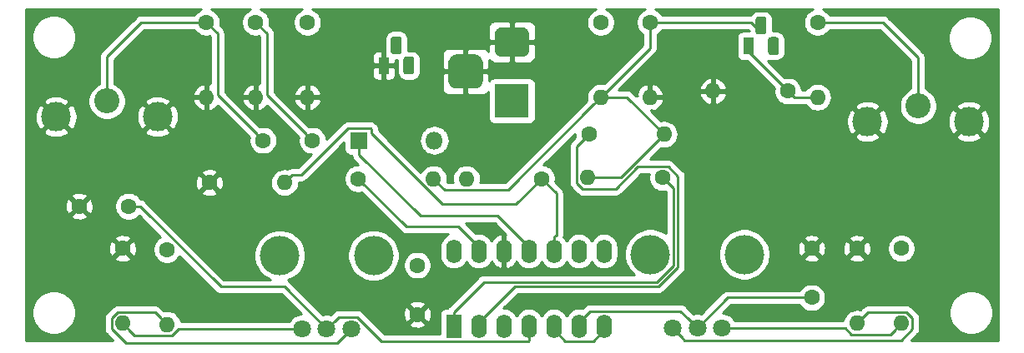
<source format=gbr>
G04 #@! TF.GenerationSoftware,KiCad,Pcbnew,(5.1.4-0-10_14)*
G04 #@! TF.CreationDate,2021-06-29T12:17:26+12:00*
G04 #@! TF.ProjectId,two_comparator_effect,74776f5f-636f-46d7-9061-7261746f725f,rev?*
G04 #@! TF.SameCoordinates,Original*
G04 #@! TF.FileFunction,Copper,L1,Top*
G04 #@! TF.FilePolarity,Positive*
%FSLAX46Y46*%
G04 Gerber Fmt 4.6, Leading zero omitted, Abs format (unit mm)*
G04 Created by KiCad (PCBNEW (5.1.4-0-10_14)) date 2021-06-29 12:17:26*
%MOMM*%
%LPD*%
G04 APERTURE LIST*
%ADD10O,1.600000X1.600000*%
%ADD11C,1.600000*%
%ADD12C,1.800000*%
%ADD13C,4.000000*%
%ADD14R,1.100000X1.800000*%
%ADD15C,0.100000*%
%ADD16C,1.100000*%
%ADD17R,1.800000X1.800000*%
%ADD18O,1.800000X1.800000*%
%ADD19R,3.500000X3.500000*%
%ADD20C,3.000000*%
%ADD21C,3.500000*%
%ADD22R,1.600000X2.400000*%
%ADD23O,1.600000X2.400000*%
%ADD24C,2.550000*%
%ADD25C,0.250000*%
%ADD26C,0.254000*%
G04 APERTURE END LIST*
D10*
X147680000Y-62800000D03*
D11*
X155300000Y-62800000D03*
D12*
X156300000Y-78100000D03*
X158800000Y-78100000D03*
X161300000Y-78100000D03*
D13*
X154050000Y-70600000D03*
X163550000Y-70600000D03*
D14*
X127000000Y-51400000D03*
D15*
G36*
X129841955Y-50501324D02*
G01*
X129868650Y-50505284D01*
X129894828Y-50511841D01*
X129920238Y-50520933D01*
X129944634Y-50532472D01*
X129967782Y-50546346D01*
X129989458Y-50562422D01*
X130009454Y-50580546D01*
X130027578Y-50600542D01*
X130043654Y-50622218D01*
X130057528Y-50645366D01*
X130069067Y-50669762D01*
X130078159Y-50695172D01*
X130084716Y-50721350D01*
X130088676Y-50748045D01*
X130090000Y-50775000D01*
X130090000Y-52025000D01*
X130088676Y-52051955D01*
X130084716Y-52078650D01*
X130078159Y-52104828D01*
X130069067Y-52130238D01*
X130057528Y-52154634D01*
X130043654Y-52177782D01*
X130027578Y-52199458D01*
X130009454Y-52219454D01*
X129989458Y-52237578D01*
X129967782Y-52253654D01*
X129944634Y-52267528D01*
X129920238Y-52279067D01*
X129894828Y-52288159D01*
X129868650Y-52294716D01*
X129841955Y-52298676D01*
X129815000Y-52300000D01*
X129265000Y-52300000D01*
X129238045Y-52298676D01*
X129211350Y-52294716D01*
X129185172Y-52288159D01*
X129159762Y-52279067D01*
X129135366Y-52267528D01*
X129112218Y-52253654D01*
X129090542Y-52237578D01*
X129070546Y-52219454D01*
X129052422Y-52199458D01*
X129036346Y-52177782D01*
X129022472Y-52154634D01*
X129010933Y-52130238D01*
X129001841Y-52104828D01*
X128995284Y-52078650D01*
X128991324Y-52051955D01*
X128990000Y-52025000D01*
X128990000Y-50775000D01*
X128991324Y-50748045D01*
X128995284Y-50721350D01*
X129001841Y-50695172D01*
X129010933Y-50669762D01*
X129022472Y-50645366D01*
X129036346Y-50622218D01*
X129052422Y-50600542D01*
X129070546Y-50580546D01*
X129090542Y-50562422D01*
X129112218Y-50546346D01*
X129135366Y-50532472D01*
X129159762Y-50520933D01*
X129185172Y-50511841D01*
X129211350Y-50505284D01*
X129238045Y-50501324D01*
X129265000Y-50500000D01*
X129815000Y-50500000D01*
X129841955Y-50501324D01*
X129841955Y-50501324D01*
G37*
D16*
X129540000Y-51400000D03*
D15*
G36*
X128571955Y-48431324D02*
G01*
X128598650Y-48435284D01*
X128624828Y-48441841D01*
X128650238Y-48450933D01*
X128674634Y-48462472D01*
X128697782Y-48476346D01*
X128719458Y-48492422D01*
X128739454Y-48510546D01*
X128757578Y-48530542D01*
X128773654Y-48552218D01*
X128787528Y-48575366D01*
X128799067Y-48599762D01*
X128808159Y-48625172D01*
X128814716Y-48651350D01*
X128818676Y-48678045D01*
X128820000Y-48705000D01*
X128820000Y-49955000D01*
X128818676Y-49981955D01*
X128814716Y-50008650D01*
X128808159Y-50034828D01*
X128799067Y-50060238D01*
X128787528Y-50084634D01*
X128773654Y-50107782D01*
X128757578Y-50129458D01*
X128739454Y-50149454D01*
X128719458Y-50167578D01*
X128697782Y-50183654D01*
X128674634Y-50197528D01*
X128650238Y-50209067D01*
X128624828Y-50218159D01*
X128598650Y-50224716D01*
X128571955Y-50228676D01*
X128545000Y-50230000D01*
X127995000Y-50230000D01*
X127968045Y-50228676D01*
X127941350Y-50224716D01*
X127915172Y-50218159D01*
X127889762Y-50209067D01*
X127865366Y-50197528D01*
X127842218Y-50183654D01*
X127820542Y-50167578D01*
X127800546Y-50149454D01*
X127782422Y-50129458D01*
X127766346Y-50107782D01*
X127752472Y-50084634D01*
X127740933Y-50060238D01*
X127731841Y-50034828D01*
X127725284Y-50008650D01*
X127721324Y-49981955D01*
X127720000Y-49955000D01*
X127720000Y-48705000D01*
X127721324Y-48678045D01*
X127725284Y-48651350D01*
X127731841Y-48625172D01*
X127740933Y-48599762D01*
X127752472Y-48575366D01*
X127766346Y-48552218D01*
X127782422Y-48530542D01*
X127800546Y-48510546D01*
X127820542Y-48492422D01*
X127842218Y-48476346D01*
X127865366Y-48462472D01*
X127889762Y-48450933D01*
X127915172Y-48441841D01*
X127941350Y-48435284D01*
X127968045Y-48431324D01*
X127995000Y-48430000D01*
X128545000Y-48430000D01*
X128571955Y-48431324D01*
X128571955Y-48431324D01*
G37*
D16*
X128270000Y-49330000D03*
D14*
X164000000Y-49400000D03*
D15*
G36*
X166841955Y-48501324D02*
G01*
X166868650Y-48505284D01*
X166894828Y-48511841D01*
X166920238Y-48520933D01*
X166944634Y-48532472D01*
X166967782Y-48546346D01*
X166989458Y-48562422D01*
X167009454Y-48580546D01*
X167027578Y-48600542D01*
X167043654Y-48622218D01*
X167057528Y-48645366D01*
X167069067Y-48669762D01*
X167078159Y-48695172D01*
X167084716Y-48721350D01*
X167088676Y-48748045D01*
X167090000Y-48775000D01*
X167090000Y-50025000D01*
X167088676Y-50051955D01*
X167084716Y-50078650D01*
X167078159Y-50104828D01*
X167069067Y-50130238D01*
X167057528Y-50154634D01*
X167043654Y-50177782D01*
X167027578Y-50199458D01*
X167009454Y-50219454D01*
X166989458Y-50237578D01*
X166967782Y-50253654D01*
X166944634Y-50267528D01*
X166920238Y-50279067D01*
X166894828Y-50288159D01*
X166868650Y-50294716D01*
X166841955Y-50298676D01*
X166815000Y-50300000D01*
X166265000Y-50300000D01*
X166238045Y-50298676D01*
X166211350Y-50294716D01*
X166185172Y-50288159D01*
X166159762Y-50279067D01*
X166135366Y-50267528D01*
X166112218Y-50253654D01*
X166090542Y-50237578D01*
X166070546Y-50219454D01*
X166052422Y-50199458D01*
X166036346Y-50177782D01*
X166022472Y-50154634D01*
X166010933Y-50130238D01*
X166001841Y-50104828D01*
X165995284Y-50078650D01*
X165991324Y-50051955D01*
X165990000Y-50025000D01*
X165990000Y-48775000D01*
X165991324Y-48748045D01*
X165995284Y-48721350D01*
X166001841Y-48695172D01*
X166010933Y-48669762D01*
X166022472Y-48645366D01*
X166036346Y-48622218D01*
X166052422Y-48600542D01*
X166070546Y-48580546D01*
X166090542Y-48562422D01*
X166112218Y-48546346D01*
X166135366Y-48532472D01*
X166159762Y-48520933D01*
X166185172Y-48511841D01*
X166211350Y-48505284D01*
X166238045Y-48501324D01*
X166265000Y-48500000D01*
X166815000Y-48500000D01*
X166841955Y-48501324D01*
X166841955Y-48501324D01*
G37*
D16*
X166540000Y-49400000D03*
D15*
G36*
X165571955Y-46431324D02*
G01*
X165598650Y-46435284D01*
X165624828Y-46441841D01*
X165650238Y-46450933D01*
X165674634Y-46462472D01*
X165697782Y-46476346D01*
X165719458Y-46492422D01*
X165739454Y-46510546D01*
X165757578Y-46530542D01*
X165773654Y-46552218D01*
X165787528Y-46575366D01*
X165799067Y-46599762D01*
X165808159Y-46625172D01*
X165814716Y-46651350D01*
X165818676Y-46678045D01*
X165820000Y-46705000D01*
X165820000Y-47955000D01*
X165818676Y-47981955D01*
X165814716Y-48008650D01*
X165808159Y-48034828D01*
X165799067Y-48060238D01*
X165787528Y-48084634D01*
X165773654Y-48107782D01*
X165757578Y-48129458D01*
X165739454Y-48149454D01*
X165719458Y-48167578D01*
X165697782Y-48183654D01*
X165674634Y-48197528D01*
X165650238Y-48209067D01*
X165624828Y-48218159D01*
X165598650Y-48224716D01*
X165571955Y-48228676D01*
X165545000Y-48230000D01*
X164995000Y-48230000D01*
X164968045Y-48228676D01*
X164941350Y-48224716D01*
X164915172Y-48218159D01*
X164889762Y-48209067D01*
X164865366Y-48197528D01*
X164842218Y-48183654D01*
X164820542Y-48167578D01*
X164800546Y-48149454D01*
X164782422Y-48129458D01*
X164766346Y-48107782D01*
X164752472Y-48084634D01*
X164740933Y-48060238D01*
X164731841Y-48034828D01*
X164725284Y-48008650D01*
X164721324Y-47981955D01*
X164720000Y-47955000D01*
X164720000Y-46705000D01*
X164721324Y-46678045D01*
X164725284Y-46651350D01*
X164731841Y-46625172D01*
X164740933Y-46599762D01*
X164752472Y-46575366D01*
X164766346Y-46552218D01*
X164782422Y-46530542D01*
X164800546Y-46510546D01*
X164820542Y-46492422D01*
X164842218Y-46476346D01*
X164865366Y-46462472D01*
X164889762Y-46450933D01*
X164915172Y-46441841D01*
X164941350Y-46435284D01*
X164968045Y-46431324D01*
X164995000Y-46430000D01*
X165545000Y-46430000D01*
X165571955Y-46431324D01*
X165571955Y-46431324D01*
G37*
D16*
X165270000Y-47330000D03*
D11*
X96100000Y-65700000D03*
X101100000Y-65700000D03*
X170400000Y-75000000D03*
X170400000Y-70000000D03*
X119750000Y-59000000D03*
X114750000Y-59000000D03*
D17*
X124500000Y-59000000D03*
D18*
X132120000Y-59000000D03*
D19*
X140000000Y-55000000D03*
D15*
G36*
X141073513Y-47503611D02*
G01*
X141146318Y-47514411D01*
X141217714Y-47532295D01*
X141287013Y-47557090D01*
X141353548Y-47588559D01*
X141416678Y-47626398D01*
X141475795Y-47670242D01*
X141530330Y-47719670D01*
X141579758Y-47774205D01*
X141623602Y-47833322D01*
X141661441Y-47896452D01*
X141692910Y-47962987D01*
X141717705Y-48032286D01*
X141735589Y-48103682D01*
X141746389Y-48176487D01*
X141750000Y-48250000D01*
X141750000Y-49750000D01*
X141746389Y-49823513D01*
X141735589Y-49896318D01*
X141717705Y-49967714D01*
X141692910Y-50037013D01*
X141661441Y-50103548D01*
X141623602Y-50166678D01*
X141579758Y-50225795D01*
X141530330Y-50280330D01*
X141475795Y-50329758D01*
X141416678Y-50373602D01*
X141353548Y-50411441D01*
X141287013Y-50442910D01*
X141217714Y-50467705D01*
X141146318Y-50485589D01*
X141073513Y-50496389D01*
X141000000Y-50500000D01*
X139000000Y-50500000D01*
X138926487Y-50496389D01*
X138853682Y-50485589D01*
X138782286Y-50467705D01*
X138712987Y-50442910D01*
X138646452Y-50411441D01*
X138583322Y-50373602D01*
X138524205Y-50329758D01*
X138469670Y-50280330D01*
X138420242Y-50225795D01*
X138376398Y-50166678D01*
X138338559Y-50103548D01*
X138307090Y-50037013D01*
X138282295Y-49967714D01*
X138264411Y-49896318D01*
X138253611Y-49823513D01*
X138250000Y-49750000D01*
X138250000Y-48250000D01*
X138253611Y-48176487D01*
X138264411Y-48103682D01*
X138282295Y-48032286D01*
X138307090Y-47962987D01*
X138338559Y-47896452D01*
X138376398Y-47833322D01*
X138420242Y-47774205D01*
X138469670Y-47719670D01*
X138524205Y-47670242D01*
X138583322Y-47626398D01*
X138646452Y-47588559D01*
X138712987Y-47557090D01*
X138782286Y-47532295D01*
X138853682Y-47514411D01*
X138926487Y-47503611D01*
X139000000Y-47500000D01*
X141000000Y-47500000D01*
X141073513Y-47503611D01*
X141073513Y-47503611D01*
G37*
D20*
X140000000Y-49000000D03*
D15*
G36*
X136260765Y-50254213D02*
G01*
X136345704Y-50266813D01*
X136428999Y-50287677D01*
X136509848Y-50316605D01*
X136587472Y-50353319D01*
X136661124Y-50397464D01*
X136730094Y-50448616D01*
X136793718Y-50506282D01*
X136851384Y-50569906D01*
X136902536Y-50638876D01*
X136946681Y-50712528D01*
X136983395Y-50790152D01*
X137012323Y-50871001D01*
X137033187Y-50954296D01*
X137045787Y-51039235D01*
X137050000Y-51125000D01*
X137050000Y-52875000D01*
X137045787Y-52960765D01*
X137033187Y-53045704D01*
X137012323Y-53128999D01*
X136983395Y-53209848D01*
X136946681Y-53287472D01*
X136902536Y-53361124D01*
X136851384Y-53430094D01*
X136793718Y-53493718D01*
X136730094Y-53551384D01*
X136661124Y-53602536D01*
X136587472Y-53646681D01*
X136509848Y-53683395D01*
X136428999Y-53712323D01*
X136345704Y-53733187D01*
X136260765Y-53745787D01*
X136175000Y-53750000D01*
X134425000Y-53750000D01*
X134339235Y-53745787D01*
X134254296Y-53733187D01*
X134171001Y-53712323D01*
X134090152Y-53683395D01*
X134012528Y-53646681D01*
X133938876Y-53602536D01*
X133869906Y-53551384D01*
X133806282Y-53493718D01*
X133748616Y-53430094D01*
X133697464Y-53361124D01*
X133653319Y-53287472D01*
X133616605Y-53209848D01*
X133587677Y-53128999D01*
X133566813Y-53045704D01*
X133554213Y-52960765D01*
X133550000Y-52875000D01*
X133550000Y-51125000D01*
X133554213Y-51039235D01*
X133566813Y-50954296D01*
X133587677Y-50871001D01*
X133616605Y-50790152D01*
X133653319Y-50712528D01*
X133697464Y-50638876D01*
X133748616Y-50569906D01*
X133806282Y-50506282D01*
X133869906Y-50448616D01*
X133938876Y-50397464D01*
X134012528Y-50353319D01*
X134090152Y-50316605D01*
X134171001Y-50287677D01*
X134254296Y-50266813D01*
X134339235Y-50254213D01*
X134425000Y-50250000D01*
X136175000Y-50250000D01*
X136260765Y-50254213D01*
X136260765Y-50254213D01*
G37*
D21*
X135300000Y-52000000D03*
D11*
X105000000Y-70100000D03*
D10*
X105000000Y-77720000D03*
X149000000Y-54620000D03*
D11*
X149000000Y-47000000D03*
X147800000Y-58400000D03*
D10*
X155420000Y-58400000D03*
X100500000Y-77620000D03*
D11*
X100500000Y-70000000D03*
D10*
X179500000Y-77620000D03*
D11*
X179500000Y-70000000D03*
X175000000Y-70000000D03*
D10*
X175000000Y-77620000D03*
D11*
X109000000Y-47000000D03*
D10*
X109000000Y-54620000D03*
X114000000Y-54620000D03*
D11*
X114000000Y-47000000D03*
D10*
X171000000Y-54620000D03*
D11*
X171000000Y-47000000D03*
X168000000Y-54000000D03*
D10*
X160380000Y-54000000D03*
D11*
X143000000Y-62900000D03*
D10*
X135380000Y-62900000D03*
D11*
X124400000Y-62900000D03*
D10*
X132020000Y-62900000D03*
X154000000Y-54620000D03*
D11*
X154000000Y-47000000D03*
D10*
X116920000Y-63300000D03*
D11*
X109300000Y-63300000D03*
X119250000Y-47000000D03*
D10*
X119250000Y-54620000D03*
D13*
X125950000Y-70700000D03*
X116450000Y-70700000D03*
D12*
X123700000Y-78200000D03*
X121200000Y-78200000D03*
X118700000Y-78200000D03*
D11*
X130400000Y-71700000D03*
X130400000Y-76700000D03*
D22*
X134100000Y-77900000D03*
D23*
X149340000Y-70280000D03*
X136640000Y-77900000D03*
X146800000Y-70280000D03*
X139180000Y-77900000D03*
X144260000Y-70280000D03*
X141720000Y-77900000D03*
X141720000Y-70280000D03*
X144260000Y-77900000D03*
X139180000Y-70280000D03*
X146800000Y-77900000D03*
X136640000Y-70280000D03*
X149340000Y-77900000D03*
X134100000Y-70280000D03*
D20*
X93750000Y-56600000D03*
X104050000Y-56600000D03*
D24*
X98900000Y-55000000D03*
X181200000Y-55500000D03*
D20*
X186350000Y-57100000D03*
X176050000Y-57100000D03*
D25*
X102231370Y-65700000D02*
X101100000Y-65700000D01*
X102265002Y-65700000D02*
X102231370Y-65700000D01*
X110465002Y-73900000D02*
X102265002Y-65700000D01*
X116900000Y-73900000D02*
X110465002Y-73900000D01*
X121200000Y-78200000D02*
X116900000Y-73900000D01*
X122099999Y-77300001D02*
X121200000Y-78200000D01*
X122425001Y-76974999D02*
X122099999Y-77300001D01*
X126738003Y-79425001D02*
X124288001Y-76974999D01*
X124288001Y-76974999D02*
X122425001Y-76974999D01*
X141644999Y-79425001D02*
X126738003Y-79425001D01*
X141720000Y-79350000D02*
X141644999Y-79425001D01*
X141720000Y-77900000D02*
X141720000Y-79350000D01*
X161900000Y-75000000D02*
X170400000Y-75000000D01*
X158800000Y-78100000D02*
X161900000Y-75000000D01*
X157900001Y-77200001D02*
X158800000Y-78100000D01*
X157074990Y-76374990D02*
X157900001Y-77200001D01*
X146800000Y-77500000D02*
X147925010Y-76374990D01*
X147925010Y-76374990D02*
X157074990Y-76374990D01*
X146800000Y-77900000D02*
X146800000Y-77500000D01*
X118950001Y-58200001D02*
X119750000Y-59000000D01*
X115125001Y-54375001D02*
X118950001Y-58200001D01*
X115125001Y-48125001D02*
X115125001Y-54375001D01*
X114000000Y-47000000D02*
X115125001Y-48125001D01*
X145385010Y-79425010D02*
X144260000Y-78300000D01*
X149340000Y-78300000D02*
X148214990Y-79425010D01*
X144260000Y-78300000D02*
X144260000Y-77900000D01*
X148214990Y-79425010D02*
X145385010Y-79425010D01*
X149340000Y-77900000D02*
X149340000Y-78300000D01*
X141720000Y-69880000D02*
X138540000Y-66700000D01*
X141720000Y-70280000D02*
X141720000Y-69880000D01*
X138540000Y-66700000D02*
X130700000Y-66700000D01*
X124500000Y-60500000D02*
X124500000Y-59000000D01*
X130700000Y-66700000D02*
X124500000Y-60500000D01*
X113950001Y-58200001D02*
X114750000Y-59000000D01*
X110125001Y-54375001D02*
X113950001Y-58200001D01*
X110125001Y-48125001D02*
X110125001Y-54375001D01*
X109000000Y-47000000D02*
X110125001Y-48125001D01*
X98900000Y-50500000D02*
X98900000Y-55000000D01*
X102400000Y-47000000D02*
X98900000Y-50500000D01*
X109000000Y-47000000D02*
X102400000Y-47000000D01*
X177600000Y-47000000D02*
X171000000Y-47000000D01*
X181200000Y-50600000D02*
X177600000Y-47000000D01*
X181200000Y-55500000D02*
X181200000Y-50600000D01*
X168620000Y-54620000D02*
X168000000Y-54000000D01*
X171000000Y-54620000D02*
X168620000Y-54620000D01*
X164000000Y-50000000D02*
X164000000Y-49000000D01*
X168000000Y-54000000D02*
X164000000Y-50000000D01*
X155131370Y-47000000D02*
X154000000Y-47000000D01*
X164270000Y-47000000D02*
X155131370Y-47000000D01*
X165270000Y-48000000D02*
X164270000Y-47000000D01*
X154000000Y-49620000D02*
X149000000Y-54620000D01*
X154000000Y-47000000D02*
X154000000Y-49620000D01*
X148200001Y-55419999D02*
X149000000Y-54620000D01*
X139594999Y-64025001D02*
X148200001Y-55419999D01*
X133145001Y-64025001D02*
X139594999Y-64025001D01*
X132020000Y-62900000D02*
X133145001Y-64025001D01*
X151640000Y-54620000D02*
X155420000Y-58400000D01*
X149000000Y-54620000D02*
X151640000Y-54620000D01*
X151020000Y-62800000D02*
X155420000Y-58400000D01*
X147680000Y-62800000D02*
X151020000Y-62800000D01*
X104200001Y-76920001D02*
X105000000Y-77720000D01*
X103774999Y-76494999D02*
X104200001Y-76920001D01*
X99959999Y-76494999D02*
X103774999Y-76494999D01*
X99374999Y-78160001D02*
X99374999Y-77079999D01*
X100864988Y-79649990D02*
X99374999Y-78160001D01*
X99374999Y-77079999D02*
X99959999Y-76494999D01*
X122250010Y-79649990D02*
X100864988Y-79649990D01*
X123700000Y-78200000D02*
X122250010Y-79649990D01*
X147000001Y-59199999D02*
X147800000Y-58400000D01*
X146554999Y-59645001D02*
X147000001Y-59199999D01*
X147139999Y-63925001D02*
X146554999Y-63340001D01*
X150531409Y-63925001D02*
X147139999Y-63925001D01*
X152781411Y-61674999D02*
X150531409Y-63925001D01*
X155840001Y-61674999D02*
X152781411Y-61674999D01*
X156825011Y-62660009D02*
X155840001Y-61674999D01*
X156825011Y-71902401D02*
X156825011Y-62660009D01*
X154877403Y-73850009D02*
X156825011Y-71902401D01*
X140289990Y-73850010D02*
X154877403Y-73850009D01*
X136640000Y-77500000D02*
X140289990Y-73850010D01*
X146554999Y-63340001D02*
X146554999Y-59645001D01*
X136640000Y-77900000D02*
X136640000Y-77500000D01*
X101299999Y-78419999D02*
X100500000Y-77620000D01*
X101725001Y-78845001D02*
X101299999Y-78419999D01*
X105540001Y-78845001D02*
X101725001Y-78845001D01*
X106185002Y-78200000D02*
X105540001Y-78845001D01*
X118700000Y-78200000D02*
X106185002Y-78200000D01*
X179120000Y-78000000D02*
X179500000Y-77620000D01*
X178374999Y-78745001D02*
X178700001Y-78419999D01*
X174459999Y-78745001D02*
X178374999Y-78745001D01*
X178700001Y-78419999D02*
X179500000Y-77620000D01*
X173814998Y-78100000D02*
X174459999Y-78745001D01*
X161300000Y-78100000D02*
X173814998Y-78100000D01*
X134100000Y-76450000D02*
X137150000Y-73400000D01*
X134100000Y-77900000D02*
X134100000Y-76450000D01*
X156375001Y-71716001D02*
X156375001Y-63875001D01*
X154691002Y-73400000D02*
X156375001Y-71716001D01*
X156099999Y-63599999D02*
X155300000Y-62800000D01*
X156375001Y-63875001D02*
X156099999Y-63599999D01*
X137150000Y-73400000D02*
X154691002Y-73400000D01*
X157525001Y-79325001D02*
X157199999Y-78999999D01*
X179460001Y-79325001D02*
X157525001Y-79325001D01*
X180625001Y-78160001D02*
X179460001Y-79325001D01*
X180625001Y-77079999D02*
X180625001Y-78160001D01*
X157199999Y-78999999D02*
X156300000Y-78100000D01*
X180040001Y-76494999D02*
X180625001Y-77079999D01*
X176125001Y-76494999D02*
X180040001Y-76494999D01*
X175000000Y-77620000D02*
X176125001Y-76494999D01*
X144390000Y-68700000D02*
X144260000Y-68830000D01*
X144260000Y-68830000D02*
X144260000Y-70280000D01*
X144500000Y-64400000D02*
X144500000Y-68700000D01*
X144500000Y-68700000D02*
X144390000Y-68700000D01*
X143000000Y-62900000D02*
X144500000Y-64400000D01*
X123339999Y-57774999D02*
X118614997Y-62500001D01*
X125660001Y-57774999D02*
X123339999Y-57774999D01*
X118614997Y-62500001D02*
X117719999Y-62500001D01*
X125725001Y-57839999D02*
X125660001Y-57774999D01*
X117719999Y-62500001D02*
X116920000Y-63300000D01*
X125725001Y-58270003D02*
X125725001Y-57839999D01*
X132954998Y-65500000D02*
X125725001Y-58270003D01*
X140400000Y-65500000D02*
X132954998Y-65500000D01*
X143000000Y-62900000D02*
X140400000Y-65500000D01*
X124400000Y-63440000D02*
X124400000Y-62900000D01*
X136640000Y-69880000D02*
X134560000Y-67800000D01*
X136640000Y-70280000D02*
X136640000Y-69880000D01*
X129300000Y-67800000D02*
X124400000Y-62900000D01*
X134560000Y-67800000D02*
X129300000Y-67800000D01*
D26*
G36*
X108320273Y-45728320D02*
G01*
X108085241Y-45885363D01*
X107885363Y-46085241D01*
X107781957Y-46240000D01*
X102437322Y-46240000D01*
X102399999Y-46236324D01*
X102362676Y-46240000D01*
X102362667Y-46240000D01*
X102251014Y-46250997D01*
X102107753Y-46294454D01*
X101975724Y-46365026D01*
X101975722Y-46365027D01*
X101975723Y-46365027D01*
X101888996Y-46436201D01*
X101888992Y-46436205D01*
X101859999Y-46459999D01*
X101836205Y-46488992D01*
X98389003Y-49936196D01*
X98359999Y-49959999D01*
X98322395Y-50005820D01*
X98265026Y-50075724D01*
X98219979Y-50160001D01*
X98194454Y-50207754D01*
X98150997Y-50351015D01*
X98140000Y-50462668D01*
X98140000Y-50462678D01*
X98136324Y-50500000D01*
X98140000Y-50537323D01*
X98140001Y-53247433D01*
X97995276Y-53307380D01*
X97682446Y-53516406D01*
X97416406Y-53782446D01*
X97207380Y-54095276D01*
X97063400Y-54442873D01*
X96990000Y-54811881D01*
X96990000Y-55188119D01*
X97063400Y-55557127D01*
X97207380Y-55904724D01*
X97416406Y-56217554D01*
X97682446Y-56483594D01*
X97995276Y-56692620D01*
X98342873Y-56836600D01*
X98711881Y-56910000D01*
X99088119Y-56910000D01*
X99457127Y-56836600D01*
X99804724Y-56692620D01*
X99879249Y-56642824D01*
X101905098Y-56642824D01*
X101954666Y-57060451D01*
X102084757Y-57460383D01*
X102242786Y-57756038D01*
X102558347Y-57912048D01*
X103870395Y-56600000D01*
X104229605Y-56600000D01*
X105541653Y-57912048D01*
X105857214Y-57756038D01*
X106048020Y-57381255D01*
X106162044Y-56976449D01*
X106194902Y-56557176D01*
X106145334Y-56139549D01*
X106015243Y-55739617D01*
X105857214Y-55443962D01*
X105541653Y-55287952D01*
X104229605Y-56600000D01*
X103870395Y-56600000D01*
X102558347Y-55287952D01*
X102242786Y-55443962D01*
X102051980Y-55818745D01*
X101937956Y-56223551D01*
X101905098Y-56642824D01*
X99879249Y-56642824D01*
X100117554Y-56483594D01*
X100383594Y-56217554D01*
X100592620Y-55904724D01*
X100736600Y-55557127D01*
X100810000Y-55188119D01*
X100810000Y-55108347D01*
X102737952Y-55108347D01*
X104050000Y-56420395D01*
X105362048Y-55108347D01*
X105293177Y-54969040D01*
X107608091Y-54969040D01*
X107702930Y-55233881D01*
X107847615Y-55475131D01*
X108036586Y-55683519D01*
X108262580Y-55851037D01*
X108516913Y-55971246D01*
X108650961Y-56011904D01*
X108873000Y-55889915D01*
X108873000Y-54747000D01*
X107729376Y-54747000D01*
X107608091Y-54969040D01*
X105293177Y-54969040D01*
X105206038Y-54792786D01*
X104831255Y-54601980D01*
X104426449Y-54487956D01*
X104007176Y-54455098D01*
X103589549Y-54504666D01*
X103189617Y-54634757D01*
X102893962Y-54792786D01*
X102737952Y-55108347D01*
X100810000Y-55108347D01*
X100810000Y-54811881D01*
X100736600Y-54442873D01*
X100665392Y-54270960D01*
X107608091Y-54270960D01*
X107729376Y-54493000D01*
X108873000Y-54493000D01*
X108873000Y-53350085D01*
X108650961Y-53228096D01*
X108516913Y-53268754D01*
X108262580Y-53388963D01*
X108036586Y-53556481D01*
X107847615Y-53764869D01*
X107702930Y-54006119D01*
X107608091Y-54270960D01*
X100665392Y-54270960D01*
X100592620Y-54095276D01*
X100383594Y-53782446D01*
X100117554Y-53516406D01*
X99804724Y-53307380D01*
X99660000Y-53247433D01*
X99660000Y-50814801D01*
X102714803Y-47760000D01*
X107781957Y-47760000D01*
X107885363Y-47914759D01*
X108085241Y-48114637D01*
X108320273Y-48271680D01*
X108581426Y-48379853D01*
X108858665Y-48435000D01*
X109141335Y-48435000D01*
X109323886Y-48398688D01*
X109365001Y-48439803D01*
X109365002Y-53232938D01*
X109349039Y-53228096D01*
X109127000Y-53350085D01*
X109127000Y-54493000D01*
X109147000Y-54493000D01*
X109147000Y-54747000D01*
X109127000Y-54747000D01*
X109127000Y-55889915D01*
X109349039Y-56011904D01*
X109483087Y-55971246D01*
X109737420Y-55851037D01*
X109963414Y-55683519D01*
X110151408Y-55476209D01*
X113351312Y-58676114D01*
X113315000Y-58858665D01*
X113315000Y-59141335D01*
X113370147Y-59418574D01*
X113478320Y-59679727D01*
X113635363Y-59914759D01*
X113835241Y-60114637D01*
X114070273Y-60271680D01*
X114331426Y-60379853D01*
X114608665Y-60435000D01*
X114891335Y-60435000D01*
X115168574Y-60379853D01*
X115429727Y-60271680D01*
X115664759Y-60114637D01*
X115864637Y-59914759D01*
X116021680Y-59679727D01*
X116129853Y-59418574D01*
X116185000Y-59141335D01*
X116185000Y-58858665D01*
X116129853Y-58581426D01*
X116021680Y-58320273D01*
X115864637Y-58085241D01*
X115664759Y-57885363D01*
X115429727Y-57728320D01*
X115168574Y-57620147D01*
X114891335Y-57565000D01*
X114608665Y-57565000D01*
X114426114Y-57601312D01*
X111793842Y-54969040D01*
X112608091Y-54969040D01*
X112702930Y-55233881D01*
X112847615Y-55475131D01*
X113036586Y-55683519D01*
X113262580Y-55851037D01*
X113516913Y-55971246D01*
X113650961Y-56011904D01*
X113873000Y-55889915D01*
X113873000Y-54747000D01*
X112729376Y-54747000D01*
X112608091Y-54969040D01*
X111793842Y-54969040D01*
X111095762Y-54270960D01*
X112608091Y-54270960D01*
X112729376Y-54493000D01*
X113873000Y-54493000D01*
X113873000Y-53350085D01*
X113650961Y-53228096D01*
X113516913Y-53268754D01*
X113262580Y-53388963D01*
X113036586Y-53556481D01*
X112847615Y-53764869D01*
X112702930Y-54006119D01*
X112608091Y-54270960D01*
X111095762Y-54270960D01*
X110885001Y-54060200D01*
X110885001Y-48162326D01*
X110888677Y-48125001D01*
X110885001Y-48087676D01*
X110885001Y-48087668D01*
X110874004Y-47976015D01*
X110830547Y-47832754D01*
X110759975Y-47700725D01*
X110665002Y-47585000D01*
X110636005Y-47561203D01*
X110398688Y-47323886D01*
X110435000Y-47141335D01*
X110435000Y-46858665D01*
X110379853Y-46581426D01*
X110271680Y-46320273D01*
X110114637Y-46085241D01*
X109914759Y-45885363D01*
X109679727Y-45728320D01*
X109514788Y-45660000D01*
X113485212Y-45660000D01*
X113320273Y-45728320D01*
X113085241Y-45885363D01*
X112885363Y-46085241D01*
X112728320Y-46320273D01*
X112620147Y-46581426D01*
X112565000Y-46858665D01*
X112565000Y-47141335D01*
X112620147Y-47418574D01*
X112728320Y-47679727D01*
X112885363Y-47914759D01*
X113085241Y-48114637D01*
X113320273Y-48271680D01*
X113581426Y-48379853D01*
X113858665Y-48435000D01*
X114141335Y-48435000D01*
X114323886Y-48398688D01*
X114365001Y-48439803D01*
X114365002Y-53232938D01*
X114349039Y-53228096D01*
X114127000Y-53350085D01*
X114127000Y-54493000D01*
X114147000Y-54493000D01*
X114147000Y-54747000D01*
X114127000Y-54747000D01*
X114127000Y-55889915D01*
X114349039Y-56011904D01*
X114483087Y-55971246D01*
X114737420Y-55851037D01*
X114963414Y-55683519D01*
X115151408Y-55476209D01*
X118351312Y-58676114D01*
X118315000Y-58858665D01*
X118315000Y-59141335D01*
X118370147Y-59418574D01*
X118478320Y-59679727D01*
X118635363Y-59914759D01*
X118835241Y-60114637D01*
X119070273Y-60271680D01*
X119331426Y-60379853D01*
X119605772Y-60434425D01*
X118300196Y-61740001D01*
X117757321Y-61740001D01*
X117719998Y-61736325D01*
X117682675Y-61740001D01*
X117682666Y-61740001D01*
X117571013Y-61750998D01*
X117427752Y-61794455D01*
X117295723Y-61865027D01*
X117295721Y-61865028D01*
X117295722Y-61865028D01*
X117251794Y-61901078D01*
X117201309Y-61885764D01*
X116990492Y-61865000D01*
X116849508Y-61865000D01*
X116638691Y-61885764D01*
X116368192Y-61967818D01*
X116118899Y-62101068D01*
X115900392Y-62280392D01*
X115721068Y-62498899D01*
X115587818Y-62748192D01*
X115505764Y-63018691D01*
X115478057Y-63300000D01*
X115505764Y-63581309D01*
X115587818Y-63851808D01*
X115721068Y-64101101D01*
X115900392Y-64319608D01*
X116118899Y-64498932D01*
X116368192Y-64632182D01*
X116638691Y-64714236D01*
X116849508Y-64735000D01*
X116990492Y-64735000D01*
X117201309Y-64714236D01*
X117471808Y-64632182D01*
X117721101Y-64498932D01*
X117939608Y-64319608D01*
X118118932Y-64101101D01*
X118252182Y-63851808D01*
X118334236Y-63581309D01*
X118361943Y-63300000D01*
X118358003Y-63260001D01*
X118577675Y-63260001D01*
X118614997Y-63263677D01*
X118652319Y-63260001D01*
X118652330Y-63260001D01*
X118763983Y-63249004D01*
X118907244Y-63205547D01*
X119039273Y-63134975D01*
X119154998Y-63040002D01*
X119178801Y-63010998D01*
X122961928Y-59227872D01*
X122961928Y-59900000D01*
X122974188Y-60024482D01*
X123010498Y-60144180D01*
X123069463Y-60254494D01*
X123148815Y-60351185D01*
X123245506Y-60430537D01*
X123355820Y-60489502D01*
X123475518Y-60525812D01*
X123600000Y-60538072D01*
X123740073Y-60538072D01*
X123750997Y-60648985D01*
X123794454Y-60792246D01*
X123865026Y-60924276D01*
X123902102Y-60969453D01*
X123959999Y-61040001D01*
X123989003Y-61063804D01*
X124390199Y-61465000D01*
X124258665Y-61465000D01*
X123981426Y-61520147D01*
X123720273Y-61628320D01*
X123485241Y-61785363D01*
X123285363Y-61985241D01*
X123128320Y-62220273D01*
X123020147Y-62481426D01*
X122965000Y-62758665D01*
X122965000Y-63041335D01*
X123020147Y-63318574D01*
X123128320Y-63579727D01*
X123285363Y-63814759D01*
X123485241Y-64014637D01*
X123720273Y-64171680D01*
X123981426Y-64279853D01*
X124258665Y-64335000D01*
X124541335Y-64335000D01*
X124723886Y-64298688D01*
X128736205Y-68311008D01*
X128759999Y-68340001D01*
X128788992Y-68363795D01*
X128788996Y-68363799D01*
X128840084Y-68405725D01*
X128875724Y-68434974D01*
X129007753Y-68505546D01*
X129151014Y-68549003D01*
X129262667Y-68560000D01*
X129262676Y-68560000D01*
X129299999Y-68563676D01*
X129337322Y-68560000D01*
X133525401Y-68560000D01*
X133298899Y-68681068D01*
X133080392Y-68860393D01*
X132901068Y-69078900D01*
X132767818Y-69328193D01*
X132685764Y-69598692D01*
X132665000Y-69809509D01*
X132665000Y-70750492D01*
X132685764Y-70961309D01*
X132767818Y-71231808D01*
X132901068Y-71481101D01*
X133080393Y-71699608D01*
X133298900Y-71878932D01*
X133548193Y-72012182D01*
X133818692Y-72094236D01*
X134100000Y-72121943D01*
X134381309Y-72094236D01*
X134651808Y-72012182D01*
X134901101Y-71878932D01*
X135119608Y-71699608D01*
X135298932Y-71481101D01*
X135370000Y-71348142D01*
X135441068Y-71481101D01*
X135620393Y-71699608D01*
X135838900Y-71878932D01*
X136088193Y-72012182D01*
X136358692Y-72094236D01*
X136640000Y-72121943D01*
X136921309Y-72094236D01*
X137191808Y-72012182D01*
X137441101Y-71878932D01*
X137659608Y-71699608D01*
X137838932Y-71481101D01*
X137907265Y-71353259D01*
X138057399Y-71582839D01*
X138255105Y-71784500D01*
X138488354Y-71943715D01*
X138748182Y-72054367D01*
X138830961Y-72071904D01*
X139053000Y-71949915D01*
X139053000Y-70407000D01*
X139033000Y-70407000D01*
X139033000Y-70153000D01*
X139053000Y-70153000D01*
X139053000Y-68610085D01*
X138830961Y-68488096D01*
X138748182Y-68505633D01*
X138488354Y-68616285D01*
X138255105Y-68775500D01*
X138057399Y-68977161D01*
X137907265Y-69206741D01*
X137838932Y-69078899D01*
X137659607Y-68860392D01*
X137441100Y-68681068D01*
X137191807Y-68547818D01*
X136921308Y-68465764D01*
X136640000Y-68438057D01*
X136358691Y-68465764D01*
X136314094Y-68479292D01*
X135294801Y-67460000D01*
X138225199Y-67460000D01*
X139351071Y-68585872D01*
X139307000Y-68610085D01*
X139307000Y-70153000D01*
X139327000Y-70153000D01*
X139327000Y-70407000D01*
X139307000Y-70407000D01*
X139307000Y-71949915D01*
X139529039Y-72071904D01*
X139611818Y-72054367D01*
X139871646Y-71943715D01*
X140104895Y-71784500D01*
X140302601Y-71582839D01*
X140452735Y-71353259D01*
X140521068Y-71481101D01*
X140700393Y-71699608D01*
X140918900Y-71878932D01*
X141168193Y-72012182D01*
X141438692Y-72094236D01*
X141720000Y-72121943D01*
X142001309Y-72094236D01*
X142271808Y-72012182D01*
X142521101Y-71878932D01*
X142739608Y-71699608D01*
X142918932Y-71481101D01*
X142990000Y-71348142D01*
X143061068Y-71481101D01*
X143240393Y-71699608D01*
X143458900Y-71878932D01*
X143708193Y-72012182D01*
X143978692Y-72094236D01*
X144260000Y-72121943D01*
X144541309Y-72094236D01*
X144811808Y-72012182D01*
X145061101Y-71878932D01*
X145279608Y-71699608D01*
X145458932Y-71481101D01*
X145530000Y-71348142D01*
X145601068Y-71481101D01*
X145780393Y-71699608D01*
X145998900Y-71878932D01*
X146248193Y-72012182D01*
X146518692Y-72094236D01*
X146800000Y-72121943D01*
X147081309Y-72094236D01*
X147351808Y-72012182D01*
X147601101Y-71878932D01*
X147819608Y-71699608D01*
X147998932Y-71481101D01*
X148070000Y-71348142D01*
X148141068Y-71481101D01*
X148320393Y-71699608D01*
X148538900Y-71878932D01*
X148788193Y-72012182D01*
X149058692Y-72094236D01*
X149340000Y-72121943D01*
X149621309Y-72094236D01*
X149891808Y-72012182D01*
X150141101Y-71878932D01*
X150359608Y-71699608D01*
X150538932Y-71481101D01*
X150672182Y-71231808D01*
X150754236Y-70961309D01*
X150775000Y-70750491D01*
X150775000Y-69809508D01*
X150754236Y-69598691D01*
X150672182Y-69328192D01*
X150538932Y-69078899D01*
X150359607Y-68860392D01*
X150141100Y-68681068D01*
X149891807Y-68547818D01*
X149621308Y-68465764D01*
X149340000Y-68438057D01*
X149058691Y-68465764D01*
X148788192Y-68547818D01*
X148538899Y-68681068D01*
X148320392Y-68860393D01*
X148141068Y-69078900D01*
X148070000Y-69211858D01*
X147998932Y-69078899D01*
X147819607Y-68860392D01*
X147601100Y-68681068D01*
X147351807Y-68547818D01*
X147081308Y-68465764D01*
X146800000Y-68438057D01*
X146518691Y-68465764D01*
X146248192Y-68547818D01*
X145998899Y-68681068D01*
X145780392Y-68860393D01*
X145601068Y-69078900D01*
X145530000Y-69211858D01*
X145458932Y-69078899D01*
X145279607Y-68860392D01*
X145250252Y-68836301D01*
X145263677Y-68700000D01*
X145260000Y-68662667D01*
X145260000Y-64437322D01*
X145263676Y-64399999D01*
X145260000Y-64362676D01*
X145260000Y-64362667D01*
X145249003Y-64251014D01*
X145205546Y-64107753D01*
X145134974Y-63975724D01*
X145040001Y-63859999D01*
X145011004Y-63836202D01*
X144398688Y-63223886D01*
X144435000Y-63041335D01*
X144435000Y-62758665D01*
X144379853Y-62481426D01*
X144271680Y-62220273D01*
X144114637Y-61985241D01*
X143914759Y-61785363D01*
X143679727Y-61628320D01*
X143418574Y-61520147D01*
X143215124Y-61479678D01*
X146365000Y-58329802D01*
X146365000Y-58541335D01*
X146401312Y-58723887D01*
X146043997Y-59081202D01*
X146014999Y-59105000D01*
X145991201Y-59133998D01*
X145991200Y-59133999D01*
X145920025Y-59220725D01*
X145849453Y-59352755D01*
X145829488Y-59418574D01*
X145805997Y-59496015D01*
X145795860Y-59598932D01*
X145791323Y-59645001D01*
X145795000Y-59682333D01*
X145794999Y-63302678D01*
X145791323Y-63340001D01*
X145794999Y-63377323D01*
X145794999Y-63377333D01*
X145805996Y-63488986D01*
X145834440Y-63582754D01*
X145849453Y-63632247D01*
X145920025Y-63764277D01*
X145959870Y-63812827D01*
X146014998Y-63880002D01*
X146044001Y-63903804D01*
X146576199Y-64436003D01*
X146599998Y-64465002D01*
X146628996Y-64488800D01*
X146715722Y-64559975D01*
X146797344Y-64603603D01*
X146847752Y-64630547D01*
X146991013Y-64674004D01*
X147102666Y-64685001D01*
X147102676Y-64685001D01*
X147139999Y-64688677D01*
X147177322Y-64685001D01*
X150494087Y-64685001D01*
X150531409Y-64688677D01*
X150568731Y-64685001D01*
X150568742Y-64685001D01*
X150680395Y-64674004D01*
X150823656Y-64630547D01*
X150955685Y-64559975D01*
X151071410Y-64465002D01*
X151095213Y-64435998D01*
X153096213Y-62434999D01*
X153909491Y-62434999D01*
X153865000Y-62658665D01*
X153865000Y-62941335D01*
X153920147Y-63218574D01*
X154028320Y-63479727D01*
X154185363Y-63714759D01*
X154385241Y-63914637D01*
X154620273Y-64071680D01*
X154881426Y-64179853D01*
X155158665Y-64235000D01*
X155441335Y-64235000D01*
X155615002Y-64200455D01*
X155615001Y-68476613D01*
X155298141Y-68264893D01*
X154818601Y-68066261D01*
X154309525Y-67965000D01*
X153790475Y-67965000D01*
X153281399Y-68066261D01*
X152801859Y-68264893D01*
X152370285Y-68553262D01*
X152003262Y-68920285D01*
X151714893Y-69351859D01*
X151516261Y-69831399D01*
X151415000Y-70340475D01*
X151415000Y-70859525D01*
X151516261Y-71368601D01*
X151714893Y-71848141D01*
X152003262Y-72279715D01*
X152363547Y-72640000D01*
X137187322Y-72640000D01*
X137149999Y-72636324D01*
X137112676Y-72640000D01*
X137112667Y-72640000D01*
X137001014Y-72650997D01*
X136857753Y-72694454D01*
X136725724Y-72765026D01*
X136609999Y-72859999D01*
X136586201Y-72888997D01*
X133588998Y-75886201D01*
X133560000Y-75909999D01*
X133536202Y-75938997D01*
X133536201Y-75938998D01*
X133465026Y-76025724D01*
X133445674Y-76061928D01*
X133300000Y-76061928D01*
X133175518Y-76074188D01*
X133055820Y-76110498D01*
X132945506Y-76169463D01*
X132848815Y-76248815D01*
X132769463Y-76345506D01*
X132710498Y-76455820D01*
X132674188Y-76575518D01*
X132661928Y-76700000D01*
X132661928Y-78665001D01*
X127052805Y-78665001D01*
X126080506Y-77692702D01*
X129586903Y-77692702D01*
X129658486Y-77936671D01*
X129913996Y-78057571D01*
X130188184Y-78126300D01*
X130470512Y-78140217D01*
X130750130Y-78098787D01*
X131016292Y-78003603D01*
X131141514Y-77936671D01*
X131213097Y-77692702D01*
X130400000Y-76879605D01*
X129586903Y-77692702D01*
X126080506Y-77692702D01*
X125158316Y-76770512D01*
X128959783Y-76770512D01*
X129001213Y-77050130D01*
X129096397Y-77316292D01*
X129163329Y-77441514D01*
X129407298Y-77513097D01*
X130220395Y-76700000D01*
X130579605Y-76700000D01*
X131392702Y-77513097D01*
X131636671Y-77441514D01*
X131757571Y-77186004D01*
X131826300Y-76911816D01*
X131840217Y-76629488D01*
X131798787Y-76349870D01*
X131703603Y-76083708D01*
X131636671Y-75958486D01*
X131392702Y-75886903D01*
X130579605Y-76700000D01*
X130220395Y-76700000D01*
X129407298Y-75886903D01*
X129163329Y-75958486D01*
X129042429Y-76213996D01*
X128973700Y-76488184D01*
X128959783Y-76770512D01*
X125158316Y-76770512D01*
X124851805Y-76464002D01*
X124828002Y-76434998D01*
X124712277Y-76340025D01*
X124580248Y-76269453D01*
X124436987Y-76225996D01*
X124325334Y-76214999D01*
X124325323Y-76214999D01*
X124288001Y-76211323D01*
X124250679Y-76214999D01*
X122462323Y-76214999D01*
X122425000Y-76211323D01*
X122387677Y-76214999D01*
X122387668Y-76214999D01*
X122276015Y-76225996D01*
X122132754Y-76269453D01*
X122000725Y-76340025D01*
X121885000Y-76434998D01*
X121861197Y-76464002D01*
X121608930Y-76716269D01*
X121351184Y-76665000D01*
X121048816Y-76665000D01*
X120791070Y-76716269D01*
X119782099Y-75707298D01*
X129586903Y-75707298D01*
X130400000Y-76520395D01*
X131213097Y-75707298D01*
X131141514Y-75463329D01*
X130886004Y-75342429D01*
X130611816Y-75273700D01*
X130329488Y-75259783D01*
X130049870Y-75301213D01*
X129783708Y-75396397D01*
X129658486Y-75463329D01*
X129586903Y-75707298D01*
X119782099Y-75707298D01*
X117463804Y-73389003D01*
X117440001Y-73359999D01*
X117324276Y-73265026D01*
X117245161Y-73222738D01*
X117698141Y-73035107D01*
X118129715Y-72746738D01*
X118496738Y-72379715D01*
X118785107Y-71948141D01*
X118983739Y-71468601D01*
X119085000Y-70959525D01*
X119085000Y-70440475D01*
X123315000Y-70440475D01*
X123315000Y-70959525D01*
X123416261Y-71468601D01*
X123614893Y-71948141D01*
X123903262Y-72379715D01*
X124270285Y-72746738D01*
X124701859Y-73035107D01*
X125181399Y-73233739D01*
X125690475Y-73335000D01*
X126209525Y-73335000D01*
X126718601Y-73233739D01*
X127198141Y-73035107D01*
X127629715Y-72746738D01*
X127996738Y-72379715D01*
X128285107Y-71948141D01*
X128446433Y-71558665D01*
X128965000Y-71558665D01*
X128965000Y-71841335D01*
X129020147Y-72118574D01*
X129128320Y-72379727D01*
X129285363Y-72614759D01*
X129485241Y-72814637D01*
X129720273Y-72971680D01*
X129981426Y-73079853D01*
X130258665Y-73135000D01*
X130541335Y-73135000D01*
X130818574Y-73079853D01*
X131079727Y-72971680D01*
X131314759Y-72814637D01*
X131514637Y-72614759D01*
X131671680Y-72379727D01*
X131779853Y-72118574D01*
X131835000Y-71841335D01*
X131835000Y-71558665D01*
X131779853Y-71281426D01*
X131671680Y-71020273D01*
X131514637Y-70785241D01*
X131314759Y-70585363D01*
X131079727Y-70428320D01*
X130818574Y-70320147D01*
X130541335Y-70265000D01*
X130258665Y-70265000D01*
X129981426Y-70320147D01*
X129720273Y-70428320D01*
X129485241Y-70585363D01*
X129285363Y-70785241D01*
X129128320Y-71020273D01*
X129020147Y-71281426D01*
X128965000Y-71558665D01*
X128446433Y-71558665D01*
X128483739Y-71468601D01*
X128585000Y-70959525D01*
X128585000Y-70440475D01*
X128483739Y-69931399D01*
X128285107Y-69451859D01*
X127996738Y-69020285D01*
X127629715Y-68653262D01*
X127198141Y-68364893D01*
X126718601Y-68166261D01*
X126209525Y-68065000D01*
X125690475Y-68065000D01*
X125181399Y-68166261D01*
X124701859Y-68364893D01*
X124270285Y-68653262D01*
X123903262Y-69020285D01*
X123614893Y-69451859D01*
X123416261Y-69931399D01*
X123315000Y-70440475D01*
X119085000Y-70440475D01*
X118983739Y-69931399D01*
X118785107Y-69451859D01*
X118496738Y-69020285D01*
X118129715Y-68653262D01*
X117698141Y-68364893D01*
X117218601Y-68166261D01*
X116709525Y-68065000D01*
X116190475Y-68065000D01*
X115681399Y-68166261D01*
X115201859Y-68364893D01*
X114770285Y-68653262D01*
X114403262Y-69020285D01*
X114114893Y-69451859D01*
X113916261Y-69931399D01*
X113815000Y-70440475D01*
X113815000Y-70959525D01*
X113916261Y-71468601D01*
X114114893Y-71948141D01*
X114403262Y-72379715D01*
X114770285Y-72746738D01*
X115201859Y-73035107D01*
X115455093Y-73140000D01*
X110779804Y-73140000D01*
X102828806Y-65189003D01*
X102805003Y-65159999D01*
X102689278Y-65065026D01*
X102557249Y-64994454D01*
X102413988Y-64950997D01*
X102319150Y-64941656D01*
X102214637Y-64785241D01*
X102014759Y-64585363D01*
X101779727Y-64428320D01*
X101518574Y-64320147D01*
X101380601Y-64292702D01*
X108486903Y-64292702D01*
X108558486Y-64536671D01*
X108813996Y-64657571D01*
X109088184Y-64726300D01*
X109370512Y-64740217D01*
X109650130Y-64698787D01*
X109916292Y-64603603D01*
X110041514Y-64536671D01*
X110113097Y-64292702D01*
X109300000Y-63479605D01*
X108486903Y-64292702D01*
X101380601Y-64292702D01*
X101241335Y-64265000D01*
X100958665Y-64265000D01*
X100681426Y-64320147D01*
X100420273Y-64428320D01*
X100185241Y-64585363D01*
X99985363Y-64785241D01*
X99828320Y-65020273D01*
X99720147Y-65281426D01*
X99665000Y-65558665D01*
X99665000Y-65841335D01*
X99720147Y-66118574D01*
X99828320Y-66379727D01*
X99985363Y-66614759D01*
X100185241Y-66814637D01*
X100420273Y-66971680D01*
X100681426Y-67079853D01*
X100958665Y-67135000D01*
X101241335Y-67135000D01*
X101518574Y-67079853D01*
X101779727Y-66971680D01*
X102014759Y-66814637D01*
X102159798Y-66669598D01*
X104319223Y-68829022D01*
X104085241Y-68985363D01*
X103885363Y-69185241D01*
X103728320Y-69420273D01*
X103620147Y-69681426D01*
X103565000Y-69958665D01*
X103565000Y-70241335D01*
X103620147Y-70518574D01*
X103728320Y-70779727D01*
X103885363Y-71014759D01*
X104085241Y-71214637D01*
X104320273Y-71371680D01*
X104581426Y-71479853D01*
X104858665Y-71535000D01*
X105141335Y-71535000D01*
X105418574Y-71479853D01*
X105679727Y-71371680D01*
X105914759Y-71214637D01*
X106114637Y-71014759D01*
X106270978Y-70780778D01*
X109901202Y-74411002D01*
X109925001Y-74440001D01*
X110040726Y-74534974D01*
X110172755Y-74605546D01*
X110316016Y-74649003D01*
X110427669Y-74660000D01*
X110427678Y-74660000D01*
X110465001Y-74663676D01*
X110502324Y-74660000D01*
X116585199Y-74660000D01*
X118590198Y-76665000D01*
X118548816Y-76665000D01*
X118252257Y-76723989D01*
X117972905Y-76839701D01*
X117721495Y-77007688D01*
X117507688Y-77221495D01*
X117361687Y-77440000D01*
X106414365Y-77440000D01*
X106414236Y-77438691D01*
X106332182Y-77168192D01*
X106198932Y-76918899D01*
X106019608Y-76700392D01*
X105801101Y-76521068D01*
X105551808Y-76387818D01*
X105281309Y-76305764D01*
X105070492Y-76285000D01*
X104929508Y-76285000D01*
X104718691Y-76305764D01*
X104674093Y-76319292D01*
X104338803Y-75984002D01*
X104315000Y-75954998D01*
X104199275Y-75860025D01*
X104067246Y-75789453D01*
X103923985Y-75745996D01*
X103812332Y-75734999D01*
X103812321Y-75734999D01*
X103774999Y-75731323D01*
X103737677Y-75734999D01*
X99997322Y-75734999D01*
X99959999Y-75731323D01*
X99922676Y-75734999D01*
X99922666Y-75734999D01*
X99811013Y-75745996D01*
X99667752Y-75789453D01*
X99535722Y-75860025D01*
X99474829Y-75909999D01*
X99419998Y-75954998D01*
X99396199Y-75983997D01*
X98863997Y-76516200D01*
X98834999Y-76539998D01*
X98811201Y-76568996D01*
X98811200Y-76568997D01*
X98740025Y-76655723D01*
X98669453Y-76787753D01*
X98644202Y-76870998D01*
X98625997Y-76931013D01*
X98618221Y-77009964D01*
X98611323Y-77079999D01*
X98615000Y-77117331D01*
X98614999Y-78122678D01*
X98611323Y-78160001D01*
X98614999Y-78197323D01*
X98614999Y-78197333D01*
X98625996Y-78308986D01*
X98651253Y-78392247D01*
X98669453Y-78452247D01*
X98740025Y-78584277D01*
X98761958Y-78611002D01*
X98834998Y-78700002D01*
X98864002Y-78723805D01*
X99480197Y-79340000D01*
X90660000Y-79340000D01*
X90660000Y-76279872D01*
X91265000Y-76279872D01*
X91265000Y-76720128D01*
X91350890Y-77151925D01*
X91519369Y-77558669D01*
X91763962Y-77924729D01*
X92075271Y-78236038D01*
X92441331Y-78480631D01*
X92848075Y-78649110D01*
X93279872Y-78735000D01*
X93720128Y-78735000D01*
X94151925Y-78649110D01*
X94558669Y-78480631D01*
X94924729Y-78236038D01*
X95236038Y-77924729D01*
X95480631Y-77558669D01*
X95649110Y-77151925D01*
X95735000Y-76720128D01*
X95735000Y-76279872D01*
X95649110Y-75848075D01*
X95480631Y-75441331D01*
X95236038Y-75075271D01*
X94924729Y-74763962D01*
X94558669Y-74519369D01*
X94151925Y-74350890D01*
X93720128Y-74265000D01*
X93279872Y-74265000D01*
X92848075Y-74350890D01*
X92441331Y-74519369D01*
X92075271Y-74763962D01*
X91763962Y-75075271D01*
X91519369Y-75441331D01*
X91350890Y-75848075D01*
X91265000Y-76279872D01*
X90660000Y-76279872D01*
X90660000Y-70992702D01*
X99686903Y-70992702D01*
X99758486Y-71236671D01*
X100013996Y-71357571D01*
X100288184Y-71426300D01*
X100570512Y-71440217D01*
X100850130Y-71398787D01*
X101116292Y-71303603D01*
X101241514Y-71236671D01*
X101313097Y-70992702D01*
X100500000Y-70179605D01*
X99686903Y-70992702D01*
X90660000Y-70992702D01*
X90660000Y-70070512D01*
X99059783Y-70070512D01*
X99101213Y-70350130D01*
X99196397Y-70616292D01*
X99263329Y-70741514D01*
X99507298Y-70813097D01*
X100320395Y-70000000D01*
X100679605Y-70000000D01*
X101492702Y-70813097D01*
X101736671Y-70741514D01*
X101857571Y-70486004D01*
X101926300Y-70211816D01*
X101940217Y-69929488D01*
X101898787Y-69649870D01*
X101803603Y-69383708D01*
X101736671Y-69258486D01*
X101492702Y-69186903D01*
X100679605Y-70000000D01*
X100320395Y-70000000D01*
X99507298Y-69186903D01*
X99263329Y-69258486D01*
X99142429Y-69513996D01*
X99073700Y-69788184D01*
X99059783Y-70070512D01*
X90660000Y-70070512D01*
X90660000Y-69007298D01*
X99686903Y-69007298D01*
X100500000Y-69820395D01*
X101313097Y-69007298D01*
X101241514Y-68763329D01*
X100986004Y-68642429D01*
X100711816Y-68573700D01*
X100429488Y-68559783D01*
X100149870Y-68601213D01*
X99883708Y-68696397D01*
X99758486Y-68763329D01*
X99686903Y-69007298D01*
X90660000Y-69007298D01*
X90660000Y-66692702D01*
X95286903Y-66692702D01*
X95358486Y-66936671D01*
X95613996Y-67057571D01*
X95888184Y-67126300D01*
X96170512Y-67140217D01*
X96450130Y-67098787D01*
X96716292Y-67003603D01*
X96841514Y-66936671D01*
X96913097Y-66692702D01*
X96100000Y-65879605D01*
X95286903Y-66692702D01*
X90660000Y-66692702D01*
X90660000Y-65770512D01*
X94659783Y-65770512D01*
X94701213Y-66050130D01*
X94796397Y-66316292D01*
X94863329Y-66441514D01*
X95107298Y-66513097D01*
X95920395Y-65700000D01*
X96279605Y-65700000D01*
X97092702Y-66513097D01*
X97336671Y-66441514D01*
X97457571Y-66186004D01*
X97526300Y-65911816D01*
X97540217Y-65629488D01*
X97498787Y-65349870D01*
X97403603Y-65083708D01*
X97336671Y-64958486D01*
X97092702Y-64886903D01*
X96279605Y-65700000D01*
X95920395Y-65700000D01*
X95107298Y-64886903D01*
X94863329Y-64958486D01*
X94742429Y-65213996D01*
X94673700Y-65488184D01*
X94659783Y-65770512D01*
X90660000Y-65770512D01*
X90660000Y-64707298D01*
X95286903Y-64707298D01*
X96100000Y-65520395D01*
X96913097Y-64707298D01*
X96841514Y-64463329D01*
X96586004Y-64342429D01*
X96311816Y-64273700D01*
X96029488Y-64259783D01*
X95749870Y-64301213D01*
X95483708Y-64396397D01*
X95358486Y-64463329D01*
X95286903Y-64707298D01*
X90660000Y-64707298D01*
X90660000Y-63370512D01*
X107859783Y-63370512D01*
X107901213Y-63650130D01*
X107996397Y-63916292D01*
X108063329Y-64041514D01*
X108307298Y-64113097D01*
X109120395Y-63300000D01*
X109479605Y-63300000D01*
X110292702Y-64113097D01*
X110536671Y-64041514D01*
X110657571Y-63786004D01*
X110726300Y-63511816D01*
X110740217Y-63229488D01*
X110698787Y-62949870D01*
X110603603Y-62683708D01*
X110536671Y-62558486D01*
X110292702Y-62486903D01*
X109479605Y-63300000D01*
X109120395Y-63300000D01*
X108307298Y-62486903D01*
X108063329Y-62558486D01*
X107942429Y-62813996D01*
X107873700Y-63088184D01*
X107859783Y-63370512D01*
X90660000Y-63370512D01*
X90660000Y-62307298D01*
X108486903Y-62307298D01*
X109300000Y-63120395D01*
X110113097Y-62307298D01*
X110041514Y-62063329D01*
X109786004Y-61942429D01*
X109511816Y-61873700D01*
X109229488Y-61859783D01*
X108949870Y-61901213D01*
X108683708Y-61996397D01*
X108558486Y-62063329D01*
X108486903Y-62307298D01*
X90660000Y-62307298D01*
X90660000Y-58091653D01*
X92437952Y-58091653D01*
X92593962Y-58407214D01*
X92968745Y-58598020D01*
X93373551Y-58712044D01*
X93792824Y-58744902D01*
X94210451Y-58695334D01*
X94610383Y-58565243D01*
X94906038Y-58407214D01*
X95062048Y-58091653D01*
X102737952Y-58091653D01*
X102893962Y-58407214D01*
X103268745Y-58598020D01*
X103673551Y-58712044D01*
X104092824Y-58744902D01*
X104510451Y-58695334D01*
X104910383Y-58565243D01*
X105206038Y-58407214D01*
X105362048Y-58091653D01*
X104050000Y-56779605D01*
X102737952Y-58091653D01*
X95062048Y-58091653D01*
X93750000Y-56779605D01*
X92437952Y-58091653D01*
X90660000Y-58091653D01*
X90660000Y-56642824D01*
X91605098Y-56642824D01*
X91654666Y-57060451D01*
X91784757Y-57460383D01*
X91942786Y-57756038D01*
X92258347Y-57912048D01*
X93570395Y-56600000D01*
X93929605Y-56600000D01*
X95241653Y-57912048D01*
X95557214Y-57756038D01*
X95748020Y-57381255D01*
X95862044Y-56976449D01*
X95894902Y-56557176D01*
X95845334Y-56139549D01*
X95715243Y-55739617D01*
X95557214Y-55443962D01*
X95241653Y-55287952D01*
X93929605Y-56600000D01*
X93570395Y-56600000D01*
X92258347Y-55287952D01*
X91942786Y-55443962D01*
X91751980Y-55818745D01*
X91637956Y-56223551D01*
X91605098Y-56642824D01*
X90660000Y-56642824D01*
X90660000Y-55108347D01*
X92437952Y-55108347D01*
X93750000Y-56420395D01*
X95062048Y-55108347D01*
X94906038Y-54792786D01*
X94531255Y-54601980D01*
X94126449Y-54487956D01*
X93707176Y-54455098D01*
X93289549Y-54504666D01*
X92889617Y-54634757D01*
X92593962Y-54792786D01*
X92437952Y-55108347D01*
X90660000Y-55108347D01*
X90660000Y-48279872D01*
X91265000Y-48279872D01*
X91265000Y-48720128D01*
X91350890Y-49151925D01*
X91519369Y-49558669D01*
X91763962Y-49924729D01*
X92075271Y-50236038D01*
X92441331Y-50480631D01*
X92848075Y-50649110D01*
X93279872Y-50735000D01*
X93720128Y-50735000D01*
X94151925Y-50649110D01*
X94558669Y-50480631D01*
X94924729Y-50236038D01*
X95236038Y-49924729D01*
X95480631Y-49558669D01*
X95649110Y-49151925D01*
X95735000Y-48720128D01*
X95735000Y-48279872D01*
X95649110Y-47848075D01*
X95480631Y-47441331D01*
X95236038Y-47075271D01*
X94924729Y-46763962D01*
X94558669Y-46519369D01*
X94151925Y-46350890D01*
X93720128Y-46265000D01*
X93279872Y-46265000D01*
X92848075Y-46350890D01*
X92441331Y-46519369D01*
X92075271Y-46763962D01*
X91763962Y-47075271D01*
X91519369Y-47441331D01*
X91350890Y-47848075D01*
X91265000Y-48279872D01*
X90660000Y-48279872D01*
X90660000Y-45660000D01*
X108485212Y-45660000D01*
X108320273Y-45728320D01*
X108320273Y-45728320D01*
G37*
X108320273Y-45728320D02*
X108085241Y-45885363D01*
X107885363Y-46085241D01*
X107781957Y-46240000D01*
X102437322Y-46240000D01*
X102399999Y-46236324D01*
X102362676Y-46240000D01*
X102362667Y-46240000D01*
X102251014Y-46250997D01*
X102107753Y-46294454D01*
X101975724Y-46365026D01*
X101975722Y-46365027D01*
X101975723Y-46365027D01*
X101888996Y-46436201D01*
X101888992Y-46436205D01*
X101859999Y-46459999D01*
X101836205Y-46488992D01*
X98389003Y-49936196D01*
X98359999Y-49959999D01*
X98322395Y-50005820D01*
X98265026Y-50075724D01*
X98219979Y-50160001D01*
X98194454Y-50207754D01*
X98150997Y-50351015D01*
X98140000Y-50462668D01*
X98140000Y-50462678D01*
X98136324Y-50500000D01*
X98140000Y-50537323D01*
X98140001Y-53247433D01*
X97995276Y-53307380D01*
X97682446Y-53516406D01*
X97416406Y-53782446D01*
X97207380Y-54095276D01*
X97063400Y-54442873D01*
X96990000Y-54811881D01*
X96990000Y-55188119D01*
X97063400Y-55557127D01*
X97207380Y-55904724D01*
X97416406Y-56217554D01*
X97682446Y-56483594D01*
X97995276Y-56692620D01*
X98342873Y-56836600D01*
X98711881Y-56910000D01*
X99088119Y-56910000D01*
X99457127Y-56836600D01*
X99804724Y-56692620D01*
X99879249Y-56642824D01*
X101905098Y-56642824D01*
X101954666Y-57060451D01*
X102084757Y-57460383D01*
X102242786Y-57756038D01*
X102558347Y-57912048D01*
X103870395Y-56600000D01*
X104229605Y-56600000D01*
X105541653Y-57912048D01*
X105857214Y-57756038D01*
X106048020Y-57381255D01*
X106162044Y-56976449D01*
X106194902Y-56557176D01*
X106145334Y-56139549D01*
X106015243Y-55739617D01*
X105857214Y-55443962D01*
X105541653Y-55287952D01*
X104229605Y-56600000D01*
X103870395Y-56600000D01*
X102558347Y-55287952D01*
X102242786Y-55443962D01*
X102051980Y-55818745D01*
X101937956Y-56223551D01*
X101905098Y-56642824D01*
X99879249Y-56642824D01*
X100117554Y-56483594D01*
X100383594Y-56217554D01*
X100592620Y-55904724D01*
X100736600Y-55557127D01*
X100810000Y-55188119D01*
X100810000Y-55108347D01*
X102737952Y-55108347D01*
X104050000Y-56420395D01*
X105362048Y-55108347D01*
X105293177Y-54969040D01*
X107608091Y-54969040D01*
X107702930Y-55233881D01*
X107847615Y-55475131D01*
X108036586Y-55683519D01*
X108262580Y-55851037D01*
X108516913Y-55971246D01*
X108650961Y-56011904D01*
X108873000Y-55889915D01*
X108873000Y-54747000D01*
X107729376Y-54747000D01*
X107608091Y-54969040D01*
X105293177Y-54969040D01*
X105206038Y-54792786D01*
X104831255Y-54601980D01*
X104426449Y-54487956D01*
X104007176Y-54455098D01*
X103589549Y-54504666D01*
X103189617Y-54634757D01*
X102893962Y-54792786D01*
X102737952Y-55108347D01*
X100810000Y-55108347D01*
X100810000Y-54811881D01*
X100736600Y-54442873D01*
X100665392Y-54270960D01*
X107608091Y-54270960D01*
X107729376Y-54493000D01*
X108873000Y-54493000D01*
X108873000Y-53350085D01*
X108650961Y-53228096D01*
X108516913Y-53268754D01*
X108262580Y-53388963D01*
X108036586Y-53556481D01*
X107847615Y-53764869D01*
X107702930Y-54006119D01*
X107608091Y-54270960D01*
X100665392Y-54270960D01*
X100592620Y-54095276D01*
X100383594Y-53782446D01*
X100117554Y-53516406D01*
X99804724Y-53307380D01*
X99660000Y-53247433D01*
X99660000Y-50814801D01*
X102714803Y-47760000D01*
X107781957Y-47760000D01*
X107885363Y-47914759D01*
X108085241Y-48114637D01*
X108320273Y-48271680D01*
X108581426Y-48379853D01*
X108858665Y-48435000D01*
X109141335Y-48435000D01*
X109323886Y-48398688D01*
X109365001Y-48439803D01*
X109365002Y-53232938D01*
X109349039Y-53228096D01*
X109127000Y-53350085D01*
X109127000Y-54493000D01*
X109147000Y-54493000D01*
X109147000Y-54747000D01*
X109127000Y-54747000D01*
X109127000Y-55889915D01*
X109349039Y-56011904D01*
X109483087Y-55971246D01*
X109737420Y-55851037D01*
X109963414Y-55683519D01*
X110151408Y-55476209D01*
X113351312Y-58676114D01*
X113315000Y-58858665D01*
X113315000Y-59141335D01*
X113370147Y-59418574D01*
X113478320Y-59679727D01*
X113635363Y-59914759D01*
X113835241Y-60114637D01*
X114070273Y-60271680D01*
X114331426Y-60379853D01*
X114608665Y-60435000D01*
X114891335Y-60435000D01*
X115168574Y-60379853D01*
X115429727Y-60271680D01*
X115664759Y-60114637D01*
X115864637Y-59914759D01*
X116021680Y-59679727D01*
X116129853Y-59418574D01*
X116185000Y-59141335D01*
X116185000Y-58858665D01*
X116129853Y-58581426D01*
X116021680Y-58320273D01*
X115864637Y-58085241D01*
X115664759Y-57885363D01*
X115429727Y-57728320D01*
X115168574Y-57620147D01*
X114891335Y-57565000D01*
X114608665Y-57565000D01*
X114426114Y-57601312D01*
X111793842Y-54969040D01*
X112608091Y-54969040D01*
X112702930Y-55233881D01*
X112847615Y-55475131D01*
X113036586Y-55683519D01*
X113262580Y-55851037D01*
X113516913Y-55971246D01*
X113650961Y-56011904D01*
X113873000Y-55889915D01*
X113873000Y-54747000D01*
X112729376Y-54747000D01*
X112608091Y-54969040D01*
X111793842Y-54969040D01*
X111095762Y-54270960D01*
X112608091Y-54270960D01*
X112729376Y-54493000D01*
X113873000Y-54493000D01*
X113873000Y-53350085D01*
X113650961Y-53228096D01*
X113516913Y-53268754D01*
X113262580Y-53388963D01*
X113036586Y-53556481D01*
X112847615Y-53764869D01*
X112702930Y-54006119D01*
X112608091Y-54270960D01*
X111095762Y-54270960D01*
X110885001Y-54060200D01*
X110885001Y-48162326D01*
X110888677Y-48125001D01*
X110885001Y-48087676D01*
X110885001Y-48087668D01*
X110874004Y-47976015D01*
X110830547Y-47832754D01*
X110759975Y-47700725D01*
X110665002Y-47585000D01*
X110636005Y-47561203D01*
X110398688Y-47323886D01*
X110435000Y-47141335D01*
X110435000Y-46858665D01*
X110379853Y-46581426D01*
X110271680Y-46320273D01*
X110114637Y-46085241D01*
X109914759Y-45885363D01*
X109679727Y-45728320D01*
X109514788Y-45660000D01*
X113485212Y-45660000D01*
X113320273Y-45728320D01*
X113085241Y-45885363D01*
X112885363Y-46085241D01*
X112728320Y-46320273D01*
X112620147Y-46581426D01*
X112565000Y-46858665D01*
X112565000Y-47141335D01*
X112620147Y-47418574D01*
X112728320Y-47679727D01*
X112885363Y-47914759D01*
X113085241Y-48114637D01*
X113320273Y-48271680D01*
X113581426Y-48379853D01*
X113858665Y-48435000D01*
X114141335Y-48435000D01*
X114323886Y-48398688D01*
X114365001Y-48439803D01*
X114365002Y-53232938D01*
X114349039Y-53228096D01*
X114127000Y-53350085D01*
X114127000Y-54493000D01*
X114147000Y-54493000D01*
X114147000Y-54747000D01*
X114127000Y-54747000D01*
X114127000Y-55889915D01*
X114349039Y-56011904D01*
X114483087Y-55971246D01*
X114737420Y-55851037D01*
X114963414Y-55683519D01*
X115151408Y-55476209D01*
X118351312Y-58676114D01*
X118315000Y-58858665D01*
X118315000Y-59141335D01*
X118370147Y-59418574D01*
X118478320Y-59679727D01*
X118635363Y-59914759D01*
X118835241Y-60114637D01*
X119070273Y-60271680D01*
X119331426Y-60379853D01*
X119605772Y-60434425D01*
X118300196Y-61740001D01*
X117757321Y-61740001D01*
X117719998Y-61736325D01*
X117682675Y-61740001D01*
X117682666Y-61740001D01*
X117571013Y-61750998D01*
X117427752Y-61794455D01*
X117295723Y-61865027D01*
X117295721Y-61865028D01*
X117295722Y-61865028D01*
X117251794Y-61901078D01*
X117201309Y-61885764D01*
X116990492Y-61865000D01*
X116849508Y-61865000D01*
X116638691Y-61885764D01*
X116368192Y-61967818D01*
X116118899Y-62101068D01*
X115900392Y-62280392D01*
X115721068Y-62498899D01*
X115587818Y-62748192D01*
X115505764Y-63018691D01*
X115478057Y-63300000D01*
X115505764Y-63581309D01*
X115587818Y-63851808D01*
X115721068Y-64101101D01*
X115900392Y-64319608D01*
X116118899Y-64498932D01*
X116368192Y-64632182D01*
X116638691Y-64714236D01*
X116849508Y-64735000D01*
X116990492Y-64735000D01*
X117201309Y-64714236D01*
X117471808Y-64632182D01*
X117721101Y-64498932D01*
X117939608Y-64319608D01*
X118118932Y-64101101D01*
X118252182Y-63851808D01*
X118334236Y-63581309D01*
X118361943Y-63300000D01*
X118358003Y-63260001D01*
X118577675Y-63260001D01*
X118614997Y-63263677D01*
X118652319Y-63260001D01*
X118652330Y-63260001D01*
X118763983Y-63249004D01*
X118907244Y-63205547D01*
X119039273Y-63134975D01*
X119154998Y-63040002D01*
X119178801Y-63010998D01*
X122961928Y-59227872D01*
X122961928Y-59900000D01*
X122974188Y-60024482D01*
X123010498Y-60144180D01*
X123069463Y-60254494D01*
X123148815Y-60351185D01*
X123245506Y-60430537D01*
X123355820Y-60489502D01*
X123475518Y-60525812D01*
X123600000Y-60538072D01*
X123740073Y-60538072D01*
X123750997Y-60648985D01*
X123794454Y-60792246D01*
X123865026Y-60924276D01*
X123902102Y-60969453D01*
X123959999Y-61040001D01*
X123989003Y-61063804D01*
X124390199Y-61465000D01*
X124258665Y-61465000D01*
X123981426Y-61520147D01*
X123720273Y-61628320D01*
X123485241Y-61785363D01*
X123285363Y-61985241D01*
X123128320Y-62220273D01*
X123020147Y-62481426D01*
X122965000Y-62758665D01*
X122965000Y-63041335D01*
X123020147Y-63318574D01*
X123128320Y-63579727D01*
X123285363Y-63814759D01*
X123485241Y-64014637D01*
X123720273Y-64171680D01*
X123981426Y-64279853D01*
X124258665Y-64335000D01*
X124541335Y-64335000D01*
X124723886Y-64298688D01*
X128736205Y-68311008D01*
X128759999Y-68340001D01*
X128788992Y-68363795D01*
X128788996Y-68363799D01*
X128840084Y-68405725D01*
X128875724Y-68434974D01*
X129007753Y-68505546D01*
X129151014Y-68549003D01*
X129262667Y-68560000D01*
X129262676Y-68560000D01*
X129299999Y-68563676D01*
X129337322Y-68560000D01*
X133525401Y-68560000D01*
X133298899Y-68681068D01*
X133080392Y-68860393D01*
X132901068Y-69078900D01*
X132767818Y-69328193D01*
X132685764Y-69598692D01*
X132665000Y-69809509D01*
X132665000Y-70750492D01*
X132685764Y-70961309D01*
X132767818Y-71231808D01*
X132901068Y-71481101D01*
X133080393Y-71699608D01*
X133298900Y-71878932D01*
X133548193Y-72012182D01*
X133818692Y-72094236D01*
X134100000Y-72121943D01*
X134381309Y-72094236D01*
X134651808Y-72012182D01*
X134901101Y-71878932D01*
X135119608Y-71699608D01*
X135298932Y-71481101D01*
X135370000Y-71348142D01*
X135441068Y-71481101D01*
X135620393Y-71699608D01*
X135838900Y-71878932D01*
X136088193Y-72012182D01*
X136358692Y-72094236D01*
X136640000Y-72121943D01*
X136921309Y-72094236D01*
X137191808Y-72012182D01*
X137441101Y-71878932D01*
X137659608Y-71699608D01*
X137838932Y-71481101D01*
X137907265Y-71353259D01*
X138057399Y-71582839D01*
X138255105Y-71784500D01*
X138488354Y-71943715D01*
X138748182Y-72054367D01*
X138830961Y-72071904D01*
X139053000Y-71949915D01*
X139053000Y-70407000D01*
X139033000Y-70407000D01*
X139033000Y-70153000D01*
X139053000Y-70153000D01*
X139053000Y-68610085D01*
X138830961Y-68488096D01*
X138748182Y-68505633D01*
X138488354Y-68616285D01*
X138255105Y-68775500D01*
X138057399Y-68977161D01*
X137907265Y-69206741D01*
X137838932Y-69078899D01*
X137659607Y-68860392D01*
X137441100Y-68681068D01*
X137191807Y-68547818D01*
X136921308Y-68465764D01*
X136640000Y-68438057D01*
X136358691Y-68465764D01*
X136314094Y-68479292D01*
X135294801Y-67460000D01*
X138225199Y-67460000D01*
X139351071Y-68585872D01*
X139307000Y-68610085D01*
X139307000Y-70153000D01*
X139327000Y-70153000D01*
X139327000Y-70407000D01*
X139307000Y-70407000D01*
X139307000Y-71949915D01*
X139529039Y-72071904D01*
X139611818Y-72054367D01*
X139871646Y-71943715D01*
X140104895Y-71784500D01*
X140302601Y-71582839D01*
X140452735Y-71353259D01*
X140521068Y-71481101D01*
X140700393Y-71699608D01*
X140918900Y-71878932D01*
X141168193Y-72012182D01*
X141438692Y-72094236D01*
X141720000Y-72121943D01*
X142001309Y-72094236D01*
X142271808Y-72012182D01*
X142521101Y-71878932D01*
X142739608Y-71699608D01*
X142918932Y-71481101D01*
X142990000Y-71348142D01*
X143061068Y-71481101D01*
X143240393Y-71699608D01*
X143458900Y-71878932D01*
X143708193Y-72012182D01*
X143978692Y-72094236D01*
X144260000Y-72121943D01*
X144541309Y-72094236D01*
X144811808Y-72012182D01*
X145061101Y-71878932D01*
X145279608Y-71699608D01*
X145458932Y-71481101D01*
X145530000Y-71348142D01*
X145601068Y-71481101D01*
X145780393Y-71699608D01*
X145998900Y-71878932D01*
X146248193Y-72012182D01*
X146518692Y-72094236D01*
X146800000Y-72121943D01*
X147081309Y-72094236D01*
X147351808Y-72012182D01*
X147601101Y-71878932D01*
X147819608Y-71699608D01*
X147998932Y-71481101D01*
X148070000Y-71348142D01*
X148141068Y-71481101D01*
X148320393Y-71699608D01*
X148538900Y-71878932D01*
X148788193Y-72012182D01*
X149058692Y-72094236D01*
X149340000Y-72121943D01*
X149621309Y-72094236D01*
X149891808Y-72012182D01*
X150141101Y-71878932D01*
X150359608Y-71699608D01*
X150538932Y-71481101D01*
X150672182Y-71231808D01*
X150754236Y-70961309D01*
X150775000Y-70750491D01*
X150775000Y-69809508D01*
X150754236Y-69598691D01*
X150672182Y-69328192D01*
X150538932Y-69078899D01*
X150359607Y-68860392D01*
X150141100Y-68681068D01*
X149891807Y-68547818D01*
X149621308Y-68465764D01*
X149340000Y-68438057D01*
X149058691Y-68465764D01*
X148788192Y-68547818D01*
X148538899Y-68681068D01*
X148320392Y-68860393D01*
X148141068Y-69078900D01*
X148070000Y-69211858D01*
X147998932Y-69078899D01*
X147819607Y-68860392D01*
X147601100Y-68681068D01*
X147351807Y-68547818D01*
X147081308Y-68465764D01*
X146800000Y-68438057D01*
X146518691Y-68465764D01*
X146248192Y-68547818D01*
X145998899Y-68681068D01*
X145780392Y-68860393D01*
X145601068Y-69078900D01*
X145530000Y-69211858D01*
X145458932Y-69078899D01*
X145279607Y-68860392D01*
X145250252Y-68836301D01*
X145263677Y-68700000D01*
X145260000Y-68662667D01*
X145260000Y-64437322D01*
X145263676Y-64399999D01*
X145260000Y-64362676D01*
X145260000Y-64362667D01*
X145249003Y-64251014D01*
X145205546Y-64107753D01*
X145134974Y-63975724D01*
X145040001Y-63859999D01*
X145011004Y-63836202D01*
X144398688Y-63223886D01*
X144435000Y-63041335D01*
X144435000Y-62758665D01*
X144379853Y-62481426D01*
X144271680Y-62220273D01*
X144114637Y-61985241D01*
X143914759Y-61785363D01*
X143679727Y-61628320D01*
X143418574Y-61520147D01*
X143215124Y-61479678D01*
X146365000Y-58329802D01*
X146365000Y-58541335D01*
X146401312Y-58723887D01*
X146043997Y-59081202D01*
X146014999Y-59105000D01*
X145991201Y-59133998D01*
X145991200Y-59133999D01*
X145920025Y-59220725D01*
X145849453Y-59352755D01*
X145829488Y-59418574D01*
X145805997Y-59496015D01*
X145795860Y-59598932D01*
X145791323Y-59645001D01*
X145795000Y-59682333D01*
X145794999Y-63302678D01*
X145791323Y-63340001D01*
X145794999Y-63377323D01*
X145794999Y-63377333D01*
X145805996Y-63488986D01*
X145834440Y-63582754D01*
X145849453Y-63632247D01*
X145920025Y-63764277D01*
X145959870Y-63812827D01*
X146014998Y-63880002D01*
X146044001Y-63903804D01*
X146576199Y-64436003D01*
X146599998Y-64465002D01*
X146628996Y-64488800D01*
X146715722Y-64559975D01*
X146797344Y-64603603D01*
X146847752Y-64630547D01*
X146991013Y-64674004D01*
X147102666Y-64685001D01*
X147102676Y-64685001D01*
X147139999Y-64688677D01*
X147177322Y-64685001D01*
X150494087Y-64685001D01*
X150531409Y-64688677D01*
X150568731Y-64685001D01*
X150568742Y-64685001D01*
X150680395Y-64674004D01*
X150823656Y-64630547D01*
X150955685Y-64559975D01*
X151071410Y-64465002D01*
X151095213Y-64435998D01*
X153096213Y-62434999D01*
X153909491Y-62434999D01*
X153865000Y-62658665D01*
X153865000Y-62941335D01*
X153920147Y-63218574D01*
X154028320Y-63479727D01*
X154185363Y-63714759D01*
X154385241Y-63914637D01*
X154620273Y-64071680D01*
X154881426Y-64179853D01*
X155158665Y-64235000D01*
X155441335Y-64235000D01*
X155615002Y-64200455D01*
X155615001Y-68476613D01*
X155298141Y-68264893D01*
X154818601Y-68066261D01*
X154309525Y-67965000D01*
X153790475Y-67965000D01*
X153281399Y-68066261D01*
X152801859Y-68264893D01*
X152370285Y-68553262D01*
X152003262Y-68920285D01*
X151714893Y-69351859D01*
X151516261Y-69831399D01*
X151415000Y-70340475D01*
X151415000Y-70859525D01*
X151516261Y-71368601D01*
X151714893Y-71848141D01*
X152003262Y-72279715D01*
X152363547Y-72640000D01*
X137187322Y-72640000D01*
X137149999Y-72636324D01*
X137112676Y-72640000D01*
X137112667Y-72640000D01*
X137001014Y-72650997D01*
X136857753Y-72694454D01*
X136725724Y-72765026D01*
X136609999Y-72859999D01*
X136586201Y-72888997D01*
X133588998Y-75886201D01*
X133560000Y-75909999D01*
X133536202Y-75938997D01*
X133536201Y-75938998D01*
X133465026Y-76025724D01*
X133445674Y-76061928D01*
X133300000Y-76061928D01*
X133175518Y-76074188D01*
X133055820Y-76110498D01*
X132945506Y-76169463D01*
X132848815Y-76248815D01*
X132769463Y-76345506D01*
X132710498Y-76455820D01*
X132674188Y-76575518D01*
X132661928Y-76700000D01*
X132661928Y-78665001D01*
X127052805Y-78665001D01*
X126080506Y-77692702D01*
X129586903Y-77692702D01*
X129658486Y-77936671D01*
X129913996Y-78057571D01*
X130188184Y-78126300D01*
X130470512Y-78140217D01*
X130750130Y-78098787D01*
X131016292Y-78003603D01*
X131141514Y-77936671D01*
X131213097Y-77692702D01*
X130400000Y-76879605D01*
X129586903Y-77692702D01*
X126080506Y-77692702D01*
X125158316Y-76770512D01*
X128959783Y-76770512D01*
X129001213Y-77050130D01*
X129096397Y-77316292D01*
X129163329Y-77441514D01*
X129407298Y-77513097D01*
X130220395Y-76700000D01*
X130579605Y-76700000D01*
X131392702Y-77513097D01*
X131636671Y-77441514D01*
X131757571Y-77186004D01*
X131826300Y-76911816D01*
X131840217Y-76629488D01*
X131798787Y-76349870D01*
X131703603Y-76083708D01*
X131636671Y-75958486D01*
X131392702Y-75886903D01*
X130579605Y-76700000D01*
X130220395Y-76700000D01*
X129407298Y-75886903D01*
X129163329Y-75958486D01*
X129042429Y-76213996D01*
X128973700Y-76488184D01*
X128959783Y-76770512D01*
X125158316Y-76770512D01*
X124851805Y-76464002D01*
X124828002Y-76434998D01*
X124712277Y-76340025D01*
X124580248Y-76269453D01*
X124436987Y-76225996D01*
X124325334Y-76214999D01*
X124325323Y-76214999D01*
X124288001Y-76211323D01*
X124250679Y-76214999D01*
X122462323Y-76214999D01*
X122425000Y-76211323D01*
X122387677Y-76214999D01*
X122387668Y-76214999D01*
X122276015Y-76225996D01*
X122132754Y-76269453D01*
X122000725Y-76340025D01*
X121885000Y-76434998D01*
X121861197Y-76464002D01*
X121608930Y-76716269D01*
X121351184Y-76665000D01*
X121048816Y-76665000D01*
X120791070Y-76716269D01*
X119782099Y-75707298D01*
X129586903Y-75707298D01*
X130400000Y-76520395D01*
X131213097Y-75707298D01*
X131141514Y-75463329D01*
X130886004Y-75342429D01*
X130611816Y-75273700D01*
X130329488Y-75259783D01*
X130049870Y-75301213D01*
X129783708Y-75396397D01*
X129658486Y-75463329D01*
X129586903Y-75707298D01*
X119782099Y-75707298D01*
X117463804Y-73389003D01*
X117440001Y-73359999D01*
X117324276Y-73265026D01*
X117245161Y-73222738D01*
X117698141Y-73035107D01*
X118129715Y-72746738D01*
X118496738Y-72379715D01*
X118785107Y-71948141D01*
X118983739Y-71468601D01*
X119085000Y-70959525D01*
X119085000Y-70440475D01*
X123315000Y-70440475D01*
X123315000Y-70959525D01*
X123416261Y-71468601D01*
X123614893Y-71948141D01*
X123903262Y-72379715D01*
X124270285Y-72746738D01*
X124701859Y-73035107D01*
X125181399Y-73233739D01*
X125690475Y-73335000D01*
X126209525Y-73335000D01*
X126718601Y-73233739D01*
X127198141Y-73035107D01*
X127629715Y-72746738D01*
X127996738Y-72379715D01*
X128285107Y-71948141D01*
X128446433Y-71558665D01*
X128965000Y-71558665D01*
X128965000Y-71841335D01*
X129020147Y-72118574D01*
X129128320Y-72379727D01*
X129285363Y-72614759D01*
X129485241Y-72814637D01*
X129720273Y-72971680D01*
X129981426Y-73079853D01*
X130258665Y-73135000D01*
X130541335Y-73135000D01*
X130818574Y-73079853D01*
X131079727Y-72971680D01*
X131314759Y-72814637D01*
X131514637Y-72614759D01*
X131671680Y-72379727D01*
X131779853Y-72118574D01*
X131835000Y-71841335D01*
X131835000Y-71558665D01*
X131779853Y-71281426D01*
X131671680Y-71020273D01*
X131514637Y-70785241D01*
X131314759Y-70585363D01*
X131079727Y-70428320D01*
X130818574Y-70320147D01*
X130541335Y-70265000D01*
X130258665Y-70265000D01*
X129981426Y-70320147D01*
X129720273Y-70428320D01*
X129485241Y-70585363D01*
X129285363Y-70785241D01*
X129128320Y-71020273D01*
X129020147Y-71281426D01*
X128965000Y-71558665D01*
X128446433Y-71558665D01*
X128483739Y-71468601D01*
X128585000Y-70959525D01*
X128585000Y-70440475D01*
X128483739Y-69931399D01*
X128285107Y-69451859D01*
X127996738Y-69020285D01*
X127629715Y-68653262D01*
X127198141Y-68364893D01*
X126718601Y-68166261D01*
X126209525Y-68065000D01*
X125690475Y-68065000D01*
X125181399Y-68166261D01*
X124701859Y-68364893D01*
X124270285Y-68653262D01*
X123903262Y-69020285D01*
X123614893Y-69451859D01*
X123416261Y-69931399D01*
X123315000Y-70440475D01*
X119085000Y-70440475D01*
X118983739Y-69931399D01*
X118785107Y-69451859D01*
X118496738Y-69020285D01*
X118129715Y-68653262D01*
X117698141Y-68364893D01*
X117218601Y-68166261D01*
X116709525Y-68065000D01*
X116190475Y-68065000D01*
X115681399Y-68166261D01*
X115201859Y-68364893D01*
X114770285Y-68653262D01*
X114403262Y-69020285D01*
X114114893Y-69451859D01*
X113916261Y-69931399D01*
X113815000Y-70440475D01*
X113815000Y-70959525D01*
X113916261Y-71468601D01*
X114114893Y-71948141D01*
X114403262Y-72379715D01*
X114770285Y-72746738D01*
X115201859Y-73035107D01*
X115455093Y-73140000D01*
X110779804Y-73140000D01*
X102828806Y-65189003D01*
X102805003Y-65159999D01*
X102689278Y-65065026D01*
X102557249Y-64994454D01*
X102413988Y-64950997D01*
X102319150Y-64941656D01*
X102214637Y-64785241D01*
X102014759Y-64585363D01*
X101779727Y-64428320D01*
X101518574Y-64320147D01*
X101380601Y-64292702D01*
X108486903Y-64292702D01*
X108558486Y-64536671D01*
X108813996Y-64657571D01*
X109088184Y-64726300D01*
X109370512Y-64740217D01*
X109650130Y-64698787D01*
X109916292Y-64603603D01*
X110041514Y-64536671D01*
X110113097Y-64292702D01*
X109300000Y-63479605D01*
X108486903Y-64292702D01*
X101380601Y-64292702D01*
X101241335Y-64265000D01*
X100958665Y-64265000D01*
X100681426Y-64320147D01*
X100420273Y-64428320D01*
X100185241Y-64585363D01*
X99985363Y-64785241D01*
X99828320Y-65020273D01*
X99720147Y-65281426D01*
X99665000Y-65558665D01*
X99665000Y-65841335D01*
X99720147Y-66118574D01*
X99828320Y-66379727D01*
X99985363Y-66614759D01*
X100185241Y-66814637D01*
X100420273Y-66971680D01*
X100681426Y-67079853D01*
X100958665Y-67135000D01*
X101241335Y-67135000D01*
X101518574Y-67079853D01*
X101779727Y-66971680D01*
X102014759Y-66814637D01*
X102159798Y-66669598D01*
X104319223Y-68829022D01*
X104085241Y-68985363D01*
X103885363Y-69185241D01*
X103728320Y-69420273D01*
X103620147Y-69681426D01*
X103565000Y-69958665D01*
X103565000Y-70241335D01*
X103620147Y-70518574D01*
X103728320Y-70779727D01*
X103885363Y-71014759D01*
X104085241Y-71214637D01*
X104320273Y-71371680D01*
X104581426Y-71479853D01*
X104858665Y-71535000D01*
X105141335Y-71535000D01*
X105418574Y-71479853D01*
X105679727Y-71371680D01*
X105914759Y-71214637D01*
X106114637Y-71014759D01*
X106270978Y-70780778D01*
X109901202Y-74411002D01*
X109925001Y-74440001D01*
X110040726Y-74534974D01*
X110172755Y-74605546D01*
X110316016Y-74649003D01*
X110427669Y-74660000D01*
X110427678Y-74660000D01*
X110465001Y-74663676D01*
X110502324Y-74660000D01*
X116585199Y-74660000D01*
X118590198Y-76665000D01*
X118548816Y-76665000D01*
X118252257Y-76723989D01*
X117972905Y-76839701D01*
X117721495Y-77007688D01*
X117507688Y-77221495D01*
X117361687Y-77440000D01*
X106414365Y-77440000D01*
X106414236Y-77438691D01*
X106332182Y-77168192D01*
X106198932Y-76918899D01*
X106019608Y-76700392D01*
X105801101Y-76521068D01*
X105551808Y-76387818D01*
X105281309Y-76305764D01*
X105070492Y-76285000D01*
X104929508Y-76285000D01*
X104718691Y-76305764D01*
X104674093Y-76319292D01*
X104338803Y-75984002D01*
X104315000Y-75954998D01*
X104199275Y-75860025D01*
X104067246Y-75789453D01*
X103923985Y-75745996D01*
X103812332Y-75734999D01*
X103812321Y-75734999D01*
X103774999Y-75731323D01*
X103737677Y-75734999D01*
X99997322Y-75734999D01*
X99959999Y-75731323D01*
X99922676Y-75734999D01*
X99922666Y-75734999D01*
X99811013Y-75745996D01*
X99667752Y-75789453D01*
X99535722Y-75860025D01*
X99474829Y-75909999D01*
X99419998Y-75954998D01*
X99396199Y-75983997D01*
X98863997Y-76516200D01*
X98834999Y-76539998D01*
X98811201Y-76568996D01*
X98811200Y-76568997D01*
X98740025Y-76655723D01*
X98669453Y-76787753D01*
X98644202Y-76870998D01*
X98625997Y-76931013D01*
X98618221Y-77009964D01*
X98611323Y-77079999D01*
X98615000Y-77117331D01*
X98614999Y-78122678D01*
X98611323Y-78160001D01*
X98614999Y-78197323D01*
X98614999Y-78197333D01*
X98625996Y-78308986D01*
X98651253Y-78392247D01*
X98669453Y-78452247D01*
X98740025Y-78584277D01*
X98761958Y-78611002D01*
X98834998Y-78700002D01*
X98864002Y-78723805D01*
X99480197Y-79340000D01*
X90660000Y-79340000D01*
X90660000Y-76279872D01*
X91265000Y-76279872D01*
X91265000Y-76720128D01*
X91350890Y-77151925D01*
X91519369Y-77558669D01*
X91763962Y-77924729D01*
X92075271Y-78236038D01*
X92441331Y-78480631D01*
X92848075Y-78649110D01*
X93279872Y-78735000D01*
X93720128Y-78735000D01*
X94151925Y-78649110D01*
X94558669Y-78480631D01*
X94924729Y-78236038D01*
X95236038Y-77924729D01*
X95480631Y-77558669D01*
X95649110Y-77151925D01*
X95735000Y-76720128D01*
X95735000Y-76279872D01*
X95649110Y-75848075D01*
X95480631Y-75441331D01*
X95236038Y-75075271D01*
X94924729Y-74763962D01*
X94558669Y-74519369D01*
X94151925Y-74350890D01*
X93720128Y-74265000D01*
X93279872Y-74265000D01*
X92848075Y-74350890D01*
X92441331Y-74519369D01*
X92075271Y-74763962D01*
X91763962Y-75075271D01*
X91519369Y-75441331D01*
X91350890Y-75848075D01*
X91265000Y-76279872D01*
X90660000Y-76279872D01*
X90660000Y-70992702D01*
X99686903Y-70992702D01*
X99758486Y-71236671D01*
X100013996Y-71357571D01*
X100288184Y-71426300D01*
X100570512Y-71440217D01*
X100850130Y-71398787D01*
X101116292Y-71303603D01*
X101241514Y-71236671D01*
X101313097Y-70992702D01*
X100500000Y-70179605D01*
X99686903Y-70992702D01*
X90660000Y-70992702D01*
X90660000Y-70070512D01*
X99059783Y-70070512D01*
X99101213Y-70350130D01*
X99196397Y-70616292D01*
X99263329Y-70741514D01*
X99507298Y-70813097D01*
X100320395Y-70000000D01*
X100679605Y-70000000D01*
X101492702Y-70813097D01*
X101736671Y-70741514D01*
X101857571Y-70486004D01*
X101926300Y-70211816D01*
X101940217Y-69929488D01*
X101898787Y-69649870D01*
X101803603Y-69383708D01*
X101736671Y-69258486D01*
X101492702Y-69186903D01*
X100679605Y-70000000D01*
X100320395Y-70000000D01*
X99507298Y-69186903D01*
X99263329Y-69258486D01*
X99142429Y-69513996D01*
X99073700Y-69788184D01*
X99059783Y-70070512D01*
X90660000Y-70070512D01*
X90660000Y-69007298D01*
X99686903Y-69007298D01*
X100500000Y-69820395D01*
X101313097Y-69007298D01*
X101241514Y-68763329D01*
X100986004Y-68642429D01*
X100711816Y-68573700D01*
X100429488Y-68559783D01*
X100149870Y-68601213D01*
X99883708Y-68696397D01*
X99758486Y-68763329D01*
X99686903Y-69007298D01*
X90660000Y-69007298D01*
X90660000Y-66692702D01*
X95286903Y-66692702D01*
X95358486Y-66936671D01*
X95613996Y-67057571D01*
X95888184Y-67126300D01*
X96170512Y-67140217D01*
X96450130Y-67098787D01*
X96716292Y-67003603D01*
X96841514Y-66936671D01*
X96913097Y-66692702D01*
X96100000Y-65879605D01*
X95286903Y-66692702D01*
X90660000Y-66692702D01*
X90660000Y-65770512D01*
X94659783Y-65770512D01*
X94701213Y-66050130D01*
X94796397Y-66316292D01*
X94863329Y-66441514D01*
X95107298Y-66513097D01*
X95920395Y-65700000D01*
X96279605Y-65700000D01*
X97092702Y-66513097D01*
X97336671Y-66441514D01*
X97457571Y-66186004D01*
X97526300Y-65911816D01*
X97540217Y-65629488D01*
X97498787Y-65349870D01*
X97403603Y-65083708D01*
X97336671Y-64958486D01*
X97092702Y-64886903D01*
X96279605Y-65700000D01*
X95920395Y-65700000D01*
X95107298Y-64886903D01*
X94863329Y-64958486D01*
X94742429Y-65213996D01*
X94673700Y-65488184D01*
X94659783Y-65770512D01*
X90660000Y-65770512D01*
X90660000Y-64707298D01*
X95286903Y-64707298D01*
X96100000Y-65520395D01*
X96913097Y-64707298D01*
X96841514Y-64463329D01*
X96586004Y-64342429D01*
X96311816Y-64273700D01*
X96029488Y-64259783D01*
X95749870Y-64301213D01*
X95483708Y-64396397D01*
X95358486Y-64463329D01*
X95286903Y-64707298D01*
X90660000Y-64707298D01*
X90660000Y-63370512D01*
X107859783Y-63370512D01*
X107901213Y-63650130D01*
X107996397Y-63916292D01*
X108063329Y-64041514D01*
X108307298Y-64113097D01*
X109120395Y-63300000D01*
X109479605Y-63300000D01*
X110292702Y-64113097D01*
X110536671Y-64041514D01*
X110657571Y-63786004D01*
X110726300Y-63511816D01*
X110740217Y-63229488D01*
X110698787Y-62949870D01*
X110603603Y-62683708D01*
X110536671Y-62558486D01*
X110292702Y-62486903D01*
X109479605Y-63300000D01*
X109120395Y-63300000D01*
X108307298Y-62486903D01*
X108063329Y-62558486D01*
X107942429Y-62813996D01*
X107873700Y-63088184D01*
X107859783Y-63370512D01*
X90660000Y-63370512D01*
X90660000Y-62307298D01*
X108486903Y-62307298D01*
X109300000Y-63120395D01*
X110113097Y-62307298D01*
X110041514Y-62063329D01*
X109786004Y-61942429D01*
X109511816Y-61873700D01*
X109229488Y-61859783D01*
X108949870Y-61901213D01*
X108683708Y-61996397D01*
X108558486Y-62063329D01*
X108486903Y-62307298D01*
X90660000Y-62307298D01*
X90660000Y-58091653D01*
X92437952Y-58091653D01*
X92593962Y-58407214D01*
X92968745Y-58598020D01*
X93373551Y-58712044D01*
X93792824Y-58744902D01*
X94210451Y-58695334D01*
X94610383Y-58565243D01*
X94906038Y-58407214D01*
X95062048Y-58091653D01*
X102737952Y-58091653D01*
X102893962Y-58407214D01*
X103268745Y-58598020D01*
X103673551Y-58712044D01*
X104092824Y-58744902D01*
X104510451Y-58695334D01*
X104910383Y-58565243D01*
X105206038Y-58407214D01*
X105362048Y-58091653D01*
X104050000Y-56779605D01*
X102737952Y-58091653D01*
X95062048Y-58091653D01*
X93750000Y-56779605D01*
X92437952Y-58091653D01*
X90660000Y-58091653D01*
X90660000Y-56642824D01*
X91605098Y-56642824D01*
X91654666Y-57060451D01*
X91784757Y-57460383D01*
X91942786Y-57756038D01*
X92258347Y-57912048D01*
X93570395Y-56600000D01*
X93929605Y-56600000D01*
X95241653Y-57912048D01*
X95557214Y-57756038D01*
X95748020Y-57381255D01*
X95862044Y-56976449D01*
X95894902Y-56557176D01*
X95845334Y-56139549D01*
X95715243Y-55739617D01*
X95557214Y-55443962D01*
X95241653Y-55287952D01*
X93929605Y-56600000D01*
X93570395Y-56600000D01*
X92258347Y-55287952D01*
X91942786Y-55443962D01*
X91751980Y-55818745D01*
X91637956Y-56223551D01*
X91605098Y-56642824D01*
X90660000Y-56642824D01*
X90660000Y-55108347D01*
X92437952Y-55108347D01*
X93750000Y-56420395D01*
X95062048Y-55108347D01*
X94906038Y-54792786D01*
X94531255Y-54601980D01*
X94126449Y-54487956D01*
X93707176Y-54455098D01*
X93289549Y-54504666D01*
X92889617Y-54634757D01*
X92593962Y-54792786D01*
X92437952Y-55108347D01*
X90660000Y-55108347D01*
X90660000Y-48279872D01*
X91265000Y-48279872D01*
X91265000Y-48720128D01*
X91350890Y-49151925D01*
X91519369Y-49558669D01*
X91763962Y-49924729D01*
X92075271Y-50236038D01*
X92441331Y-50480631D01*
X92848075Y-50649110D01*
X93279872Y-50735000D01*
X93720128Y-50735000D01*
X94151925Y-50649110D01*
X94558669Y-50480631D01*
X94924729Y-50236038D01*
X95236038Y-49924729D01*
X95480631Y-49558669D01*
X95649110Y-49151925D01*
X95735000Y-48720128D01*
X95735000Y-48279872D01*
X95649110Y-47848075D01*
X95480631Y-47441331D01*
X95236038Y-47075271D01*
X94924729Y-46763962D01*
X94558669Y-46519369D01*
X94151925Y-46350890D01*
X93720128Y-46265000D01*
X93279872Y-46265000D01*
X92848075Y-46350890D01*
X92441331Y-46519369D01*
X92075271Y-46763962D01*
X91763962Y-47075271D01*
X91519369Y-47441331D01*
X91350890Y-47848075D01*
X91265000Y-48279872D01*
X90660000Y-48279872D01*
X90660000Y-45660000D01*
X108485212Y-45660000D01*
X108320273Y-45728320D01*
G36*
X170320273Y-45728320D02*
G01*
X170085241Y-45885363D01*
X169885363Y-46085241D01*
X169728320Y-46320273D01*
X169620147Y-46581426D01*
X169565000Y-46858665D01*
X169565000Y-47141335D01*
X169620147Y-47418574D01*
X169728320Y-47679727D01*
X169885363Y-47914759D01*
X170085241Y-48114637D01*
X170320273Y-48271680D01*
X170581426Y-48379853D01*
X170858665Y-48435000D01*
X171141335Y-48435000D01*
X171418574Y-48379853D01*
X171679727Y-48271680D01*
X171914759Y-48114637D01*
X172114637Y-47914759D01*
X172218043Y-47760000D01*
X177285199Y-47760000D01*
X180440001Y-50914803D01*
X180440000Y-53747433D01*
X180295276Y-53807380D01*
X179982446Y-54016406D01*
X179716406Y-54282446D01*
X179507380Y-54595276D01*
X179363400Y-54942873D01*
X179290000Y-55311881D01*
X179290000Y-55688119D01*
X179363400Y-56057127D01*
X179507380Y-56404724D01*
X179716406Y-56717554D01*
X179982446Y-56983594D01*
X180295276Y-57192620D01*
X180642873Y-57336600D01*
X181011881Y-57410000D01*
X181388119Y-57410000D01*
X181757127Y-57336600D01*
X182104724Y-57192620D01*
X182179249Y-57142824D01*
X184205098Y-57142824D01*
X184254666Y-57560451D01*
X184384757Y-57960383D01*
X184542786Y-58256038D01*
X184858347Y-58412048D01*
X186170395Y-57100000D01*
X186529605Y-57100000D01*
X187841653Y-58412048D01*
X188157214Y-58256038D01*
X188348020Y-57881255D01*
X188462044Y-57476449D01*
X188494902Y-57057176D01*
X188445334Y-56639549D01*
X188315243Y-56239617D01*
X188157214Y-55943962D01*
X187841653Y-55787952D01*
X186529605Y-57100000D01*
X186170395Y-57100000D01*
X184858347Y-55787952D01*
X184542786Y-55943962D01*
X184351980Y-56318745D01*
X184237956Y-56723551D01*
X184205098Y-57142824D01*
X182179249Y-57142824D01*
X182417554Y-56983594D01*
X182683594Y-56717554D01*
X182892620Y-56404724D01*
X183036600Y-56057127D01*
X183110000Y-55688119D01*
X183110000Y-55608347D01*
X185037952Y-55608347D01*
X186350000Y-56920395D01*
X187662048Y-55608347D01*
X187506038Y-55292786D01*
X187131255Y-55101980D01*
X186726449Y-54987956D01*
X186307176Y-54955098D01*
X185889549Y-55004666D01*
X185489617Y-55134757D01*
X185193962Y-55292786D01*
X185037952Y-55608347D01*
X183110000Y-55608347D01*
X183110000Y-55311881D01*
X183036600Y-54942873D01*
X182892620Y-54595276D01*
X182683594Y-54282446D01*
X182417554Y-54016406D01*
X182104724Y-53807380D01*
X181960000Y-53747433D01*
X181960000Y-50637323D01*
X181963676Y-50600000D01*
X181960000Y-50562677D01*
X181960000Y-50562667D01*
X181949003Y-50451014D01*
X181905546Y-50307753D01*
X181834974Y-50175724D01*
X181740001Y-50059999D01*
X181711003Y-50036201D01*
X180054674Y-48379872D01*
X184265000Y-48379872D01*
X184265000Y-48820128D01*
X184350890Y-49251925D01*
X184519369Y-49658669D01*
X184763962Y-50024729D01*
X185075271Y-50336038D01*
X185441331Y-50580631D01*
X185848075Y-50749110D01*
X186279872Y-50835000D01*
X186720128Y-50835000D01*
X187151925Y-50749110D01*
X187558669Y-50580631D01*
X187924729Y-50336038D01*
X188236038Y-50024729D01*
X188480631Y-49658669D01*
X188649110Y-49251925D01*
X188735000Y-48820128D01*
X188735000Y-48379872D01*
X188649110Y-47948075D01*
X188480631Y-47541331D01*
X188236038Y-47175271D01*
X187924729Y-46863962D01*
X187558669Y-46619369D01*
X187151925Y-46450890D01*
X186720128Y-46365000D01*
X186279872Y-46365000D01*
X185848075Y-46450890D01*
X185441331Y-46619369D01*
X185075271Y-46863962D01*
X184763962Y-47175271D01*
X184519369Y-47541331D01*
X184350890Y-47948075D01*
X184265000Y-48379872D01*
X180054674Y-48379872D01*
X178163804Y-46489003D01*
X178140001Y-46459999D01*
X178024276Y-46365026D01*
X177892247Y-46294454D01*
X177748986Y-46250997D01*
X177637333Y-46240000D01*
X177637322Y-46240000D01*
X177600000Y-46236324D01*
X177562678Y-46240000D01*
X172218043Y-46240000D01*
X172114637Y-46085241D01*
X171914759Y-45885363D01*
X171679727Y-45728320D01*
X171514788Y-45660000D01*
X189340000Y-45660000D01*
X189340001Y-79340000D01*
X180519803Y-79340000D01*
X181136004Y-78723800D01*
X181165002Y-78700002D01*
X181259975Y-78584277D01*
X181330547Y-78452248D01*
X181374004Y-78308987D01*
X181385001Y-78197334D01*
X181385001Y-78197324D01*
X181388677Y-78160001D01*
X181385001Y-78122678D01*
X181385001Y-77117322D01*
X181388677Y-77079999D01*
X181385001Y-77042676D01*
X181385001Y-77042666D01*
X181374004Y-76931013D01*
X181330547Y-76787752D01*
X181302993Y-76736202D01*
X181259975Y-76655722D01*
X181188800Y-76568996D01*
X181165002Y-76539998D01*
X181136005Y-76516201D01*
X180899676Y-76279872D01*
X184365000Y-76279872D01*
X184365000Y-76720128D01*
X184450890Y-77151925D01*
X184619369Y-77558669D01*
X184863962Y-77924729D01*
X185175271Y-78236038D01*
X185541331Y-78480631D01*
X185948075Y-78649110D01*
X186379872Y-78735000D01*
X186820128Y-78735000D01*
X187251925Y-78649110D01*
X187658669Y-78480631D01*
X188024729Y-78236038D01*
X188336038Y-77924729D01*
X188580631Y-77558669D01*
X188749110Y-77151925D01*
X188835000Y-76720128D01*
X188835000Y-76279872D01*
X188749110Y-75848075D01*
X188580631Y-75441331D01*
X188336038Y-75075271D01*
X188024729Y-74763962D01*
X187658669Y-74519369D01*
X187251925Y-74350890D01*
X186820128Y-74265000D01*
X186379872Y-74265000D01*
X185948075Y-74350890D01*
X185541331Y-74519369D01*
X185175271Y-74763962D01*
X184863962Y-75075271D01*
X184619369Y-75441331D01*
X184450890Y-75848075D01*
X184365000Y-76279872D01*
X180899676Y-76279872D01*
X180603804Y-75984001D01*
X180580002Y-75954998D01*
X180464277Y-75860025D01*
X180332248Y-75789453D01*
X180188987Y-75745996D01*
X180077334Y-75734999D01*
X180077323Y-75734999D01*
X180040001Y-75731323D01*
X180002679Y-75734999D01*
X176162326Y-75734999D01*
X176125001Y-75731323D01*
X176087676Y-75734999D01*
X176087668Y-75734999D01*
X175976015Y-75745996D01*
X175832754Y-75789453D01*
X175700725Y-75860025D01*
X175585000Y-75954998D01*
X175561202Y-75983996D01*
X175325906Y-76219292D01*
X175281309Y-76205764D01*
X175070492Y-76185000D01*
X174929508Y-76185000D01*
X174718691Y-76205764D01*
X174448192Y-76287818D01*
X174198899Y-76421068D01*
X173980392Y-76600392D01*
X173801068Y-76818899D01*
X173667818Y-77068192D01*
X173585764Y-77338691D01*
X173585635Y-77340000D01*
X162638313Y-77340000D01*
X162492312Y-77121495D01*
X162278505Y-76907688D01*
X162027095Y-76739701D01*
X161747743Y-76623989D01*
X161451184Y-76565000D01*
X161409802Y-76565000D01*
X162214802Y-75760000D01*
X169181957Y-75760000D01*
X169285363Y-75914759D01*
X169485241Y-76114637D01*
X169720273Y-76271680D01*
X169981426Y-76379853D01*
X170258665Y-76435000D01*
X170541335Y-76435000D01*
X170818574Y-76379853D01*
X171079727Y-76271680D01*
X171314759Y-76114637D01*
X171514637Y-75914759D01*
X171671680Y-75679727D01*
X171779853Y-75418574D01*
X171835000Y-75141335D01*
X171835000Y-74858665D01*
X171779853Y-74581426D01*
X171671680Y-74320273D01*
X171514637Y-74085241D01*
X171314759Y-73885363D01*
X171079727Y-73728320D01*
X170818574Y-73620147D01*
X170541335Y-73565000D01*
X170258665Y-73565000D01*
X169981426Y-73620147D01*
X169720273Y-73728320D01*
X169485241Y-73885363D01*
X169285363Y-74085241D01*
X169181957Y-74240000D01*
X161937322Y-74240000D01*
X161899999Y-74236324D01*
X161862676Y-74240000D01*
X161862667Y-74240000D01*
X161751014Y-74250997D01*
X161607753Y-74294454D01*
X161475723Y-74365026D01*
X161419702Y-74411002D01*
X161359999Y-74459999D01*
X161336201Y-74488997D01*
X159208930Y-76616269D01*
X158951184Y-76565000D01*
X158648816Y-76565000D01*
X158391070Y-76616269D01*
X157638793Y-75863992D01*
X157614991Y-75834989D01*
X157499266Y-75740016D01*
X157367237Y-75669444D01*
X157223976Y-75625987D01*
X157112323Y-75614990D01*
X157112312Y-75614990D01*
X157074990Y-75611314D01*
X157037668Y-75614990D01*
X147962332Y-75614990D01*
X147925009Y-75611314D01*
X147887686Y-75614990D01*
X147887677Y-75614990D01*
X147776024Y-75625987D01*
X147632763Y-75669444D01*
X147500734Y-75740016D01*
X147500732Y-75740017D01*
X147500733Y-75740017D01*
X147414006Y-75811191D01*
X147414002Y-75811195D01*
X147385009Y-75834989D01*
X147361215Y-75863982D01*
X147125905Y-76099292D01*
X147081308Y-76085764D01*
X146800000Y-76058057D01*
X146518691Y-76085764D01*
X146248192Y-76167818D01*
X145998899Y-76301068D01*
X145780392Y-76480393D01*
X145601068Y-76698900D01*
X145530000Y-76831858D01*
X145458932Y-76698899D01*
X145279607Y-76480392D01*
X145061100Y-76301068D01*
X144811807Y-76167818D01*
X144541308Y-76085764D01*
X144260000Y-76058057D01*
X143978691Y-76085764D01*
X143708192Y-76167818D01*
X143458899Y-76301068D01*
X143240392Y-76480393D01*
X143061068Y-76698900D01*
X142990000Y-76831858D01*
X142918932Y-76698899D01*
X142739607Y-76480392D01*
X142521100Y-76301068D01*
X142271807Y-76167818D01*
X142001308Y-76085764D01*
X141720000Y-76058057D01*
X141438691Y-76085764D01*
X141168192Y-76167818D01*
X140918899Y-76301068D01*
X140700392Y-76480393D01*
X140521068Y-76698900D01*
X140450000Y-76831858D01*
X140378932Y-76698899D01*
X140199607Y-76480392D01*
X139981100Y-76301068D01*
X139731807Y-76167818D01*
X139461308Y-76085764D01*
X139180000Y-76058057D01*
X139154204Y-76060598D01*
X140604792Y-74610010D01*
X154840071Y-74610008D01*
X154877403Y-74613685D01*
X154914736Y-74610008D01*
X155026389Y-74599011D01*
X155084360Y-74581426D01*
X155169649Y-74555555D01*
X155301679Y-74484983D01*
X155388405Y-74413808D01*
X155388406Y-74413807D01*
X155417404Y-74390009D01*
X155441202Y-74361011D01*
X157336015Y-72466199D01*
X157365012Y-72442402D01*
X157459985Y-72326677D01*
X157530557Y-72194648D01*
X157574014Y-72051387D01*
X157585011Y-71939734D01*
X157585011Y-71939726D01*
X157588687Y-71902401D01*
X157585011Y-71865076D01*
X157585011Y-70340475D01*
X160915000Y-70340475D01*
X160915000Y-70859525D01*
X161016261Y-71368601D01*
X161214893Y-71848141D01*
X161503262Y-72279715D01*
X161870285Y-72646738D01*
X162301859Y-72935107D01*
X162781399Y-73133739D01*
X163290475Y-73235000D01*
X163809525Y-73235000D01*
X164318601Y-73133739D01*
X164798141Y-72935107D01*
X165229715Y-72646738D01*
X165596738Y-72279715D01*
X165885107Y-71848141D01*
X166083739Y-71368601D01*
X166158509Y-70992702D01*
X169586903Y-70992702D01*
X169658486Y-71236671D01*
X169913996Y-71357571D01*
X170188184Y-71426300D01*
X170470512Y-71440217D01*
X170750130Y-71398787D01*
X171016292Y-71303603D01*
X171141514Y-71236671D01*
X171213097Y-70992702D01*
X174186903Y-70992702D01*
X174258486Y-71236671D01*
X174513996Y-71357571D01*
X174788184Y-71426300D01*
X175070512Y-71440217D01*
X175350130Y-71398787D01*
X175616292Y-71303603D01*
X175741514Y-71236671D01*
X175813097Y-70992702D01*
X175000000Y-70179605D01*
X174186903Y-70992702D01*
X171213097Y-70992702D01*
X170400000Y-70179605D01*
X169586903Y-70992702D01*
X166158509Y-70992702D01*
X166185000Y-70859525D01*
X166185000Y-70340475D01*
X166131302Y-70070512D01*
X168959783Y-70070512D01*
X169001213Y-70350130D01*
X169096397Y-70616292D01*
X169163329Y-70741514D01*
X169407298Y-70813097D01*
X170220395Y-70000000D01*
X170579605Y-70000000D01*
X171392702Y-70813097D01*
X171636671Y-70741514D01*
X171757571Y-70486004D01*
X171826300Y-70211816D01*
X171833265Y-70070512D01*
X173559783Y-70070512D01*
X173601213Y-70350130D01*
X173696397Y-70616292D01*
X173763329Y-70741514D01*
X174007298Y-70813097D01*
X174820395Y-70000000D01*
X175179605Y-70000000D01*
X175992702Y-70813097D01*
X176236671Y-70741514D01*
X176357571Y-70486004D01*
X176426300Y-70211816D01*
X176440217Y-69929488D01*
X176429724Y-69858665D01*
X178065000Y-69858665D01*
X178065000Y-70141335D01*
X178120147Y-70418574D01*
X178228320Y-70679727D01*
X178385363Y-70914759D01*
X178585241Y-71114637D01*
X178820273Y-71271680D01*
X179081426Y-71379853D01*
X179358665Y-71435000D01*
X179641335Y-71435000D01*
X179918574Y-71379853D01*
X180179727Y-71271680D01*
X180414759Y-71114637D01*
X180614637Y-70914759D01*
X180771680Y-70679727D01*
X180879853Y-70418574D01*
X180935000Y-70141335D01*
X180935000Y-69858665D01*
X180879853Y-69581426D01*
X180771680Y-69320273D01*
X180614637Y-69085241D01*
X180414759Y-68885363D01*
X180179727Y-68728320D01*
X179918574Y-68620147D01*
X179641335Y-68565000D01*
X179358665Y-68565000D01*
X179081426Y-68620147D01*
X178820273Y-68728320D01*
X178585241Y-68885363D01*
X178385363Y-69085241D01*
X178228320Y-69320273D01*
X178120147Y-69581426D01*
X178065000Y-69858665D01*
X176429724Y-69858665D01*
X176398787Y-69649870D01*
X176303603Y-69383708D01*
X176236671Y-69258486D01*
X175992702Y-69186903D01*
X175179605Y-70000000D01*
X174820395Y-70000000D01*
X174007298Y-69186903D01*
X173763329Y-69258486D01*
X173642429Y-69513996D01*
X173573700Y-69788184D01*
X173559783Y-70070512D01*
X171833265Y-70070512D01*
X171840217Y-69929488D01*
X171798787Y-69649870D01*
X171703603Y-69383708D01*
X171636671Y-69258486D01*
X171392702Y-69186903D01*
X170579605Y-70000000D01*
X170220395Y-70000000D01*
X169407298Y-69186903D01*
X169163329Y-69258486D01*
X169042429Y-69513996D01*
X168973700Y-69788184D01*
X168959783Y-70070512D01*
X166131302Y-70070512D01*
X166083739Y-69831399D01*
X165885107Y-69351859D01*
X165654879Y-69007298D01*
X169586903Y-69007298D01*
X170400000Y-69820395D01*
X171213097Y-69007298D01*
X174186903Y-69007298D01*
X175000000Y-69820395D01*
X175813097Y-69007298D01*
X175741514Y-68763329D01*
X175486004Y-68642429D01*
X175211816Y-68573700D01*
X174929488Y-68559783D01*
X174649870Y-68601213D01*
X174383708Y-68696397D01*
X174258486Y-68763329D01*
X174186903Y-69007298D01*
X171213097Y-69007298D01*
X171141514Y-68763329D01*
X170886004Y-68642429D01*
X170611816Y-68573700D01*
X170329488Y-68559783D01*
X170049870Y-68601213D01*
X169783708Y-68696397D01*
X169658486Y-68763329D01*
X169586903Y-69007298D01*
X165654879Y-69007298D01*
X165596738Y-68920285D01*
X165229715Y-68553262D01*
X164798141Y-68264893D01*
X164318601Y-68066261D01*
X163809525Y-67965000D01*
X163290475Y-67965000D01*
X162781399Y-68066261D01*
X162301859Y-68264893D01*
X161870285Y-68553262D01*
X161503262Y-68920285D01*
X161214893Y-69351859D01*
X161016261Y-69831399D01*
X160915000Y-70340475D01*
X157585011Y-70340475D01*
X157585011Y-62697342D01*
X157588688Y-62660009D01*
X157584619Y-62618691D01*
X157574014Y-62511023D01*
X157530557Y-62367762D01*
X157459985Y-62235733D01*
X157365012Y-62120008D01*
X157336014Y-62096210D01*
X156403805Y-61164001D01*
X156380002Y-61134998D01*
X156264277Y-61040025D01*
X156132248Y-60969453D01*
X155988987Y-60925996D01*
X155877334Y-60914999D01*
X155877323Y-60914999D01*
X155840001Y-60911323D01*
X155802679Y-60914999D01*
X153979803Y-60914999D01*
X155094094Y-59800708D01*
X155138691Y-59814236D01*
X155349508Y-59835000D01*
X155490492Y-59835000D01*
X155701309Y-59814236D01*
X155971808Y-59732182D01*
X156221101Y-59598932D01*
X156439608Y-59419608D01*
X156618932Y-59201101D01*
X156752182Y-58951808D01*
X156834236Y-58681309D01*
X156843066Y-58591653D01*
X174737952Y-58591653D01*
X174893962Y-58907214D01*
X175268745Y-59098020D01*
X175673551Y-59212044D01*
X176092824Y-59244902D01*
X176510451Y-59195334D01*
X176910383Y-59065243D01*
X177206038Y-58907214D01*
X177362048Y-58591653D01*
X185037952Y-58591653D01*
X185193962Y-58907214D01*
X185568745Y-59098020D01*
X185973551Y-59212044D01*
X186392824Y-59244902D01*
X186810451Y-59195334D01*
X187210383Y-59065243D01*
X187506038Y-58907214D01*
X187662048Y-58591653D01*
X186350000Y-57279605D01*
X185037952Y-58591653D01*
X177362048Y-58591653D01*
X176050000Y-57279605D01*
X174737952Y-58591653D01*
X156843066Y-58591653D01*
X156861943Y-58400000D01*
X156834236Y-58118691D01*
X156752182Y-57848192D01*
X156618932Y-57598899D01*
X156439608Y-57380392D01*
X156221101Y-57201068D01*
X156112135Y-57142824D01*
X173905098Y-57142824D01*
X173954666Y-57560451D01*
X174084757Y-57960383D01*
X174242786Y-58256038D01*
X174558347Y-58412048D01*
X175870395Y-57100000D01*
X176229605Y-57100000D01*
X177541653Y-58412048D01*
X177857214Y-58256038D01*
X178048020Y-57881255D01*
X178162044Y-57476449D01*
X178194902Y-57057176D01*
X178145334Y-56639549D01*
X178015243Y-56239617D01*
X177857214Y-55943962D01*
X177541653Y-55787952D01*
X176229605Y-57100000D01*
X175870395Y-57100000D01*
X174558347Y-55787952D01*
X174242786Y-55943962D01*
X174051980Y-56318745D01*
X173937956Y-56723551D01*
X173905098Y-57142824D01*
X156112135Y-57142824D01*
X155971808Y-57067818D01*
X155701309Y-56985764D01*
X155490492Y-56965000D01*
X155349508Y-56965000D01*
X155138691Y-56985764D01*
X155094094Y-56999292D01*
X154127002Y-56032201D01*
X154127002Y-55889916D01*
X154349039Y-56011904D01*
X154483087Y-55971246D01*
X154737420Y-55851037D01*
X154963414Y-55683519D01*
X155152385Y-55475131D01*
X155297070Y-55233881D01*
X155391909Y-54969040D01*
X155270624Y-54747000D01*
X154127000Y-54747000D01*
X154127000Y-54767000D01*
X153873000Y-54767000D01*
X153873000Y-54747000D01*
X153853000Y-54747000D01*
X153853000Y-54493000D01*
X153873000Y-54493000D01*
X153873000Y-53350085D01*
X154127000Y-53350085D01*
X154127000Y-54493000D01*
X155270624Y-54493000D01*
X155349259Y-54349039D01*
X158988096Y-54349039D01*
X159028754Y-54483087D01*
X159148963Y-54737420D01*
X159316481Y-54963414D01*
X159524869Y-55152385D01*
X159766119Y-55297070D01*
X160030960Y-55391909D01*
X160253000Y-55270624D01*
X160253000Y-54127000D01*
X160507000Y-54127000D01*
X160507000Y-55270624D01*
X160729040Y-55391909D01*
X160993881Y-55297070D01*
X161235131Y-55152385D01*
X161443519Y-54963414D01*
X161611037Y-54737420D01*
X161731246Y-54483087D01*
X161771904Y-54349039D01*
X161649915Y-54127000D01*
X160507000Y-54127000D01*
X160253000Y-54127000D01*
X159110085Y-54127000D01*
X158988096Y-54349039D01*
X155349259Y-54349039D01*
X155391909Y-54270960D01*
X155297070Y-54006119D01*
X155152385Y-53764869D01*
X155049091Y-53650961D01*
X158988096Y-53650961D01*
X159110085Y-53873000D01*
X160253000Y-53873000D01*
X160253000Y-52729376D01*
X160507000Y-52729376D01*
X160507000Y-53873000D01*
X161649915Y-53873000D01*
X161771904Y-53650961D01*
X161731246Y-53516913D01*
X161611037Y-53262580D01*
X161443519Y-53036586D01*
X161235131Y-52847615D01*
X160993881Y-52702930D01*
X160729040Y-52608091D01*
X160507000Y-52729376D01*
X160253000Y-52729376D01*
X160030960Y-52608091D01*
X159766119Y-52702930D01*
X159524869Y-52847615D01*
X159316481Y-53036586D01*
X159148963Y-53262580D01*
X159028754Y-53516913D01*
X158988096Y-53650961D01*
X155049091Y-53650961D01*
X154963414Y-53556481D01*
X154737420Y-53388963D01*
X154483087Y-53268754D01*
X154349039Y-53228096D01*
X154127000Y-53350085D01*
X153873000Y-53350085D01*
X153650961Y-53228096D01*
X153516913Y-53268754D01*
X153262580Y-53388963D01*
X153036586Y-53556481D01*
X152847615Y-53764869D01*
X152702930Y-54006119D01*
X152608091Y-54270960D01*
X152729375Y-54492998D01*
X152587799Y-54492998D01*
X152203804Y-54109003D01*
X152180001Y-54079999D01*
X152064276Y-53985026D01*
X151932247Y-53914454D01*
X151788986Y-53870997D01*
X151677333Y-53860000D01*
X151677322Y-53860000D01*
X151640000Y-53856324D01*
X151602678Y-53860000D01*
X150834801Y-53860000D01*
X154511003Y-50183799D01*
X154540001Y-50160001D01*
X154634974Y-50044276D01*
X154705546Y-49912247D01*
X154749003Y-49768986D01*
X154760000Y-49657333D01*
X154760000Y-49657323D01*
X154763676Y-49620000D01*
X154760000Y-49582677D01*
X154760000Y-48218043D01*
X154914759Y-48114637D01*
X155114637Y-47914759D01*
X155218043Y-47760000D01*
X163955199Y-47760000D01*
X164057127Y-47861928D01*
X163450000Y-47861928D01*
X163325518Y-47874188D01*
X163205820Y-47910498D01*
X163095506Y-47969463D01*
X162998815Y-48048815D01*
X162919463Y-48145506D01*
X162860498Y-48255820D01*
X162824188Y-48375518D01*
X162811928Y-48500000D01*
X162811928Y-50300000D01*
X162824188Y-50424482D01*
X162860498Y-50544180D01*
X162919463Y-50654494D01*
X162998815Y-50751185D01*
X163095506Y-50830537D01*
X163205820Y-50889502D01*
X163325518Y-50925812D01*
X163450000Y-50938072D01*
X163863271Y-50938072D01*
X166601312Y-53676114D01*
X166565000Y-53858665D01*
X166565000Y-54141335D01*
X166620147Y-54418574D01*
X166728320Y-54679727D01*
X166885363Y-54914759D01*
X167085241Y-55114637D01*
X167320273Y-55271680D01*
X167581426Y-55379853D01*
X167858665Y-55435000D01*
X168141335Y-55435000D01*
X168418574Y-55379853D01*
X168455863Y-55364407D01*
X168471014Y-55369003D01*
X168582667Y-55380000D01*
X168582676Y-55380000D01*
X168619999Y-55383676D01*
X168657322Y-55380000D01*
X169779099Y-55380000D01*
X169801068Y-55421101D01*
X169980392Y-55639608D01*
X170198899Y-55818932D01*
X170448192Y-55952182D01*
X170718691Y-56034236D01*
X170929508Y-56055000D01*
X171070492Y-56055000D01*
X171281309Y-56034236D01*
X171551808Y-55952182D01*
X171801101Y-55818932D01*
X172019608Y-55639608D01*
X172045263Y-55608347D01*
X174737952Y-55608347D01*
X176050000Y-56920395D01*
X177362048Y-55608347D01*
X177206038Y-55292786D01*
X176831255Y-55101980D01*
X176426449Y-54987956D01*
X176007176Y-54955098D01*
X175589549Y-55004666D01*
X175189617Y-55134757D01*
X174893962Y-55292786D01*
X174737952Y-55608347D01*
X172045263Y-55608347D01*
X172198932Y-55421101D01*
X172332182Y-55171808D01*
X172414236Y-54901309D01*
X172441943Y-54620000D01*
X172414236Y-54338691D01*
X172332182Y-54068192D01*
X172198932Y-53818899D01*
X172019608Y-53600392D01*
X171801101Y-53421068D01*
X171551808Y-53287818D01*
X171281309Y-53205764D01*
X171070492Y-53185000D01*
X170929508Y-53185000D01*
X170718691Y-53205764D01*
X170448192Y-53287818D01*
X170198899Y-53421068D01*
X169980392Y-53600392D01*
X169801068Y-53818899D01*
X169779099Y-53860000D01*
X169435000Y-53860000D01*
X169435000Y-53858665D01*
X169379853Y-53581426D01*
X169271680Y-53320273D01*
X169114637Y-53085241D01*
X168914759Y-52885363D01*
X168679727Y-52728320D01*
X168418574Y-52620147D01*
X168141335Y-52565000D01*
X167858665Y-52565000D01*
X167676114Y-52601312D01*
X165955470Y-50880669D01*
X166086868Y-50920528D01*
X166265000Y-50938072D01*
X166815000Y-50938072D01*
X166993132Y-50920528D01*
X167164418Y-50868569D01*
X167322276Y-50784192D01*
X167460639Y-50670639D01*
X167574192Y-50532276D01*
X167658569Y-50374418D01*
X167710528Y-50203132D01*
X167728072Y-50025000D01*
X167728072Y-48775000D01*
X167710528Y-48596868D01*
X167658569Y-48425582D01*
X167574192Y-48267724D01*
X167460639Y-48129361D01*
X167322276Y-48015808D01*
X167164418Y-47931431D01*
X166993132Y-47879472D01*
X166815000Y-47861928D01*
X166458072Y-47861928D01*
X166458072Y-46705000D01*
X166440528Y-46526868D01*
X166388569Y-46355582D01*
X166304192Y-46197724D01*
X166190639Y-46059361D01*
X166052276Y-45945808D01*
X165894418Y-45861431D01*
X165723132Y-45809472D01*
X165545000Y-45791928D01*
X164995000Y-45791928D01*
X164816868Y-45809472D01*
X164645582Y-45861431D01*
X164487724Y-45945808D01*
X164349361Y-46059361D01*
X164235808Y-46197724D01*
X164213211Y-46240000D01*
X155218043Y-46240000D01*
X155114637Y-46085241D01*
X154914759Y-45885363D01*
X154679727Y-45728320D01*
X154514788Y-45660000D01*
X170485212Y-45660000D01*
X170320273Y-45728320D01*
X170320273Y-45728320D01*
G37*
X170320273Y-45728320D02*
X170085241Y-45885363D01*
X169885363Y-46085241D01*
X169728320Y-46320273D01*
X169620147Y-46581426D01*
X169565000Y-46858665D01*
X169565000Y-47141335D01*
X169620147Y-47418574D01*
X169728320Y-47679727D01*
X169885363Y-47914759D01*
X170085241Y-48114637D01*
X170320273Y-48271680D01*
X170581426Y-48379853D01*
X170858665Y-48435000D01*
X171141335Y-48435000D01*
X171418574Y-48379853D01*
X171679727Y-48271680D01*
X171914759Y-48114637D01*
X172114637Y-47914759D01*
X172218043Y-47760000D01*
X177285199Y-47760000D01*
X180440001Y-50914803D01*
X180440000Y-53747433D01*
X180295276Y-53807380D01*
X179982446Y-54016406D01*
X179716406Y-54282446D01*
X179507380Y-54595276D01*
X179363400Y-54942873D01*
X179290000Y-55311881D01*
X179290000Y-55688119D01*
X179363400Y-56057127D01*
X179507380Y-56404724D01*
X179716406Y-56717554D01*
X179982446Y-56983594D01*
X180295276Y-57192620D01*
X180642873Y-57336600D01*
X181011881Y-57410000D01*
X181388119Y-57410000D01*
X181757127Y-57336600D01*
X182104724Y-57192620D01*
X182179249Y-57142824D01*
X184205098Y-57142824D01*
X184254666Y-57560451D01*
X184384757Y-57960383D01*
X184542786Y-58256038D01*
X184858347Y-58412048D01*
X186170395Y-57100000D01*
X186529605Y-57100000D01*
X187841653Y-58412048D01*
X188157214Y-58256038D01*
X188348020Y-57881255D01*
X188462044Y-57476449D01*
X188494902Y-57057176D01*
X188445334Y-56639549D01*
X188315243Y-56239617D01*
X188157214Y-55943962D01*
X187841653Y-55787952D01*
X186529605Y-57100000D01*
X186170395Y-57100000D01*
X184858347Y-55787952D01*
X184542786Y-55943962D01*
X184351980Y-56318745D01*
X184237956Y-56723551D01*
X184205098Y-57142824D01*
X182179249Y-57142824D01*
X182417554Y-56983594D01*
X182683594Y-56717554D01*
X182892620Y-56404724D01*
X183036600Y-56057127D01*
X183110000Y-55688119D01*
X183110000Y-55608347D01*
X185037952Y-55608347D01*
X186350000Y-56920395D01*
X187662048Y-55608347D01*
X187506038Y-55292786D01*
X187131255Y-55101980D01*
X186726449Y-54987956D01*
X186307176Y-54955098D01*
X185889549Y-55004666D01*
X185489617Y-55134757D01*
X185193962Y-55292786D01*
X185037952Y-55608347D01*
X183110000Y-55608347D01*
X183110000Y-55311881D01*
X183036600Y-54942873D01*
X182892620Y-54595276D01*
X182683594Y-54282446D01*
X182417554Y-54016406D01*
X182104724Y-53807380D01*
X181960000Y-53747433D01*
X181960000Y-50637323D01*
X181963676Y-50600000D01*
X181960000Y-50562677D01*
X181960000Y-50562667D01*
X181949003Y-50451014D01*
X181905546Y-50307753D01*
X181834974Y-50175724D01*
X181740001Y-50059999D01*
X181711003Y-50036201D01*
X180054674Y-48379872D01*
X184265000Y-48379872D01*
X184265000Y-48820128D01*
X184350890Y-49251925D01*
X184519369Y-49658669D01*
X184763962Y-50024729D01*
X185075271Y-50336038D01*
X185441331Y-50580631D01*
X185848075Y-50749110D01*
X186279872Y-50835000D01*
X186720128Y-50835000D01*
X187151925Y-50749110D01*
X187558669Y-50580631D01*
X187924729Y-50336038D01*
X188236038Y-50024729D01*
X188480631Y-49658669D01*
X188649110Y-49251925D01*
X188735000Y-48820128D01*
X188735000Y-48379872D01*
X188649110Y-47948075D01*
X188480631Y-47541331D01*
X188236038Y-47175271D01*
X187924729Y-46863962D01*
X187558669Y-46619369D01*
X187151925Y-46450890D01*
X186720128Y-46365000D01*
X186279872Y-46365000D01*
X185848075Y-46450890D01*
X185441331Y-46619369D01*
X185075271Y-46863962D01*
X184763962Y-47175271D01*
X184519369Y-47541331D01*
X184350890Y-47948075D01*
X184265000Y-48379872D01*
X180054674Y-48379872D01*
X178163804Y-46489003D01*
X178140001Y-46459999D01*
X178024276Y-46365026D01*
X177892247Y-46294454D01*
X177748986Y-46250997D01*
X177637333Y-46240000D01*
X177637322Y-46240000D01*
X177600000Y-46236324D01*
X177562678Y-46240000D01*
X172218043Y-46240000D01*
X172114637Y-46085241D01*
X171914759Y-45885363D01*
X171679727Y-45728320D01*
X171514788Y-45660000D01*
X189340000Y-45660000D01*
X189340001Y-79340000D01*
X180519803Y-79340000D01*
X181136004Y-78723800D01*
X181165002Y-78700002D01*
X181259975Y-78584277D01*
X181330547Y-78452248D01*
X181374004Y-78308987D01*
X181385001Y-78197334D01*
X181385001Y-78197324D01*
X181388677Y-78160001D01*
X181385001Y-78122678D01*
X181385001Y-77117322D01*
X181388677Y-77079999D01*
X181385001Y-77042676D01*
X181385001Y-77042666D01*
X181374004Y-76931013D01*
X181330547Y-76787752D01*
X181302993Y-76736202D01*
X181259975Y-76655722D01*
X181188800Y-76568996D01*
X181165002Y-76539998D01*
X181136005Y-76516201D01*
X180899676Y-76279872D01*
X184365000Y-76279872D01*
X184365000Y-76720128D01*
X184450890Y-77151925D01*
X184619369Y-77558669D01*
X184863962Y-77924729D01*
X185175271Y-78236038D01*
X185541331Y-78480631D01*
X185948075Y-78649110D01*
X186379872Y-78735000D01*
X186820128Y-78735000D01*
X187251925Y-78649110D01*
X187658669Y-78480631D01*
X188024729Y-78236038D01*
X188336038Y-77924729D01*
X188580631Y-77558669D01*
X188749110Y-77151925D01*
X188835000Y-76720128D01*
X188835000Y-76279872D01*
X188749110Y-75848075D01*
X188580631Y-75441331D01*
X188336038Y-75075271D01*
X188024729Y-74763962D01*
X187658669Y-74519369D01*
X187251925Y-74350890D01*
X186820128Y-74265000D01*
X186379872Y-74265000D01*
X185948075Y-74350890D01*
X185541331Y-74519369D01*
X185175271Y-74763962D01*
X184863962Y-75075271D01*
X184619369Y-75441331D01*
X184450890Y-75848075D01*
X184365000Y-76279872D01*
X180899676Y-76279872D01*
X180603804Y-75984001D01*
X180580002Y-75954998D01*
X180464277Y-75860025D01*
X180332248Y-75789453D01*
X180188987Y-75745996D01*
X180077334Y-75734999D01*
X180077323Y-75734999D01*
X180040001Y-75731323D01*
X180002679Y-75734999D01*
X176162326Y-75734999D01*
X176125001Y-75731323D01*
X176087676Y-75734999D01*
X176087668Y-75734999D01*
X175976015Y-75745996D01*
X175832754Y-75789453D01*
X175700725Y-75860025D01*
X175585000Y-75954998D01*
X175561202Y-75983996D01*
X175325906Y-76219292D01*
X175281309Y-76205764D01*
X175070492Y-76185000D01*
X174929508Y-76185000D01*
X174718691Y-76205764D01*
X174448192Y-76287818D01*
X174198899Y-76421068D01*
X173980392Y-76600392D01*
X173801068Y-76818899D01*
X173667818Y-77068192D01*
X173585764Y-77338691D01*
X173585635Y-77340000D01*
X162638313Y-77340000D01*
X162492312Y-77121495D01*
X162278505Y-76907688D01*
X162027095Y-76739701D01*
X161747743Y-76623989D01*
X161451184Y-76565000D01*
X161409802Y-76565000D01*
X162214802Y-75760000D01*
X169181957Y-75760000D01*
X169285363Y-75914759D01*
X169485241Y-76114637D01*
X169720273Y-76271680D01*
X169981426Y-76379853D01*
X170258665Y-76435000D01*
X170541335Y-76435000D01*
X170818574Y-76379853D01*
X171079727Y-76271680D01*
X171314759Y-76114637D01*
X171514637Y-75914759D01*
X171671680Y-75679727D01*
X171779853Y-75418574D01*
X171835000Y-75141335D01*
X171835000Y-74858665D01*
X171779853Y-74581426D01*
X171671680Y-74320273D01*
X171514637Y-74085241D01*
X171314759Y-73885363D01*
X171079727Y-73728320D01*
X170818574Y-73620147D01*
X170541335Y-73565000D01*
X170258665Y-73565000D01*
X169981426Y-73620147D01*
X169720273Y-73728320D01*
X169485241Y-73885363D01*
X169285363Y-74085241D01*
X169181957Y-74240000D01*
X161937322Y-74240000D01*
X161899999Y-74236324D01*
X161862676Y-74240000D01*
X161862667Y-74240000D01*
X161751014Y-74250997D01*
X161607753Y-74294454D01*
X161475723Y-74365026D01*
X161419702Y-74411002D01*
X161359999Y-74459999D01*
X161336201Y-74488997D01*
X159208930Y-76616269D01*
X158951184Y-76565000D01*
X158648816Y-76565000D01*
X158391070Y-76616269D01*
X157638793Y-75863992D01*
X157614991Y-75834989D01*
X157499266Y-75740016D01*
X157367237Y-75669444D01*
X157223976Y-75625987D01*
X157112323Y-75614990D01*
X157112312Y-75614990D01*
X157074990Y-75611314D01*
X157037668Y-75614990D01*
X147962332Y-75614990D01*
X147925009Y-75611314D01*
X147887686Y-75614990D01*
X147887677Y-75614990D01*
X147776024Y-75625987D01*
X147632763Y-75669444D01*
X147500734Y-75740016D01*
X147500732Y-75740017D01*
X147500733Y-75740017D01*
X147414006Y-75811191D01*
X147414002Y-75811195D01*
X147385009Y-75834989D01*
X147361215Y-75863982D01*
X147125905Y-76099292D01*
X147081308Y-76085764D01*
X146800000Y-76058057D01*
X146518691Y-76085764D01*
X146248192Y-76167818D01*
X145998899Y-76301068D01*
X145780392Y-76480393D01*
X145601068Y-76698900D01*
X145530000Y-76831858D01*
X145458932Y-76698899D01*
X145279607Y-76480392D01*
X145061100Y-76301068D01*
X144811807Y-76167818D01*
X144541308Y-76085764D01*
X144260000Y-76058057D01*
X143978691Y-76085764D01*
X143708192Y-76167818D01*
X143458899Y-76301068D01*
X143240392Y-76480393D01*
X143061068Y-76698900D01*
X142990000Y-76831858D01*
X142918932Y-76698899D01*
X142739607Y-76480392D01*
X142521100Y-76301068D01*
X142271807Y-76167818D01*
X142001308Y-76085764D01*
X141720000Y-76058057D01*
X141438691Y-76085764D01*
X141168192Y-76167818D01*
X140918899Y-76301068D01*
X140700392Y-76480393D01*
X140521068Y-76698900D01*
X140450000Y-76831858D01*
X140378932Y-76698899D01*
X140199607Y-76480392D01*
X139981100Y-76301068D01*
X139731807Y-76167818D01*
X139461308Y-76085764D01*
X139180000Y-76058057D01*
X139154204Y-76060598D01*
X140604792Y-74610010D01*
X154840071Y-74610008D01*
X154877403Y-74613685D01*
X154914736Y-74610008D01*
X155026389Y-74599011D01*
X155084360Y-74581426D01*
X155169649Y-74555555D01*
X155301679Y-74484983D01*
X155388405Y-74413808D01*
X155388406Y-74413807D01*
X155417404Y-74390009D01*
X155441202Y-74361011D01*
X157336015Y-72466199D01*
X157365012Y-72442402D01*
X157459985Y-72326677D01*
X157530557Y-72194648D01*
X157574014Y-72051387D01*
X157585011Y-71939734D01*
X157585011Y-71939726D01*
X157588687Y-71902401D01*
X157585011Y-71865076D01*
X157585011Y-70340475D01*
X160915000Y-70340475D01*
X160915000Y-70859525D01*
X161016261Y-71368601D01*
X161214893Y-71848141D01*
X161503262Y-72279715D01*
X161870285Y-72646738D01*
X162301859Y-72935107D01*
X162781399Y-73133739D01*
X163290475Y-73235000D01*
X163809525Y-73235000D01*
X164318601Y-73133739D01*
X164798141Y-72935107D01*
X165229715Y-72646738D01*
X165596738Y-72279715D01*
X165885107Y-71848141D01*
X166083739Y-71368601D01*
X166158509Y-70992702D01*
X169586903Y-70992702D01*
X169658486Y-71236671D01*
X169913996Y-71357571D01*
X170188184Y-71426300D01*
X170470512Y-71440217D01*
X170750130Y-71398787D01*
X171016292Y-71303603D01*
X171141514Y-71236671D01*
X171213097Y-70992702D01*
X174186903Y-70992702D01*
X174258486Y-71236671D01*
X174513996Y-71357571D01*
X174788184Y-71426300D01*
X175070512Y-71440217D01*
X175350130Y-71398787D01*
X175616292Y-71303603D01*
X175741514Y-71236671D01*
X175813097Y-70992702D01*
X175000000Y-70179605D01*
X174186903Y-70992702D01*
X171213097Y-70992702D01*
X170400000Y-70179605D01*
X169586903Y-70992702D01*
X166158509Y-70992702D01*
X166185000Y-70859525D01*
X166185000Y-70340475D01*
X166131302Y-70070512D01*
X168959783Y-70070512D01*
X169001213Y-70350130D01*
X169096397Y-70616292D01*
X169163329Y-70741514D01*
X169407298Y-70813097D01*
X170220395Y-70000000D01*
X170579605Y-70000000D01*
X171392702Y-70813097D01*
X171636671Y-70741514D01*
X171757571Y-70486004D01*
X171826300Y-70211816D01*
X171833265Y-70070512D01*
X173559783Y-70070512D01*
X173601213Y-70350130D01*
X173696397Y-70616292D01*
X173763329Y-70741514D01*
X174007298Y-70813097D01*
X174820395Y-70000000D01*
X175179605Y-70000000D01*
X175992702Y-70813097D01*
X176236671Y-70741514D01*
X176357571Y-70486004D01*
X176426300Y-70211816D01*
X176440217Y-69929488D01*
X176429724Y-69858665D01*
X178065000Y-69858665D01*
X178065000Y-70141335D01*
X178120147Y-70418574D01*
X178228320Y-70679727D01*
X178385363Y-70914759D01*
X178585241Y-71114637D01*
X178820273Y-71271680D01*
X179081426Y-71379853D01*
X179358665Y-71435000D01*
X179641335Y-71435000D01*
X179918574Y-71379853D01*
X180179727Y-71271680D01*
X180414759Y-71114637D01*
X180614637Y-70914759D01*
X180771680Y-70679727D01*
X180879853Y-70418574D01*
X180935000Y-70141335D01*
X180935000Y-69858665D01*
X180879853Y-69581426D01*
X180771680Y-69320273D01*
X180614637Y-69085241D01*
X180414759Y-68885363D01*
X180179727Y-68728320D01*
X179918574Y-68620147D01*
X179641335Y-68565000D01*
X179358665Y-68565000D01*
X179081426Y-68620147D01*
X178820273Y-68728320D01*
X178585241Y-68885363D01*
X178385363Y-69085241D01*
X178228320Y-69320273D01*
X178120147Y-69581426D01*
X178065000Y-69858665D01*
X176429724Y-69858665D01*
X176398787Y-69649870D01*
X176303603Y-69383708D01*
X176236671Y-69258486D01*
X175992702Y-69186903D01*
X175179605Y-70000000D01*
X174820395Y-70000000D01*
X174007298Y-69186903D01*
X173763329Y-69258486D01*
X173642429Y-69513996D01*
X173573700Y-69788184D01*
X173559783Y-70070512D01*
X171833265Y-70070512D01*
X171840217Y-69929488D01*
X171798787Y-69649870D01*
X171703603Y-69383708D01*
X171636671Y-69258486D01*
X171392702Y-69186903D01*
X170579605Y-70000000D01*
X170220395Y-70000000D01*
X169407298Y-69186903D01*
X169163329Y-69258486D01*
X169042429Y-69513996D01*
X168973700Y-69788184D01*
X168959783Y-70070512D01*
X166131302Y-70070512D01*
X166083739Y-69831399D01*
X165885107Y-69351859D01*
X165654879Y-69007298D01*
X169586903Y-69007298D01*
X170400000Y-69820395D01*
X171213097Y-69007298D01*
X174186903Y-69007298D01*
X175000000Y-69820395D01*
X175813097Y-69007298D01*
X175741514Y-68763329D01*
X175486004Y-68642429D01*
X175211816Y-68573700D01*
X174929488Y-68559783D01*
X174649870Y-68601213D01*
X174383708Y-68696397D01*
X174258486Y-68763329D01*
X174186903Y-69007298D01*
X171213097Y-69007298D01*
X171141514Y-68763329D01*
X170886004Y-68642429D01*
X170611816Y-68573700D01*
X170329488Y-68559783D01*
X170049870Y-68601213D01*
X169783708Y-68696397D01*
X169658486Y-68763329D01*
X169586903Y-69007298D01*
X165654879Y-69007298D01*
X165596738Y-68920285D01*
X165229715Y-68553262D01*
X164798141Y-68264893D01*
X164318601Y-68066261D01*
X163809525Y-67965000D01*
X163290475Y-67965000D01*
X162781399Y-68066261D01*
X162301859Y-68264893D01*
X161870285Y-68553262D01*
X161503262Y-68920285D01*
X161214893Y-69351859D01*
X161016261Y-69831399D01*
X160915000Y-70340475D01*
X157585011Y-70340475D01*
X157585011Y-62697342D01*
X157588688Y-62660009D01*
X157584619Y-62618691D01*
X157574014Y-62511023D01*
X157530557Y-62367762D01*
X157459985Y-62235733D01*
X157365012Y-62120008D01*
X157336014Y-62096210D01*
X156403805Y-61164001D01*
X156380002Y-61134998D01*
X156264277Y-61040025D01*
X156132248Y-60969453D01*
X155988987Y-60925996D01*
X155877334Y-60914999D01*
X155877323Y-60914999D01*
X155840001Y-60911323D01*
X155802679Y-60914999D01*
X153979803Y-60914999D01*
X155094094Y-59800708D01*
X155138691Y-59814236D01*
X155349508Y-59835000D01*
X155490492Y-59835000D01*
X155701309Y-59814236D01*
X155971808Y-59732182D01*
X156221101Y-59598932D01*
X156439608Y-59419608D01*
X156618932Y-59201101D01*
X156752182Y-58951808D01*
X156834236Y-58681309D01*
X156843066Y-58591653D01*
X174737952Y-58591653D01*
X174893962Y-58907214D01*
X175268745Y-59098020D01*
X175673551Y-59212044D01*
X176092824Y-59244902D01*
X176510451Y-59195334D01*
X176910383Y-59065243D01*
X177206038Y-58907214D01*
X177362048Y-58591653D01*
X185037952Y-58591653D01*
X185193962Y-58907214D01*
X185568745Y-59098020D01*
X185973551Y-59212044D01*
X186392824Y-59244902D01*
X186810451Y-59195334D01*
X187210383Y-59065243D01*
X187506038Y-58907214D01*
X187662048Y-58591653D01*
X186350000Y-57279605D01*
X185037952Y-58591653D01*
X177362048Y-58591653D01*
X176050000Y-57279605D01*
X174737952Y-58591653D01*
X156843066Y-58591653D01*
X156861943Y-58400000D01*
X156834236Y-58118691D01*
X156752182Y-57848192D01*
X156618932Y-57598899D01*
X156439608Y-57380392D01*
X156221101Y-57201068D01*
X156112135Y-57142824D01*
X173905098Y-57142824D01*
X173954666Y-57560451D01*
X174084757Y-57960383D01*
X174242786Y-58256038D01*
X174558347Y-58412048D01*
X175870395Y-57100000D01*
X176229605Y-57100000D01*
X177541653Y-58412048D01*
X177857214Y-58256038D01*
X178048020Y-57881255D01*
X178162044Y-57476449D01*
X178194902Y-57057176D01*
X178145334Y-56639549D01*
X178015243Y-56239617D01*
X177857214Y-55943962D01*
X177541653Y-55787952D01*
X176229605Y-57100000D01*
X175870395Y-57100000D01*
X174558347Y-55787952D01*
X174242786Y-55943962D01*
X174051980Y-56318745D01*
X173937956Y-56723551D01*
X173905098Y-57142824D01*
X156112135Y-57142824D01*
X155971808Y-57067818D01*
X155701309Y-56985764D01*
X155490492Y-56965000D01*
X155349508Y-56965000D01*
X155138691Y-56985764D01*
X155094094Y-56999292D01*
X154127002Y-56032201D01*
X154127002Y-55889916D01*
X154349039Y-56011904D01*
X154483087Y-55971246D01*
X154737420Y-55851037D01*
X154963414Y-55683519D01*
X155152385Y-55475131D01*
X155297070Y-55233881D01*
X155391909Y-54969040D01*
X155270624Y-54747000D01*
X154127000Y-54747000D01*
X154127000Y-54767000D01*
X153873000Y-54767000D01*
X153873000Y-54747000D01*
X153853000Y-54747000D01*
X153853000Y-54493000D01*
X153873000Y-54493000D01*
X153873000Y-53350085D01*
X154127000Y-53350085D01*
X154127000Y-54493000D01*
X155270624Y-54493000D01*
X155349259Y-54349039D01*
X158988096Y-54349039D01*
X159028754Y-54483087D01*
X159148963Y-54737420D01*
X159316481Y-54963414D01*
X159524869Y-55152385D01*
X159766119Y-55297070D01*
X160030960Y-55391909D01*
X160253000Y-55270624D01*
X160253000Y-54127000D01*
X160507000Y-54127000D01*
X160507000Y-55270624D01*
X160729040Y-55391909D01*
X160993881Y-55297070D01*
X161235131Y-55152385D01*
X161443519Y-54963414D01*
X161611037Y-54737420D01*
X161731246Y-54483087D01*
X161771904Y-54349039D01*
X161649915Y-54127000D01*
X160507000Y-54127000D01*
X160253000Y-54127000D01*
X159110085Y-54127000D01*
X158988096Y-54349039D01*
X155349259Y-54349039D01*
X155391909Y-54270960D01*
X155297070Y-54006119D01*
X155152385Y-53764869D01*
X155049091Y-53650961D01*
X158988096Y-53650961D01*
X159110085Y-53873000D01*
X160253000Y-53873000D01*
X160253000Y-52729376D01*
X160507000Y-52729376D01*
X160507000Y-53873000D01*
X161649915Y-53873000D01*
X161771904Y-53650961D01*
X161731246Y-53516913D01*
X161611037Y-53262580D01*
X161443519Y-53036586D01*
X161235131Y-52847615D01*
X160993881Y-52702930D01*
X160729040Y-52608091D01*
X160507000Y-52729376D01*
X160253000Y-52729376D01*
X160030960Y-52608091D01*
X159766119Y-52702930D01*
X159524869Y-52847615D01*
X159316481Y-53036586D01*
X159148963Y-53262580D01*
X159028754Y-53516913D01*
X158988096Y-53650961D01*
X155049091Y-53650961D01*
X154963414Y-53556481D01*
X154737420Y-53388963D01*
X154483087Y-53268754D01*
X154349039Y-53228096D01*
X154127000Y-53350085D01*
X153873000Y-53350085D01*
X153650961Y-53228096D01*
X153516913Y-53268754D01*
X153262580Y-53388963D01*
X153036586Y-53556481D01*
X152847615Y-53764869D01*
X152702930Y-54006119D01*
X152608091Y-54270960D01*
X152729375Y-54492998D01*
X152587799Y-54492998D01*
X152203804Y-54109003D01*
X152180001Y-54079999D01*
X152064276Y-53985026D01*
X151932247Y-53914454D01*
X151788986Y-53870997D01*
X151677333Y-53860000D01*
X151677322Y-53860000D01*
X151640000Y-53856324D01*
X151602678Y-53860000D01*
X150834801Y-53860000D01*
X154511003Y-50183799D01*
X154540001Y-50160001D01*
X154634974Y-50044276D01*
X154705546Y-49912247D01*
X154749003Y-49768986D01*
X154760000Y-49657333D01*
X154760000Y-49657323D01*
X154763676Y-49620000D01*
X154760000Y-49582677D01*
X154760000Y-48218043D01*
X154914759Y-48114637D01*
X155114637Y-47914759D01*
X155218043Y-47760000D01*
X163955199Y-47760000D01*
X164057127Y-47861928D01*
X163450000Y-47861928D01*
X163325518Y-47874188D01*
X163205820Y-47910498D01*
X163095506Y-47969463D01*
X162998815Y-48048815D01*
X162919463Y-48145506D01*
X162860498Y-48255820D01*
X162824188Y-48375518D01*
X162811928Y-48500000D01*
X162811928Y-50300000D01*
X162824188Y-50424482D01*
X162860498Y-50544180D01*
X162919463Y-50654494D01*
X162998815Y-50751185D01*
X163095506Y-50830537D01*
X163205820Y-50889502D01*
X163325518Y-50925812D01*
X163450000Y-50938072D01*
X163863271Y-50938072D01*
X166601312Y-53676114D01*
X166565000Y-53858665D01*
X166565000Y-54141335D01*
X166620147Y-54418574D01*
X166728320Y-54679727D01*
X166885363Y-54914759D01*
X167085241Y-55114637D01*
X167320273Y-55271680D01*
X167581426Y-55379853D01*
X167858665Y-55435000D01*
X168141335Y-55435000D01*
X168418574Y-55379853D01*
X168455863Y-55364407D01*
X168471014Y-55369003D01*
X168582667Y-55380000D01*
X168582676Y-55380000D01*
X168619999Y-55383676D01*
X168657322Y-55380000D01*
X169779099Y-55380000D01*
X169801068Y-55421101D01*
X169980392Y-55639608D01*
X170198899Y-55818932D01*
X170448192Y-55952182D01*
X170718691Y-56034236D01*
X170929508Y-56055000D01*
X171070492Y-56055000D01*
X171281309Y-56034236D01*
X171551808Y-55952182D01*
X171801101Y-55818932D01*
X172019608Y-55639608D01*
X172045263Y-55608347D01*
X174737952Y-55608347D01*
X176050000Y-56920395D01*
X177362048Y-55608347D01*
X177206038Y-55292786D01*
X176831255Y-55101980D01*
X176426449Y-54987956D01*
X176007176Y-54955098D01*
X175589549Y-55004666D01*
X175189617Y-55134757D01*
X174893962Y-55292786D01*
X174737952Y-55608347D01*
X172045263Y-55608347D01*
X172198932Y-55421101D01*
X172332182Y-55171808D01*
X172414236Y-54901309D01*
X172441943Y-54620000D01*
X172414236Y-54338691D01*
X172332182Y-54068192D01*
X172198932Y-53818899D01*
X172019608Y-53600392D01*
X171801101Y-53421068D01*
X171551808Y-53287818D01*
X171281309Y-53205764D01*
X171070492Y-53185000D01*
X170929508Y-53185000D01*
X170718691Y-53205764D01*
X170448192Y-53287818D01*
X170198899Y-53421068D01*
X169980392Y-53600392D01*
X169801068Y-53818899D01*
X169779099Y-53860000D01*
X169435000Y-53860000D01*
X169435000Y-53858665D01*
X169379853Y-53581426D01*
X169271680Y-53320273D01*
X169114637Y-53085241D01*
X168914759Y-52885363D01*
X168679727Y-52728320D01*
X168418574Y-52620147D01*
X168141335Y-52565000D01*
X167858665Y-52565000D01*
X167676114Y-52601312D01*
X165955470Y-50880669D01*
X166086868Y-50920528D01*
X166265000Y-50938072D01*
X166815000Y-50938072D01*
X166993132Y-50920528D01*
X167164418Y-50868569D01*
X167322276Y-50784192D01*
X167460639Y-50670639D01*
X167574192Y-50532276D01*
X167658569Y-50374418D01*
X167710528Y-50203132D01*
X167728072Y-50025000D01*
X167728072Y-48775000D01*
X167710528Y-48596868D01*
X167658569Y-48425582D01*
X167574192Y-48267724D01*
X167460639Y-48129361D01*
X167322276Y-48015808D01*
X167164418Y-47931431D01*
X166993132Y-47879472D01*
X166815000Y-47861928D01*
X166458072Y-47861928D01*
X166458072Y-46705000D01*
X166440528Y-46526868D01*
X166388569Y-46355582D01*
X166304192Y-46197724D01*
X166190639Y-46059361D01*
X166052276Y-45945808D01*
X165894418Y-45861431D01*
X165723132Y-45809472D01*
X165545000Y-45791928D01*
X164995000Y-45791928D01*
X164816868Y-45809472D01*
X164645582Y-45861431D01*
X164487724Y-45945808D01*
X164349361Y-46059361D01*
X164235808Y-46197724D01*
X164213211Y-46240000D01*
X155218043Y-46240000D01*
X155114637Y-46085241D01*
X154914759Y-45885363D01*
X154679727Y-45728320D01*
X154514788Y-45660000D01*
X170485212Y-45660000D01*
X170320273Y-45728320D01*
G36*
X118570273Y-45728320D02*
G01*
X118335241Y-45885363D01*
X118135363Y-46085241D01*
X117978320Y-46320273D01*
X117870147Y-46581426D01*
X117815000Y-46858665D01*
X117815000Y-47141335D01*
X117870147Y-47418574D01*
X117978320Y-47679727D01*
X118135363Y-47914759D01*
X118335241Y-48114637D01*
X118570273Y-48271680D01*
X118831426Y-48379853D01*
X119108665Y-48435000D01*
X119391335Y-48435000D01*
X119668574Y-48379853D01*
X119929727Y-48271680D01*
X120164759Y-48114637D01*
X120364637Y-47914759D01*
X120521680Y-47679727D01*
X120596125Y-47500000D01*
X137611928Y-47500000D01*
X137615000Y-48714250D01*
X137773750Y-48873000D01*
X139873000Y-48873000D01*
X139873000Y-47023750D01*
X140127000Y-47023750D01*
X140127000Y-48873000D01*
X142226250Y-48873000D01*
X142385000Y-48714250D01*
X142388072Y-47500000D01*
X142375812Y-47375518D01*
X142339502Y-47255820D01*
X142280537Y-47145506D01*
X142201185Y-47048815D01*
X142104494Y-46969463D01*
X141994180Y-46910498D01*
X141874482Y-46874188D01*
X141750000Y-46861928D01*
X140285750Y-46865000D01*
X140127000Y-47023750D01*
X139873000Y-47023750D01*
X139714250Y-46865000D01*
X138250000Y-46861928D01*
X138125518Y-46874188D01*
X138005820Y-46910498D01*
X137895506Y-46969463D01*
X137798815Y-47048815D01*
X137719463Y-47145506D01*
X137660498Y-47255820D01*
X137624188Y-47375518D01*
X137611928Y-47500000D01*
X120596125Y-47500000D01*
X120629853Y-47418574D01*
X120685000Y-47141335D01*
X120685000Y-46858665D01*
X120629853Y-46581426D01*
X120521680Y-46320273D01*
X120364637Y-46085241D01*
X120164759Y-45885363D01*
X119929727Y-45728320D01*
X119764788Y-45660000D01*
X148485212Y-45660000D01*
X148320273Y-45728320D01*
X148085241Y-45885363D01*
X147885363Y-46085241D01*
X147728320Y-46320273D01*
X147620147Y-46581426D01*
X147565000Y-46858665D01*
X147565000Y-47141335D01*
X147620147Y-47418574D01*
X147728320Y-47679727D01*
X147885363Y-47914759D01*
X148085241Y-48114637D01*
X148320273Y-48271680D01*
X148581426Y-48379853D01*
X148858665Y-48435000D01*
X149141335Y-48435000D01*
X149418574Y-48379853D01*
X149679727Y-48271680D01*
X149914759Y-48114637D01*
X150114637Y-47914759D01*
X150271680Y-47679727D01*
X150379853Y-47418574D01*
X150435000Y-47141335D01*
X150435000Y-46858665D01*
X150379853Y-46581426D01*
X150271680Y-46320273D01*
X150114637Y-46085241D01*
X149914759Y-45885363D01*
X149679727Y-45728320D01*
X149514788Y-45660000D01*
X153485212Y-45660000D01*
X153320273Y-45728320D01*
X153085241Y-45885363D01*
X152885363Y-46085241D01*
X152728320Y-46320273D01*
X152620147Y-46581426D01*
X152565000Y-46858665D01*
X152565000Y-47141335D01*
X152620147Y-47418574D01*
X152728320Y-47679727D01*
X152885363Y-47914759D01*
X153085241Y-48114637D01*
X153240000Y-48218044D01*
X153240001Y-49305197D01*
X149325906Y-53219292D01*
X149281309Y-53205764D01*
X149070492Y-53185000D01*
X148929508Y-53185000D01*
X148718691Y-53205764D01*
X148448192Y-53287818D01*
X148198899Y-53421068D01*
X147980392Y-53600392D01*
X147801068Y-53818899D01*
X147667818Y-54068192D01*
X147585764Y-54338691D01*
X147558057Y-54620000D01*
X147585764Y-54901309D01*
X147599292Y-54945906D01*
X139280198Y-63265001D01*
X136768849Y-63265001D01*
X136794236Y-63181309D01*
X136821943Y-62900000D01*
X136794236Y-62618691D01*
X136712182Y-62348192D01*
X136578932Y-62098899D01*
X136399608Y-61880392D01*
X136181101Y-61701068D01*
X135931808Y-61567818D01*
X135661309Y-61485764D01*
X135450492Y-61465000D01*
X135309508Y-61465000D01*
X135098691Y-61485764D01*
X134828192Y-61567818D01*
X134578899Y-61701068D01*
X134360392Y-61880392D01*
X134181068Y-62098899D01*
X134047818Y-62348192D01*
X133965764Y-62618691D01*
X133938057Y-62900000D01*
X133965764Y-63181309D01*
X133991151Y-63265001D01*
X133459803Y-63265001D01*
X133420708Y-63225906D01*
X133434236Y-63181309D01*
X133461943Y-62900000D01*
X133434236Y-62618691D01*
X133352182Y-62348192D01*
X133218932Y-62098899D01*
X133039608Y-61880392D01*
X132821101Y-61701068D01*
X132571808Y-61567818D01*
X132301309Y-61485764D01*
X132090492Y-61465000D01*
X131949508Y-61465000D01*
X131738691Y-61485764D01*
X131468192Y-61567818D01*
X131218899Y-61701068D01*
X131000392Y-61880392D01*
X130821068Y-62098899D01*
X130754061Y-62224261D01*
X127529800Y-59000000D01*
X130577573Y-59000000D01*
X130607210Y-59300913D01*
X130694983Y-59590261D01*
X130837519Y-59856927D01*
X131029339Y-60090661D01*
X131263073Y-60282481D01*
X131529739Y-60425017D01*
X131819087Y-60512790D01*
X132044592Y-60535000D01*
X132195408Y-60535000D01*
X132420913Y-60512790D01*
X132710261Y-60425017D01*
X132976927Y-60282481D01*
X133210661Y-60090661D01*
X133402481Y-59856927D01*
X133545017Y-59590261D01*
X133632790Y-59300913D01*
X133662427Y-59000000D01*
X133632790Y-58699087D01*
X133545017Y-58409739D01*
X133402481Y-58143073D01*
X133210661Y-57909339D01*
X132976927Y-57717519D01*
X132710261Y-57574983D01*
X132420913Y-57487210D01*
X132195408Y-57465000D01*
X132044592Y-57465000D01*
X131819087Y-57487210D01*
X131529739Y-57574983D01*
X131263073Y-57717519D01*
X131029339Y-57909339D01*
X130837519Y-58143073D01*
X130694983Y-58409739D01*
X130607210Y-58699087D01*
X130577573Y-59000000D01*
X127529800Y-59000000D01*
X126485001Y-57955202D01*
X126485001Y-57877322D01*
X126488677Y-57839999D01*
X126485001Y-57802677D01*
X126485001Y-57802667D01*
X126474004Y-57691013D01*
X126430547Y-57547752D01*
X126359975Y-57415723D01*
X126265002Y-57299998D01*
X126235998Y-57276195D01*
X126223805Y-57264002D01*
X126200002Y-57234998D01*
X126084277Y-57140025D01*
X125952248Y-57069453D01*
X125808987Y-57025996D01*
X125697334Y-57014999D01*
X125697323Y-57014999D01*
X125660001Y-57011323D01*
X125622679Y-57014999D01*
X123377322Y-57014999D01*
X123339999Y-57011323D01*
X123302676Y-57014999D01*
X123302666Y-57014999D01*
X123191013Y-57025996D01*
X123053142Y-57067818D01*
X123047752Y-57069453D01*
X122915722Y-57140025D01*
X122851636Y-57192620D01*
X122799998Y-57234998D01*
X122776200Y-57263996D01*
X121184425Y-58855772D01*
X121129853Y-58581426D01*
X121021680Y-58320273D01*
X120864637Y-58085241D01*
X120664759Y-57885363D01*
X120429727Y-57728320D01*
X120168574Y-57620147D01*
X119891335Y-57565000D01*
X119608665Y-57565000D01*
X119426114Y-57601312D01*
X116793842Y-54969040D01*
X117858091Y-54969040D01*
X117952930Y-55233881D01*
X118097615Y-55475131D01*
X118286586Y-55683519D01*
X118512580Y-55851037D01*
X118766913Y-55971246D01*
X118900961Y-56011904D01*
X119123000Y-55889915D01*
X119123000Y-54747000D01*
X119377000Y-54747000D01*
X119377000Y-55889915D01*
X119599039Y-56011904D01*
X119733087Y-55971246D01*
X119987420Y-55851037D01*
X120213414Y-55683519D01*
X120402385Y-55475131D01*
X120547070Y-55233881D01*
X120641909Y-54969040D01*
X120520624Y-54747000D01*
X119377000Y-54747000D01*
X119123000Y-54747000D01*
X117979376Y-54747000D01*
X117858091Y-54969040D01*
X116793842Y-54969040D01*
X116095762Y-54270960D01*
X117858091Y-54270960D01*
X117979376Y-54493000D01*
X119123000Y-54493000D01*
X119123000Y-53350085D01*
X119377000Y-53350085D01*
X119377000Y-54493000D01*
X120520624Y-54493000D01*
X120641909Y-54270960D01*
X120547070Y-54006119D01*
X120402385Y-53764869D01*
X120388902Y-53750000D01*
X132911928Y-53750000D01*
X132924188Y-53874482D01*
X132960498Y-53994180D01*
X133019463Y-54104494D01*
X133098815Y-54201185D01*
X133195506Y-54280537D01*
X133305820Y-54339502D01*
X133425518Y-54375812D01*
X133550000Y-54388072D01*
X135014250Y-54385000D01*
X135173000Y-54226250D01*
X135173000Y-52127000D01*
X135427000Y-52127000D01*
X135427000Y-54226250D01*
X135585750Y-54385000D01*
X137050000Y-54388072D01*
X137174482Y-54375812D01*
X137294180Y-54339502D01*
X137404494Y-54280537D01*
X137501185Y-54201185D01*
X137580537Y-54104494D01*
X137611928Y-54045767D01*
X137611928Y-56750000D01*
X137624188Y-56874482D01*
X137660498Y-56994180D01*
X137719463Y-57104494D01*
X137798815Y-57201185D01*
X137895506Y-57280537D01*
X138005820Y-57339502D01*
X138125518Y-57375812D01*
X138250000Y-57388072D01*
X141750000Y-57388072D01*
X141874482Y-57375812D01*
X141994180Y-57339502D01*
X142104494Y-57280537D01*
X142201185Y-57201185D01*
X142280537Y-57104494D01*
X142339502Y-56994180D01*
X142375812Y-56874482D01*
X142388072Y-56750000D01*
X142388072Y-53250000D01*
X142375812Y-53125518D01*
X142339502Y-53005820D01*
X142280537Y-52895506D01*
X142201185Y-52798815D01*
X142104494Y-52719463D01*
X141994180Y-52660498D01*
X141874482Y-52624188D01*
X141750000Y-52611928D01*
X138250000Y-52611928D01*
X138125518Y-52624188D01*
X138005820Y-52660498D01*
X137895506Y-52719463D01*
X137798815Y-52798815D01*
X137719463Y-52895506D01*
X137686409Y-52957345D01*
X137685000Y-52285750D01*
X137526250Y-52127000D01*
X135427000Y-52127000D01*
X135173000Y-52127000D01*
X133073750Y-52127000D01*
X132915000Y-52285750D01*
X132911928Y-53750000D01*
X120388902Y-53750000D01*
X120213414Y-53556481D01*
X119987420Y-53388963D01*
X119733087Y-53268754D01*
X119599039Y-53228096D01*
X119377000Y-53350085D01*
X119123000Y-53350085D01*
X118900961Y-53228096D01*
X118766913Y-53268754D01*
X118512580Y-53388963D01*
X118286586Y-53556481D01*
X118097615Y-53764869D01*
X117952930Y-54006119D01*
X117858091Y-54270960D01*
X116095762Y-54270960D01*
X115885001Y-54060200D01*
X115885001Y-52300000D01*
X125811928Y-52300000D01*
X125824188Y-52424482D01*
X125860498Y-52544180D01*
X125919463Y-52654494D01*
X125998815Y-52751185D01*
X126095506Y-52830537D01*
X126205820Y-52889502D01*
X126325518Y-52925812D01*
X126450000Y-52938072D01*
X126714250Y-52935000D01*
X126873000Y-52776250D01*
X126873000Y-51527000D01*
X127127000Y-51527000D01*
X127127000Y-52776250D01*
X127285750Y-52935000D01*
X127550000Y-52938072D01*
X127674482Y-52925812D01*
X127794180Y-52889502D01*
X127904494Y-52830537D01*
X128001185Y-52751185D01*
X128080537Y-52654494D01*
X128139502Y-52544180D01*
X128175812Y-52424482D01*
X128188072Y-52300000D01*
X128185000Y-51685750D01*
X128026250Y-51527000D01*
X127127000Y-51527000D01*
X126873000Y-51527000D01*
X125973750Y-51527000D01*
X125815000Y-51685750D01*
X125811928Y-52300000D01*
X115885001Y-52300000D01*
X115885001Y-50500000D01*
X125811928Y-50500000D01*
X125815000Y-51114250D01*
X125973750Y-51273000D01*
X126873000Y-51273000D01*
X126873000Y-50023750D01*
X126714250Y-49865000D01*
X126450000Y-49861928D01*
X126325518Y-49874188D01*
X126205820Y-49910498D01*
X126095506Y-49969463D01*
X125998815Y-50048815D01*
X125919463Y-50145506D01*
X125860498Y-50255820D01*
X125824188Y-50375518D01*
X125811928Y-50500000D01*
X115885001Y-50500000D01*
X115885001Y-48705000D01*
X127081928Y-48705000D01*
X127081928Y-49955000D01*
X127099472Y-50133132D01*
X127127000Y-50223880D01*
X127127000Y-51273000D01*
X128026250Y-51273000D01*
X128185000Y-51114250D01*
X128186231Y-50868072D01*
X128351928Y-50868072D01*
X128351928Y-52025000D01*
X128369472Y-52203132D01*
X128421431Y-52374418D01*
X128505808Y-52532276D01*
X128619361Y-52670639D01*
X128757724Y-52784192D01*
X128915582Y-52868569D01*
X129086868Y-52920528D01*
X129265000Y-52938072D01*
X129815000Y-52938072D01*
X129993132Y-52920528D01*
X130164418Y-52868569D01*
X130322276Y-52784192D01*
X130460639Y-52670639D01*
X130574192Y-52532276D01*
X130658569Y-52374418D01*
X130710528Y-52203132D01*
X130728072Y-52025000D01*
X130728072Y-50775000D01*
X130710528Y-50596868D01*
X130658569Y-50425582D01*
X130574192Y-50267724D01*
X130559647Y-50250000D01*
X132911928Y-50250000D01*
X132915000Y-51714250D01*
X133073750Y-51873000D01*
X135173000Y-51873000D01*
X135173000Y-49773750D01*
X135427000Y-49773750D01*
X135427000Y-51873000D01*
X137526250Y-51873000D01*
X137685000Y-51714250D01*
X137686931Y-50793633D01*
X137719463Y-50854494D01*
X137798815Y-50951185D01*
X137895506Y-51030537D01*
X138005820Y-51089502D01*
X138125518Y-51125812D01*
X138250000Y-51138072D01*
X139714250Y-51135000D01*
X139873000Y-50976250D01*
X139873000Y-49127000D01*
X140127000Y-49127000D01*
X140127000Y-50976250D01*
X140285750Y-51135000D01*
X141750000Y-51138072D01*
X141874482Y-51125812D01*
X141994180Y-51089502D01*
X142104494Y-51030537D01*
X142201185Y-50951185D01*
X142280537Y-50854494D01*
X142339502Y-50744180D01*
X142375812Y-50624482D01*
X142388072Y-50500000D01*
X142385000Y-49285750D01*
X142226250Y-49127000D01*
X140127000Y-49127000D01*
X139873000Y-49127000D01*
X137773750Y-49127000D01*
X137615000Y-49285750D01*
X137613302Y-49956805D01*
X137580537Y-49895506D01*
X137501185Y-49798815D01*
X137404494Y-49719463D01*
X137294180Y-49660498D01*
X137174482Y-49624188D01*
X137050000Y-49611928D01*
X135585750Y-49615000D01*
X135427000Y-49773750D01*
X135173000Y-49773750D01*
X135014250Y-49615000D01*
X133550000Y-49611928D01*
X133425518Y-49624188D01*
X133305820Y-49660498D01*
X133195506Y-49719463D01*
X133098815Y-49798815D01*
X133019463Y-49895506D01*
X132960498Y-50005820D01*
X132924188Y-50125518D01*
X132911928Y-50250000D01*
X130559647Y-50250000D01*
X130460639Y-50129361D01*
X130322276Y-50015808D01*
X130164418Y-49931431D01*
X129993132Y-49879472D01*
X129815000Y-49861928D01*
X129458072Y-49861928D01*
X129458072Y-48705000D01*
X129440528Y-48526868D01*
X129388569Y-48355582D01*
X129304192Y-48197724D01*
X129190639Y-48059361D01*
X129052276Y-47945808D01*
X128894418Y-47861431D01*
X128723132Y-47809472D01*
X128545000Y-47791928D01*
X127995000Y-47791928D01*
X127816868Y-47809472D01*
X127645582Y-47861431D01*
X127487724Y-47945808D01*
X127349361Y-48059361D01*
X127235808Y-48197724D01*
X127151431Y-48355582D01*
X127099472Y-48526868D01*
X127081928Y-48705000D01*
X115885001Y-48705000D01*
X115885001Y-48162326D01*
X115888677Y-48125001D01*
X115885001Y-48087676D01*
X115885001Y-48087668D01*
X115874004Y-47976015D01*
X115830547Y-47832754D01*
X115759975Y-47700725D01*
X115665002Y-47585000D01*
X115636005Y-47561203D01*
X115398688Y-47323886D01*
X115435000Y-47141335D01*
X115435000Y-46858665D01*
X115379853Y-46581426D01*
X115271680Y-46320273D01*
X115114637Y-46085241D01*
X114914759Y-45885363D01*
X114679727Y-45728320D01*
X114514788Y-45660000D01*
X118735212Y-45660000D01*
X118570273Y-45728320D01*
X118570273Y-45728320D01*
G37*
X118570273Y-45728320D02*
X118335241Y-45885363D01*
X118135363Y-46085241D01*
X117978320Y-46320273D01*
X117870147Y-46581426D01*
X117815000Y-46858665D01*
X117815000Y-47141335D01*
X117870147Y-47418574D01*
X117978320Y-47679727D01*
X118135363Y-47914759D01*
X118335241Y-48114637D01*
X118570273Y-48271680D01*
X118831426Y-48379853D01*
X119108665Y-48435000D01*
X119391335Y-48435000D01*
X119668574Y-48379853D01*
X119929727Y-48271680D01*
X120164759Y-48114637D01*
X120364637Y-47914759D01*
X120521680Y-47679727D01*
X120596125Y-47500000D01*
X137611928Y-47500000D01*
X137615000Y-48714250D01*
X137773750Y-48873000D01*
X139873000Y-48873000D01*
X139873000Y-47023750D01*
X140127000Y-47023750D01*
X140127000Y-48873000D01*
X142226250Y-48873000D01*
X142385000Y-48714250D01*
X142388072Y-47500000D01*
X142375812Y-47375518D01*
X142339502Y-47255820D01*
X142280537Y-47145506D01*
X142201185Y-47048815D01*
X142104494Y-46969463D01*
X141994180Y-46910498D01*
X141874482Y-46874188D01*
X141750000Y-46861928D01*
X140285750Y-46865000D01*
X140127000Y-47023750D01*
X139873000Y-47023750D01*
X139714250Y-46865000D01*
X138250000Y-46861928D01*
X138125518Y-46874188D01*
X138005820Y-46910498D01*
X137895506Y-46969463D01*
X137798815Y-47048815D01*
X137719463Y-47145506D01*
X137660498Y-47255820D01*
X137624188Y-47375518D01*
X137611928Y-47500000D01*
X120596125Y-47500000D01*
X120629853Y-47418574D01*
X120685000Y-47141335D01*
X120685000Y-46858665D01*
X120629853Y-46581426D01*
X120521680Y-46320273D01*
X120364637Y-46085241D01*
X120164759Y-45885363D01*
X119929727Y-45728320D01*
X119764788Y-45660000D01*
X148485212Y-45660000D01*
X148320273Y-45728320D01*
X148085241Y-45885363D01*
X147885363Y-46085241D01*
X147728320Y-46320273D01*
X147620147Y-46581426D01*
X147565000Y-46858665D01*
X147565000Y-47141335D01*
X147620147Y-47418574D01*
X147728320Y-47679727D01*
X147885363Y-47914759D01*
X148085241Y-48114637D01*
X148320273Y-48271680D01*
X148581426Y-48379853D01*
X148858665Y-48435000D01*
X149141335Y-48435000D01*
X149418574Y-48379853D01*
X149679727Y-48271680D01*
X149914759Y-48114637D01*
X150114637Y-47914759D01*
X150271680Y-47679727D01*
X150379853Y-47418574D01*
X150435000Y-47141335D01*
X150435000Y-46858665D01*
X150379853Y-46581426D01*
X150271680Y-46320273D01*
X150114637Y-46085241D01*
X149914759Y-45885363D01*
X149679727Y-45728320D01*
X149514788Y-45660000D01*
X153485212Y-45660000D01*
X153320273Y-45728320D01*
X153085241Y-45885363D01*
X152885363Y-46085241D01*
X152728320Y-46320273D01*
X152620147Y-46581426D01*
X152565000Y-46858665D01*
X152565000Y-47141335D01*
X152620147Y-47418574D01*
X152728320Y-47679727D01*
X152885363Y-47914759D01*
X153085241Y-48114637D01*
X153240000Y-48218044D01*
X153240001Y-49305197D01*
X149325906Y-53219292D01*
X149281309Y-53205764D01*
X149070492Y-53185000D01*
X148929508Y-53185000D01*
X148718691Y-53205764D01*
X148448192Y-53287818D01*
X148198899Y-53421068D01*
X147980392Y-53600392D01*
X147801068Y-53818899D01*
X147667818Y-54068192D01*
X147585764Y-54338691D01*
X147558057Y-54620000D01*
X147585764Y-54901309D01*
X147599292Y-54945906D01*
X139280198Y-63265001D01*
X136768849Y-63265001D01*
X136794236Y-63181309D01*
X136821943Y-62900000D01*
X136794236Y-62618691D01*
X136712182Y-62348192D01*
X136578932Y-62098899D01*
X136399608Y-61880392D01*
X136181101Y-61701068D01*
X135931808Y-61567818D01*
X135661309Y-61485764D01*
X135450492Y-61465000D01*
X135309508Y-61465000D01*
X135098691Y-61485764D01*
X134828192Y-61567818D01*
X134578899Y-61701068D01*
X134360392Y-61880392D01*
X134181068Y-62098899D01*
X134047818Y-62348192D01*
X133965764Y-62618691D01*
X133938057Y-62900000D01*
X133965764Y-63181309D01*
X133991151Y-63265001D01*
X133459803Y-63265001D01*
X133420708Y-63225906D01*
X133434236Y-63181309D01*
X133461943Y-62900000D01*
X133434236Y-62618691D01*
X133352182Y-62348192D01*
X133218932Y-62098899D01*
X133039608Y-61880392D01*
X132821101Y-61701068D01*
X132571808Y-61567818D01*
X132301309Y-61485764D01*
X132090492Y-61465000D01*
X131949508Y-61465000D01*
X131738691Y-61485764D01*
X131468192Y-61567818D01*
X131218899Y-61701068D01*
X131000392Y-61880392D01*
X130821068Y-62098899D01*
X130754061Y-62224261D01*
X127529800Y-59000000D01*
X130577573Y-59000000D01*
X130607210Y-59300913D01*
X130694983Y-59590261D01*
X130837519Y-59856927D01*
X131029339Y-60090661D01*
X131263073Y-60282481D01*
X131529739Y-60425017D01*
X131819087Y-60512790D01*
X132044592Y-60535000D01*
X132195408Y-60535000D01*
X132420913Y-60512790D01*
X132710261Y-60425017D01*
X132976927Y-60282481D01*
X133210661Y-60090661D01*
X133402481Y-59856927D01*
X133545017Y-59590261D01*
X133632790Y-59300913D01*
X133662427Y-59000000D01*
X133632790Y-58699087D01*
X133545017Y-58409739D01*
X133402481Y-58143073D01*
X133210661Y-57909339D01*
X132976927Y-57717519D01*
X132710261Y-57574983D01*
X132420913Y-57487210D01*
X132195408Y-57465000D01*
X132044592Y-57465000D01*
X131819087Y-57487210D01*
X131529739Y-57574983D01*
X131263073Y-57717519D01*
X131029339Y-57909339D01*
X130837519Y-58143073D01*
X130694983Y-58409739D01*
X130607210Y-58699087D01*
X130577573Y-59000000D01*
X127529800Y-59000000D01*
X126485001Y-57955202D01*
X126485001Y-57877322D01*
X126488677Y-57839999D01*
X126485001Y-57802677D01*
X126485001Y-57802667D01*
X126474004Y-57691013D01*
X126430547Y-57547752D01*
X126359975Y-57415723D01*
X126265002Y-57299998D01*
X126235998Y-57276195D01*
X126223805Y-57264002D01*
X126200002Y-57234998D01*
X126084277Y-57140025D01*
X125952248Y-57069453D01*
X125808987Y-57025996D01*
X125697334Y-57014999D01*
X125697323Y-57014999D01*
X125660001Y-57011323D01*
X125622679Y-57014999D01*
X123377322Y-57014999D01*
X123339999Y-57011323D01*
X123302676Y-57014999D01*
X123302666Y-57014999D01*
X123191013Y-57025996D01*
X123053142Y-57067818D01*
X123047752Y-57069453D01*
X122915722Y-57140025D01*
X122851636Y-57192620D01*
X122799998Y-57234998D01*
X122776200Y-57263996D01*
X121184425Y-58855772D01*
X121129853Y-58581426D01*
X121021680Y-58320273D01*
X120864637Y-58085241D01*
X120664759Y-57885363D01*
X120429727Y-57728320D01*
X120168574Y-57620147D01*
X119891335Y-57565000D01*
X119608665Y-57565000D01*
X119426114Y-57601312D01*
X116793842Y-54969040D01*
X117858091Y-54969040D01*
X117952930Y-55233881D01*
X118097615Y-55475131D01*
X118286586Y-55683519D01*
X118512580Y-55851037D01*
X118766913Y-55971246D01*
X118900961Y-56011904D01*
X119123000Y-55889915D01*
X119123000Y-54747000D01*
X119377000Y-54747000D01*
X119377000Y-55889915D01*
X119599039Y-56011904D01*
X119733087Y-55971246D01*
X119987420Y-55851037D01*
X120213414Y-55683519D01*
X120402385Y-55475131D01*
X120547070Y-55233881D01*
X120641909Y-54969040D01*
X120520624Y-54747000D01*
X119377000Y-54747000D01*
X119123000Y-54747000D01*
X117979376Y-54747000D01*
X117858091Y-54969040D01*
X116793842Y-54969040D01*
X116095762Y-54270960D01*
X117858091Y-54270960D01*
X117979376Y-54493000D01*
X119123000Y-54493000D01*
X119123000Y-53350085D01*
X119377000Y-53350085D01*
X119377000Y-54493000D01*
X120520624Y-54493000D01*
X120641909Y-54270960D01*
X120547070Y-54006119D01*
X120402385Y-53764869D01*
X120388902Y-53750000D01*
X132911928Y-53750000D01*
X132924188Y-53874482D01*
X132960498Y-53994180D01*
X133019463Y-54104494D01*
X133098815Y-54201185D01*
X133195506Y-54280537D01*
X133305820Y-54339502D01*
X133425518Y-54375812D01*
X133550000Y-54388072D01*
X135014250Y-54385000D01*
X135173000Y-54226250D01*
X135173000Y-52127000D01*
X135427000Y-52127000D01*
X135427000Y-54226250D01*
X135585750Y-54385000D01*
X137050000Y-54388072D01*
X137174482Y-54375812D01*
X137294180Y-54339502D01*
X137404494Y-54280537D01*
X137501185Y-54201185D01*
X137580537Y-54104494D01*
X137611928Y-54045767D01*
X137611928Y-56750000D01*
X137624188Y-56874482D01*
X137660498Y-56994180D01*
X137719463Y-57104494D01*
X137798815Y-57201185D01*
X137895506Y-57280537D01*
X138005820Y-57339502D01*
X138125518Y-57375812D01*
X138250000Y-57388072D01*
X141750000Y-57388072D01*
X141874482Y-57375812D01*
X141994180Y-57339502D01*
X142104494Y-57280537D01*
X142201185Y-57201185D01*
X142280537Y-57104494D01*
X142339502Y-56994180D01*
X142375812Y-56874482D01*
X142388072Y-56750000D01*
X142388072Y-53250000D01*
X142375812Y-53125518D01*
X142339502Y-53005820D01*
X142280537Y-52895506D01*
X142201185Y-52798815D01*
X142104494Y-52719463D01*
X141994180Y-52660498D01*
X141874482Y-52624188D01*
X141750000Y-52611928D01*
X138250000Y-52611928D01*
X138125518Y-52624188D01*
X138005820Y-52660498D01*
X137895506Y-52719463D01*
X137798815Y-52798815D01*
X137719463Y-52895506D01*
X137686409Y-52957345D01*
X137685000Y-52285750D01*
X137526250Y-52127000D01*
X135427000Y-52127000D01*
X135173000Y-52127000D01*
X133073750Y-52127000D01*
X132915000Y-52285750D01*
X132911928Y-53750000D01*
X120388902Y-53750000D01*
X120213414Y-53556481D01*
X119987420Y-53388963D01*
X119733087Y-53268754D01*
X119599039Y-53228096D01*
X119377000Y-53350085D01*
X119123000Y-53350085D01*
X118900961Y-53228096D01*
X118766913Y-53268754D01*
X118512580Y-53388963D01*
X118286586Y-53556481D01*
X118097615Y-53764869D01*
X117952930Y-54006119D01*
X117858091Y-54270960D01*
X116095762Y-54270960D01*
X115885001Y-54060200D01*
X115885001Y-52300000D01*
X125811928Y-52300000D01*
X125824188Y-52424482D01*
X125860498Y-52544180D01*
X125919463Y-52654494D01*
X125998815Y-52751185D01*
X126095506Y-52830537D01*
X126205820Y-52889502D01*
X126325518Y-52925812D01*
X126450000Y-52938072D01*
X126714250Y-52935000D01*
X126873000Y-52776250D01*
X126873000Y-51527000D01*
X127127000Y-51527000D01*
X127127000Y-52776250D01*
X127285750Y-52935000D01*
X127550000Y-52938072D01*
X127674482Y-52925812D01*
X127794180Y-52889502D01*
X127904494Y-52830537D01*
X128001185Y-52751185D01*
X128080537Y-52654494D01*
X128139502Y-52544180D01*
X128175812Y-52424482D01*
X128188072Y-52300000D01*
X128185000Y-51685750D01*
X128026250Y-51527000D01*
X127127000Y-51527000D01*
X126873000Y-51527000D01*
X125973750Y-51527000D01*
X125815000Y-51685750D01*
X125811928Y-52300000D01*
X115885001Y-52300000D01*
X115885001Y-50500000D01*
X125811928Y-50500000D01*
X125815000Y-51114250D01*
X125973750Y-51273000D01*
X126873000Y-51273000D01*
X126873000Y-50023750D01*
X126714250Y-49865000D01*
X126450000Y-49861928D01*
X126325518Y-49874188D01*
X126205820Y-49910498D01*
X126095506Y-49969463D01*
X125998815Y-50048815D01*
X125919463Y-50145506D01*
X125860498Y-50255820D01*
X125824188Y-50375518D01*
X125811928Y-50500000D01*
X115885001Y-50500000D01*
X115885001Y-48705000D01*
X127081928Y-48705000D01*
X127081928Y-49955000D01*
X127099472Y-50133132D01*
X127127000Y-50223880D01*
X127127000Y-51273000D01*
X128026250Y-51273000D01*
X128185000Y-51114250D01*
X128186231Y-50868072D01*
X128351928Y-50868072D01*
X128351928Y-52025000D01*
X128369472Y-52203132D01*
X128421431Y-52374418D01*
X128505808Y-52532276D01*
X128619361Y-52670639D01*
X128757724Y-52784192D01*
X128915582Y-52868569D01*
X129086868Y-52920528D01*
X129265000Y-52938072D01*
X129815000Y-52938072D01*
X129993132Y-52920528D01*
X130164418Y-52868569D01*
X130322276Y-52784192D01*
X130460639Y-52670639D01*
X130574192Y-52532276D01*
X130658569Y-52374418D01*
X130710528Y-52203132D01*
X130728072Y-52025000D01*
X130728072Y-50775000D01*
X130710528Y-50596868D01*
X130658569Y-50425582D01*
X130574192Y-50267724D01*
X130559647Y-50250000D01*
X132911928Y-50250000D01*
X132915000Y-51714250D01*
X133073750Y-51873000D01*
X135173000Y-51873000D01*
X135173000Y-49773750D01*
X135427000Y-49773750D01*
X135427000Y-51873000D01*
X137526250Y-51873000D01*
X137685000Y-51714250D01*
X137686931Y-50793633D01*
X137719463Y-50854494D01*
X137798815Y-50951185D01*
X137895506Y-51030537D01*
X138005820Y-51089502D01*
X138125518Y-51125812D01*
X138250000Y-51138072D01*
X139714250Y-51135000D01*
X139873000Y-50976250D01*
X139873000Y-49127000D01*
X140127000Y-49127000D01*
X140127000Y-50976250D01*
X140285750Y-51135000D01*
X141750000Y-51138072D01*
X141874482Y-51125812D01*
X141994180Y-51089502D01*
X142104494Y-51030537D01*
X142201185Y-50951185D01*
X142280537Y-50854494D01*
X142339502Y-50744180D01*
X142375812Y-50624482D01*
X142388072Y-50500000D01*
X142385000Y-49285750D01*
X142226250Y-49127000D01*
X140127000Y-49127000D01*
X139873000Y-49127000D01*
X137773750Y-49127000D01*
X137615000Y-49285750D01*
X137613302Y-49956805D01*
X137580537Y-49895506D01*
X137501185Y-49798815D01*
X137404494Y-49719463D01*
X137294180Y-49660498D01*
X137174482Y-49624188D01*
X137050000Y-49611928D01*
X135585750Y-49615000D01*
X135427000Y-49773750D01*
X135173000Y-49773750D01*
X135014250Y-49615000D01*
X133550000Y-49611928D01*
X133425518Y-49624188D01*
X133305820Y-49660498D01*
X133195506Y-49719463D01*
X133098815Y-49798815D01*
X133019463Y-49895506D01*
X132960498Y-50005820D01*
X132924188Y-50125518D01*
X132911928Y-50250000D01*
X130559647Y-50250000D01*
X130460639Y-50129361D01*
X130322276Y-50015808D01*
X130164418Y-49931431D01*
X129993132Y-49879472D01*
X129815000Y-49861928D01*
X129458072Y-49861928D01*
X129458072Y-48705000D01*
X129440528Y-48526868D01*
X129388569Y-48355582D01*
X129304192Y-48197724D01*
X129190639Y-48059361D01*
X129052276Y-47945808D01*
X128894418Y-47861431D01*
X128723132Y-47809472D01*
X128545000Y-47791928D01*
X127995000Y-47791928D01*
X127816868Y-47809472D01*
X127645582Y-47861431D01*
X127487724Y-47945808D01*
X127349361Y-48059361D01*
X127235808Y-48197724D01*
X127151431Y-48355582D01*
X127099472Y-48526868D01*
X127081928Y-48705000D01*
X115885001Y-48705000D01*
X115885001Y-48162326D01*
X115888677Y-48125001D01*
X115885001Y-48087676D01*
X115885001Y-48087668D01*
X115874004Y-47976015D01*
X115830547Y-47832754D01*
X115759975Y-47700725D01*
X115665002Y-47585000D01*
X115636005Y-47561203D01*
X115398688Y-47323886D01*
X115435000Y-47141335D01*
X115435000Y-46858665D01*
X115379853Y-46581426D01*
X115271680Y-46320273D01*
X115114637Y-46085241D01*
X114914759Y-45885363D01*
X114679727Y-45728320D01*
X114514788Y-45660000D01*
X118735212Y-45660000D01*
X118570273Y-45728320D01*
M02*

</source>
